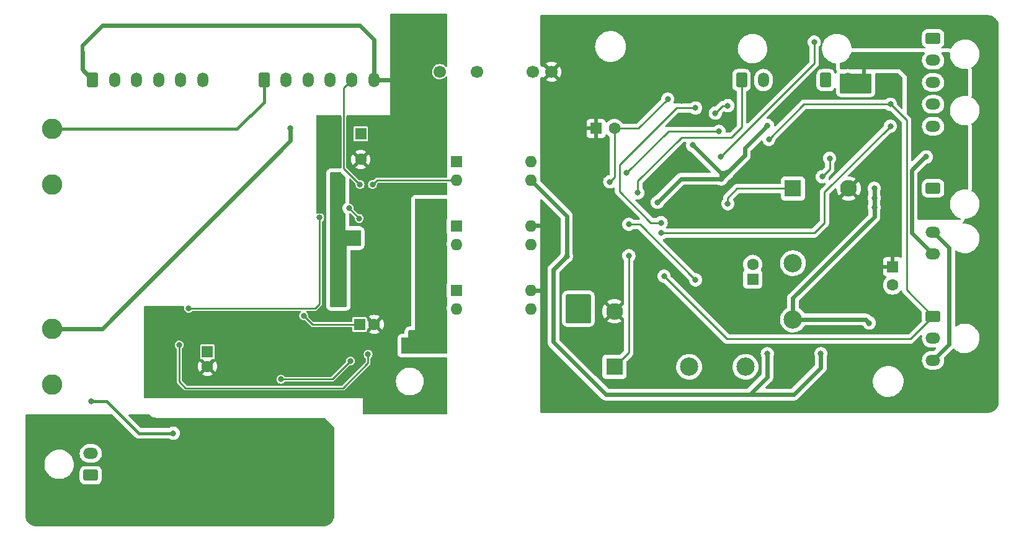
<source format=gbl>
%TF.GenerationSoftware,KiCad,Pcbnew,(6.0.5)*%
%TF.CreationDate,2022-06-14T16:38:24+01:00*%
%TF.ProjectId,precharge,70726563-6861-4726-9765-2e6b69636164,rev?*%
%TF.SameCoordinates,Original*%
%TF.FileFunction,Copper,L2,Bot*%
%TF.FilePolarity,Positive*%
%FSLAX46Y46*%
G04 Gerber Fmt 4.6, Leading zero omitted, Abs format (unit mm)*
G04 Created by KiCad (PCBNEW (6.0.5)) date 2022-06-14 16:38:24*
%MOMM*%
%LPD*%
G01*
G04 APERTURE LIST*
G04 Aperture macros list*
%AMRoundRect*
0 Rectangle with rounded corners*
0 $1 Rounding radius*
0 $2 $3 $4 $5 $6 $7 $8 $9 X,Y pos of 4 corners*
0 Add a 4 corners polygon primitive as box body*
4,1,4,$2,$3,$4,$5,$6,$7,$8,$9,$2,$3,0*
0 Add four circle primitives for the rounded corners*
1,1,$1+$1,$2,$3*
1,1,$1+$1,$4,$5*
1,1,$1+$1,$6,$7*
1,1,$1+$1,$8,$9*
0 Add four rect primitives between the rounded corners*
20,1,$1+$1,$2,$3,$4,$5,0*
20,1,$1+$1,$4,$5,$6,$7,0*
20,1,$1+$1,$6,$7,$8,$9,0*
20,1,$1+$1,$8,$9,$2,$3,0*%
G04 Aperture macros list end*
%TA.AperFunction,ComponentPad*%
%ADD10C,1.700000*%
%TD*%
%TA.AperFunction,ComponentPad*%
%ADD11O,1.500000X2.020000*%
%TD*%
%TA.AperFunction,ComponentPad*%
%ADD12RoundRect,0.250001X-0.499999X-0.759999X0.499999X-0.759999X0.499999X0.759999X-0.499999X0.759999X0*%
%TD*%
%TA.AperFunction,ComponentPad*%
%ADD13O,2.020000X1.500000*%
%TD*%
%TA.AperFunction,ComponentPad*%
%ADD14RoundRect,0.250001X-0.759999X0.499999X-0.759999X-0.499999X0.759999X-0.499999X0.759999X0.499999X0*%
%TD*%
%TA.AperFunction,ComponentPad*%
%ADD15R,1.600000X1.600000*%
%TD*%
%TA.AperFunction,ComponentPad*%
%ADD16C,1.600000*%
%TD*%
%TA.AperFunction,ComponentPad*%
%ADD17R,2.300000X2.300000*%
%TD*%
%TA.AperFunction,ComponentPad*%
%ADD18C,2.500000*%
%TD*%
%TA.AperFunction,ComponentPad*%
%ADD19C,2.300000*%
%TD*%
%TA.AperFunction,ComponentPad*%
%ADD20C,2.800000*%
%TD*%
%TA.AperFunction,ComponentPad*%
%ADD21RoundRect,0.250001X0.759999X-0.499999X0.759999X0.499999X-0.759999X0.499999X-0.759999X-0.499999X0*%
%TD*%
%TA.AperFunction,ComponentPad*%
%ADD22O,1.600000X1.600000*%
%TD*%
%TA.AperFunction,SMDPad,CuDef*%
%ADD23C,0.500000*%
%TD*%
%TA.AperFunction,ViaPad*%
%ADD24C,0.800000*%
%TD*%
%TA.AperFunction,Conductor*%
%ADD25C,0.600000*%
%TD*%
%TA.AperFunction,Conductor*%
%ADD26C,0.250000*%
%TD*%
%TA.AperFunction,Conductor*%
%ADD27C,0.400000*%
%TD*%
G04 APERTURE END LIST*
G36*
X235350000Y-85000000D02*
G01*
X234850000Y-85000000D01*
X234850000Y-84000000D01*
X235350000Y-84000000D01*
X235350000Y-85000000D01*
G37*
G36*
X128650000Y-82000000D02*
G01*
X128150000Y-82000000D01*
X128150000Y-81000000D01*
X128650000Y-81000000D01*
X128650000Y-82000000D01*
G37*
D10*
X192420000Y-84650000D03*
X189880000Y-84650000D03*
X182260000Y-84650000D03*
X177180000Y-84650000D03*
D11*
X232875000Y-85800000D03*
D12*
X229875000Y-85800000D03*
D13*
X244530000Y-92100000D03*
X244530000Y-89100000D03*
X244530000Y-86100000D03*
X244530000Y-83100000D03*
D14*
X244530000Y-80100000D03*
D15*
X166400000Y-93147349D03*
D16*
X166400000Y-96647349D03*
D15*
X219900000Y-113000000D03*
D16*
X219900000Y-111000000D03*
D15*
X239000000Y-111300000D03*
D16*
X239000000Y-113800000D03*
D17*
X225400000Y-100625000D03*
D18*
X225400000Y-110825000D03*
X225400000Y-118525000D03*
D19*
X233000000Y-100625000D03*
D20*
X124300000Y-127385000D03*
X124300000Y-119785000D03*
X124300000Y-100085000D03*
X124300000Y-92485000D03*
D13*
X244530000Y-109600000D03*
X244530000Y-106600000D03*
X244530000Y-103600000D03*
D14*
X244530000Y-100600000D03*
D17*
X201025000Y-125000000D03*
D18*
X211225000Y-125000000D03*
X218925000Y-125000000D03*
D19*
X201025000Y-117400000D03*
D15*
X198517621Y-92400000D03*
D16*
X201017621Y-92400000D03*
D15*
X145462500Y-122944888D03*
D16*
X145462500Y-124944888D03*
D15*
X166244888Y-119200000D03*
D16*
X168244888Y-119200000D03*
D11*
X221375000Y-85800000D03*
D12*
X218375000Y-85800000D03*
D13*
X129545000Y-136825000D03*
D21*
X129545000Y-139825000D03*
D15*
X179450000Y-105725000D03*
D22*
X179450000Y-108265000D03*
X189610000Y-108265000D03*
X189610000Y-105725000D03*
D11*
X168200000Y-85770000D03*
X165200000Y-85770000D03*
X162200000Y-85770000D03*
X159200000Y-85770000D03*
X156200000Y-85770000D03*
D12*
X153200000Y-85770000D03*
D13*
X244530000Y-124100000D03*
X244530000Y-121100000D03*
D14*
X244530000Y-118100000D03*
D15*
X179450000Y-96925000D03*
D22*
X179450000Y-99465000D03*
X189610000Y-99465000D03*
X189610000Y-96925000D03*
D15*
X179450000Y-114525000D03*
D22*
X179450000Y-117065000D03*
X189610000Y-117065000D03*
X189610000Y-114525000D03*
D11*
X144800000Y-85770000D03*
X141800000Y-85770000D03*
X138800000Y-85770000D03*
X135800000Y-85770000D03*
X132800000Y-85770000D03*
D12*
X129800000Y-85770000D03*
D23*
X235100000Y-85000000D03*
X235100000Y-84000000D03*
X128400000Y-81000000D03*
X128400000Y-82000000D03*
D24*
X176400000Y-90000000D03*
X158600000Y-118000000D03*
X243600000Y-96300000D03*
X221900000Y-123200000D03*
X194500000Y-109900000D03*
X229200000Y-123200000D03*
X221800000Y-103000000D03*
X226000000Y-108100000D03*
X219700000Y-90400000D03*
X235700000Y-108400000D03*
X211700000Y-104500000D03*
X227200000Y-105200000D03*
X236300000Y-107100000D03*
X224800000Y-108100000D03*
X239000000Y-109100000D03*
X224800000Y-105200000D03*
X201700000Y-111800000D03*
X235700000Y-111300000D03*
X237100000Y-108400000D03*
X222500000Y-97700000D03*
X237100000Y-111300000D03*
X227200000Y-108100000D03*
X226000000Y-105200000D03*
X235700000Y-109900000D03*
X237100000Y-109900000D03*
X210197515Y-88624500D03*
X156800000Y-92400000D03*
X235800000Y-119000000D03*
X236500000Y-101900000D03*
X236500000Y-100600000D03*
X236500000Y-103200000D03*
X216500000Y-102700000D03*
X203000000Y-109800000D03*
X168300000Y-114200000D03*
X137900000Y-120200000D03*
X166700000Y-116000000D03*
X156400000Y-124200000D03*
X172200000Y-110400000D03*
X216500000Y-89300000D03*
X214800000Y-90300000D03*
X129600000Y-129700000D03*
X140800000Y-134080000D03*
X131100000Y-132100000D03*
X137200000Y-145380000D03*
X159500000Y-136380000D03*
X177600000Y-104200000D03*
X163200000Y-98900000D03*
X177600000Y-110100000D03*
X176000000Y-110100000D03*
X174400000Y-110100000D03*
X174400000Y-104200000D03*
X174400000Y-102700000D03*
X165400000Y-107400000D03*
X173500000Y-121600000D03*
X173500000Y-120600000D03*
X172500000Y-121600000D03*
X177600000Y-102700000D03*
X172500000Y-122600000D03*
X162700000Y-116100000D03*
X173500000Y-122600000D03*
X176000000Y-102700000D03*
X164000000Y-116100000D03*
X228300000Y-80600000D03*
X215500000Y-96300000D03*
X222100000Y-93900000D03*
X207800000Y-112600000D03*
X238700000Y-89100000D03*
X207400000Y-106700000D03*
X238700000Y-92100000D03*
X194900000Y-115600000D03*
X221900000Y-92000000D03*
X230400000Y-96500000D03*
X197300000Y-118500000D03*
X215600000Y-99300000D03*
X229400000Y-99000000D03*
X200400000Y-99700000D03*
X197300000Y-115600000D03*
X216400000Y-98500000D03*
X194900000Y-118500000D03*
X206900000Y-102500000D03*
X196100000Y-118500000D03*
X208300000Y-88400000D03*
X196100000Y-115600000D03*
X211700000Y-94700000D03*
X155500000Y-126700000D03*
X165000000Y-124200000D03*
X142900000Y-117000000D03*
X160800000Y-104600000D03*
X141600000Y-122000000D03*
X167400000Y-123300000D03*
X166200000Y-104700000D03*
X164800000Y-103300000D03*
X212100000Y-113100000D03*
X203000000Y-105500000D03*
X207400000Y-105300000D03*
X212099020Y-89599032D03*
X202700000Y-98500000D03*
X215300000Y-92800000D03*
X204200000Y-101200000D03*
X168000000Y-100100000D03*
X166300000Y-100100000D03*
D25*
X176400000Y-90000000D02*
X172170000Y-85770000D01*
X172170000Y-85770000D02*
X168200000Y-85770000D01*
D26*
X159800000Y-119200000D02*
X166244888Y-119200000D01*
X158600000Y-118000000D02*
X159800000Y-119200000D01*
D25*
X221900000Y-126400000D02*
X219500000Y-128800000D01*
X229200000Y-123200000D02*
X229200000Y-125100000D01*
X192700000Y-111700000D02*
X194500000Y-109900000D01*
X241600000Y-98100000D02*
X243400000Y-96300000D01*
X219500000Y-128800000D02*
X199900000Y-128800000D01*
X194500000Y-109900000D02*
X194500000Y-104355000D01*
X243400000Y-96300000D02*
X243600000Y-96300000D01*
X225500000Y-128800000D02*
X219500000Y-128800000D01*
X229200000Y-125100000D02*
X225500000Y-128800000D01*
X199900000Y-128800000D02*
X192700000Y-121600000D01*
X221900000Y-123200000D02*
X221900000Y-126400000D01*
X241600000Y-106670000D02*
X241600000Y-98100000D01*
X194500000Y-104355000D02*
X189610000Y-99465000D01*
X244530000Y-109600000D02*
X241600000Y-106670000D01*
X192700000Y-121600000D02*
X192700000Y-111700000D01*
X189700000Y-105700000D02*
X191500000Y-105700000D01*
X189600000Y-114525000D02*
X191400000Y-114525000D01*
X156800000Y-92400000D02*
X156800000Y-94085000D01*
X156800000Y-94085000D02*
X131100000Y-119785000D01*
X131100000Y-119785000D02*
X124300000Y-119785000D01*
X235325000Y-118525000D02*
X225400000Y-118525000D01*
X236500000Y-104500000D02*
X236500000Y-100600000D01*
X225400000Y-115600000D02*
X236500000Y-104500000D01*
X225400000Y-118525000D02*
X225400000Y-115600000D01*
X235800000Y-119000000D02*
X235325000Y-118525000D01*
D26*
X225400000Y-100625000D02*
X217775000Y-100625000D01*
X216500000Y-101900000D02*
X216500000Y-102700000D01*
X217775000Y-100625000D02*
X216500000Y-101900000D01*
X203000000Y-123025000D02*
X201025000Y-125000000D01*
X203000000Y-109800000D02*
X203000000Y-123025000D01*
D25*
X168200000Y-80240414D02*
X166259586Y-78300000D01*
X168200000Y-85820000D02*
X168200000Y-80240414D01*
X166259586Y-78300000D02*
X131100000Y-78300000D01*
X131100000Y-78300000D02*
X128400000Y-81000000D01*
X244530000Y-106600000D02*
X244600000Y-106600000D01*
X246700000Y-121930000D02*
X244530000Y-124100000D01*
X244600000Y-106600000D02*
X246700000Y-108700000D01*
X246700000Y-108700000D02*
X246700000Y-121930000D01*
D26*
X216500000Y-89300000D02*
X215800000Y-89300000D01*
X215800000Y-89300000D02*
X214800000Y-90300000D01*
D25*
X128400000Y-82000000D02*
X128400000Y-84370000D01*
D27*
X140800000Y-134080000D02*
X136080000Y-134080000D01*
X131700000Y-129700000D02*
X129600000Y-129700000D01*
D25*
X128400000Y-84370000D02*
X129800000Y-85770000D01*
D27*
X136080000Y-134080000D02*
X131700000Y-129700000D01*
D26*
X228300000Y-83500000D02*
X215500000Y-96300000D01*
X228300000Y-80600000D02*
X228300000Y-83500000D01*
X241430000Y-121200000D02*
X244530000Y-118100000D01*
X238700000Y-89100000D02*
X226900000Y-89100000D01*
X240900000Y-91300000D02*
X238700000Y-89100000D01*
X222100000Y-93900000D02*
X226900000Y-89100000D01*
X216400000Y-121200000D02*
X241430000Y-121200000D01*
X240900000Y-114470000D02*
X240900000Y-91300000D01*
X207800000Y-112600000D02*
X216400000Y-121200000D01*
X244530000Y-118100000D02*
X240900000Y-114470000D01*
X207400000Y-106700000D02*
X228300000Y-106700000D01*
X229700000Y-101100000D02*
X238700000Y-92100000D01*
X229700000Y-105300000D02*
X229700000Y-101100000D01*
X228300000Y-106700000D02*
X229700000Y-105300000D01*
X230400000Y-98000000D02*
X229400000Y-99000000D01*
D25*
X210100000Y-99300000D02*
X206900000Y-102500000D01*
D26*
X208300000Y-88400000D02*
X204300000Y-92400000D01*
D25*
X215600000Y-98600000D02*
X215500000Y-98500000D01*
X215600000Y-99300000D02*
X215600000Y-98600000D01*
X216400000Y-98500000D02*
X218800000Y-96100000D01*
D26*
X201017621Y-99082379D02*
X201017621Y-92400000D01*
D25*
X215600000Y-99300000D02*
X210100000Y-99300000D01*
X218800000Y-96100000D02*
X218800000Y-95100000D01*
X216400000Y-98500000D02*
X215500000Y-98500000D01*
D26*
X204300000Y-92400000D02*
X201017621Y-92400000D01*
D25*
X215500000Y-98500000D02*
X211700000Y-94700000D01*
D26*
X230400000Y-96500000D02*
X230400000Y-98000000D01*
D25*
X218800000Y-95100000D02*
X221900000Y-92000000D01*
X216400000Y-98500000D02*
X215600000Y-99300000D01*
D26*
X200400000Y-99700000D02*
X201017621Y-99082379D01*
X155500000Y-126700000D02*
X162500000Y-126700000D01*
X162500000Y-126700000D02*
X165000000Y-124200000D01*
X160200000Y-117000000D02*
X160800000Y-116400000D01*
X142900000Y-117000000D02*
X160200000Y-117000000D01*
X160800000Y-116400000D02*
X160800000Y-104600000D01*
X141600000Y-122000000D02*
X141600000Y-127000000D01*
X167400000Y-123300000D02*
X167400000Y-124500000D01*
X141600000Y-127000000D02*
X142500000Y-127900000D01*
X164000000Y-127900000D02*
X142500000Y-127900000D01*
X167400000Y-124500000D02*
X164000000Y-127900000D01*
X164800000Y-103300000D02*
X166200000Y-104700000D01*
X212100000Y-113100000D02*
X204500000Y-105500000D01*
X204500000Y-105500000D02*
X203000000Y-105500000D01*
X201700000Y-101000000D02*
X201700000Y-97400000D01*
X201700000Y-97400000D02*
X209500968Y-89599032D01*
X209500968Y-89599032D02*
X212099020Y-89599032D01*
X207400000Y-105300000D02*
X206000000Y-105300000D01*
X206000000Y-105300000D02*
X201700000Y-101000000D01*
X208400000Y-92800000D02*
X202700000Y-98500000D01*
X215300000Y-92800000D02*
X208400000Y-92800000D01*
X210200000Y-93600000D02*
X217000000Y-93600000D01*
X204200000Y-101200000D02*
X204200000Y-99600000D01*
X217000000Y-93600000D02*
X218375000Y-92225000D01*
X204200000Y-99600000D02*
X210200000Y-93600000D01*
X218375000Y-92225000D02*
X218375000Y-85800000D01*
X168635000Y-99465000D02*
X168000000Y-100100000D01*
X179450000Y-99465000D02*
X168635000Y-99465000D01*
D27*
X149535000Y-92485000D02*
X124300000Y-92485000D01*
X153200000Y-88820000D02*
X149535000Y-92485000D01*
X153200000Y-85770000D02*
X153200000Y-88820000D01*
D26*
X164100000Y-97900000D02*
X164100000Y-86870000D01*
X166300000Y-100100000D02*
X164100000Y-97900000D01*
X164100000Y-86870000D02*
X165200000Y-85770000D01*
%TA.AperFunction,Conductor*%
G36*
X178142121Y-102020002D02*
G01*
X178188614Y-102073658D01*
X178200000Y-102126000D01*
X178200000Y-104653812D01*
X178191982Y-104698041D01*
X178151029Y-104807282D01*
X178151027Y-104807288D01*
X178148255Y-104814684D01*
X178141500Y-104876866D01*
X178141500Y-106573134D01*
X178148255Y-106635316D01*
X178151027Y-106642712D01*
X178151029Y-106642718D01*
X178191982Y-106751959D01*
X178200000Y-106796188D01*
X178200000Y-107857820D01*
X178195707Y-107890431D01*
X178156457Y-108036913D01*
X178136502Y-108265000D01*
X178156457Y-108493087D01*
X178157881Y-108498400D01*
X178157881Y-108498402D01*
X178195707Y-108639569D01*
X178200000Y-108672180D01*
X178200000Y-113453812D01*
X178191982Y-113498041D01*
X178151029Y-113607282D01*
X178151027Y-113607288D01*
X178148255Y-113614684D01*
X178141500Y-113676866D01*
X178141500Y-115373134D01*
X178148255Y-115435316D01*
X178151027Y-115442712D01*
X178151029Y-115442718D01*
X178191982Y-115551959D01*
X178200000Y-115596188D01*
X178200000Y-116657820D01*
X178195707Y-116690431D01*
X178156457Y-116836913D01*
X178136502Y-117065000D01*
X178156457Y-117293087D01*
X178157881Y-117298400D01*
X178157881Y-117298402D01*
X178195707Y-117439569D01*
X178200000Y-117472180D01*
X178200000Y-123074000D01*
X178179998Y-123142121D01*
X178126342Y-123188614D01*
X178074000Y-123200000D01*
X172026000Y-123200000D01*
X171957879Y-123179998D01*
X171911386Y-123126342D01*
X171900000Y-123074000D01*
X171900000Y-121126000D01*
X171920002Y-121057879D01*
X171973658Y-121011386D01*
X172026000Y-121000000D01*
X172900000Y-121000000D01*
X172900000Y-120126000D01*
X172920002Y-120057879D01*
X172973658Y-120011386D01*
X173026000Y-120000000D01*
X173800000Y-120000000D01*
X173800000Y-102126000D01*
X173820002Y-102057879D01*
X173873658Y-102011386D01*
X173926000Y-102000000D01*
X178074000Y-102000000D01*
X178142121Y-102020002D01*
G37*
%TD.AperFunction*%
%TA.AperFunction,Conductor*%
G36*
X251970018Y-76910000D02*
G01*
X251984851Y-76912310D01*
X251984855Y-76912310D01*
X251993724Y-76913691D01*
X252008981Y-76911696D01*
X252034302Y-76910953D01*
X252203285Y-76923039D01*
X252221064Y-76925596D01*
X252408542Y-76966379D01*
X252411392Y-76966999D01*
X252428641Y-76972063D01*
X252611150Y-77040136D01*
X252627502Y-77047604D01*
X252798458Y-77140952D01*
X252813582Y-77150672D01*
X252969514Y-77267402D01*
X252983100Y-77279175D01*
X253120825Y-77416900D01*
X253132598Y-77430486D01*
X253249328Y-77586418D01*
X253259048Y-77601542D01*
X253352396Y-77772498D01*
X253359864Y-77788850D01*
X253427937Y-77971359D01*
X253433001Y-77988607D01*
X253474404Y-78178936D01*
X253476962Y-78196721D01*
X253488540Y-78358601D01*
X253487793Y-78376565D01*
X253487692Y-78384845D01*
X253486309Y-78393724D01*
X253487474Y-78402630D01*
X253490436Y-78425283D01*
X253491500Y-78441621D01*
X253491500Y-129750633D01*
X253490000Y-129770018D01*
X253487690Y-129784851D01*
X253487690Y-129784855D01*
X253486309Y-129793724D01*
X253488304Y-129808976D01*
X253489047Y-129834305D01*
X253476962Y-130003279D01*
X253474404Y-130021064D01*
X253456598Y-130102919D01*
X253433001Y-130211392D01*
X253427937Y-130228641D01*
X253359864Y-130411150D01*
X253352396Y-130427502D01*
X253259048Y-130598458D01*
X253249328Y-130613582D01*
X253132598Y-130769514D01*
X253120825Y-130783100D01*
X252983100Y-130920825D01*
X252969514Y-130932598D01*
X252813582Y-131049328D01*
X252798458Y-131059048D01*
X252627502Y-131152396D01*
X252611150Y-131159864D01*
X252428641Y-131227937D01*
X252411393Y-131233001D01*
X252221064Y-131274404D01*
X252203285Y-131276961D01*
X252041395Y-131288540D01*
X252023435Y-131287793D01*
X252015155Y-131287692D01*
X252006276Y-131286309D01*
X251974714Y-131290436D01*
X251958379Y-131291500D01*
X191026000Y-131291500D01*
X190957879Y-131271498D01*
X190911386Y-131217842D01*
X190900000Y-131165500D01*
X190900000Y-117321444D01*
X190901915Y-117299562D01*
X190902121Y-117298394D01*
X190903543Y-117293087D01*
X190923498Y-117065000D01*
X190918299Y-117005576D01*
X190904022Y-116842384D01*
X190904021Y-116842380D01*
X190903543Y-116836913D01*
X190902121Y-116831606D01*
X190901915Y-116830438D01*
X190900000Y-116808556D01*
X190900000Y-108521444D01*
X190901915Y-108499562D01*
X190902121Y-108498394D01*
X190903543Y-108493087D01*
X190923498Y-108265000D01*
X190911437Y-108127143D01*
X190904022Y-108042384D01*
X190904021Y-108042380D01*
X190903543Y-108036913D01*
X190902121Y-108031606D01*
X190901915Y-108030438D01*
X190900000Y-108008556D01*
X190900000Y-102202582D01*
X190920002Y-102134461D01*
X190973658Y-102087968D01*
X191043932Y-102077864D01*
X191108512Y-102107358D01*
X191115095Y-102113487D01*
X193654595Y-104652987D01*
X193688621Y-104715299D01*
X193691500Y-104742082D01*
X193691500Y-109449603D01*
X193674620Y-109512602D01*
X193665473Y-109528444D01*
X193644646Y-109592543D01*
X193613908Y-109642701D01*
X192134843Y-111121765D01*
X192133906Y-111122693D01*
X192078887Y-111176572D01*
X192069493Y-111185771D01*
X192046002Y-111222221D01*
X192038583Y-111232546D01*
X192011524Y-111266443D01*
X192008459Y-111272784D01*
X192008458Y-111272785D01*
X191996928Y-111296637D01*
X191989399Y-111310054D01*
X191971235Y-111338238D01*
X191968827Y-111344855D01*
X191968824Y-111344860D01*
X191956408Y-111378973D01*
X191951447Y-111390716D01*
X191935646Y-111423403D01*
X191935644Y-111423408D01*
X191932579Y-111429749D01*
X191930996Y-111436607D01*
X191930995Y-111436609D01*
X191925035Y-111462426D01*
X191920668Y-111477169D01*
X191909197Y-111508685D01*
X191908314Y-111515675D01*
X191908312Y-111515683D01*
X191903762Y-111551701D01*
X191901526Y-111564253D01*
X191900766Y-111567548D01*
X191891776Y-111606485D01*
X191891751Y-111613531D01*
X191891751Y-111613534D01*
X191891634Y-111647056D01*
X191891605Y-111647938D01*
X191891500Y-111648769D01*
X191891500Y-111685419D01*
X191891499Y-111685859D01*
X191891184Y-111776237D01*
X191891143Y-111787870D01*
X191891411Y-111789070D01*
X191891500Y-111790707D01*
X191891500Y-121590786D01*
X191891493Y-121592106D01*
X191890549Y-121682221D01*
X191899711Y-121724597D01*
X191901769Y-121737163D01*
X191906603Y-121780255D01*
X191908919Y-121786906D01*
X191908920Y-121786910D01*
X191917633Y-121811930D01*
X191921796Y-121826742D01*
X191923680Y-121835453D01*
X191928881Y-121859510D01*
X191947208Y-121898813D01*
X191951990Y-121910589D01*
X191966255Y-121951552D01*
X191969989Y-121957527D01*
X191969990Y-121957530D01*
X191984027Y-121979995D01*
X191991366Y-121993512D01*
X192002559Y-122017514D01*
X192005538Y-122023902D01*
X192009855Y-122029467D01*
X192009856Y-122029469D01*
X192032106Y-122058153D01*
X192039402Y-122068612D01*
X192062374Y-122105376D01*
X192067334Y-122110371D01*
X192067335Y-122110372D01*
X192090976Y-122134179D01*
X192091561Y-122134804D01*
X192092078Y-122135470D01*
X192118068Y-122161460D01*
X192190185Y-122234082D01*
X192191222Y-122234740D01*
X192192451Y-122235843D01*
X199321719Y-129365110D01*
X199322647Y-129366047D01*
X199362021Y-129406254D01*
X199385771Y-129430507D01*
X199391691Y-129434322D01*
X199391697Y-129434327D01*
X199422214Y-129453994D01*
X199432559Y-129461427D01*
X199466443Y-129488476D01*
X199472782Y-129491540D01*
X199472783Y-129491541D01*
X199496637Y-129503072D01*
X199510054Y-129510601D01*
X199538238Y-129528765D01*
X199544855Y-129531173D01*
X199544860Y-129531176D01*
X199578973Y-129543592D01*
X199590716Y-129548553D01*
X199623400Y-129564353D01*
X199623409Y-129564356D01*
X199629749Y-129567421D01*
X199636614Y-129569006D01*
X199662428Y-129574966D01*
X199677168Y-129579332D01*
X199708685Y-129590803D01*
X199715670Y-129591685D01*
X199715677Y-129591687D01*
X199751692Y-129596237D01*
X199764243Y-129598472D01*
X199806485Y-129608225D01*
X199813529Y-129608250D01*
X199813533Y-129608250D01*
X199847074Y-129608367D01*
X199847943Y-129608396D01*
X199848769Y-129608500D01*
X199885133Y-129608500D01*
X199885573Y-129608501D01*
X199984336Y-129608846D01*
X199984342Y-129608846D01*
X199987870Y-129608858D01*
X199989073Y-129608589D01*
X199990717Y-129608500D01*
X219490786Y-129608500D01*
X219492106Y-129608507D01*
X219582221Y-129609451D01*
X219585525Y-129608737D01*
X219590195Y-129608500D01*
X225490786Y-129608500D01*
X225492106Y-129608507D01*
X225582221Y-129609451D01*
X225624597Y-129600289D01*
X225637163Y-129598231D01*
X225680255Y-129593397D01*
X225686906Y-129591081D01*
X225686910Y-129591080D01*
X225711930Y-129582367D01*
X225726742Y-129578204D01*
X225752619Y-129572609D01*
X225759510Y-129571119D01*
X225798813Y-129552792D01*
X225810589Y-129548010D01*
X225851552Y-129533745D01*
X225857527Y-129530011D01*
X225857530Y-129530010D01*
X225879995Y-129515973D01*
X225893512Y-129508634D01*
X225917514Y-129497441D01*
X225917515Y-129497440D01*
X225923902Y-129494462D01*
X225958153Y-129467894D01*
X225968612Y-129460598D01*
X225999404Y-129441358D01*
X225999407Y-129441356D01*
X226005376Y-129437626D01*
X226034179Y-129409024D01*
X226034804Y-129408439D01*
X226035470Y-129407922D01*
X226061460Y-129381932D01*
X226134082Y-129309815D01*
X226134740Y-129308778D01*
X226135843Y-129307549D01*
X228310689Y-127132703D01*
X236290743Y-127132703D01*
X236328268Y-127417734D01*
X236404129Y-127695036D01*
X236516923Y-127959476D01*
X236664561Y-128206161D01*
X236844313Y-128430528D01*
X237052851Y-128628423D01*
X237286317Y-128796186D01*
X237290112Y-128798195D01*
X237290113Y-128798196D01*
X237311869Y-128809715D01*
X237540392Y-128930712D01*
X237810373Y-129029511D01*
X238091264Y-129090755D01*
X238119841Y-129093004D01*
X238314282Y-129108307D01*
X238314291Y-129108307D01*
X238316739Y-129108500D01*
X238472271Y-129108500D01*
X238474407Y-129108354D01*
X238474418Y-129108354D01*
X238682548Y-129094165D01*
X238682554Y-129094164D01*
X238686825Y-129093873D01*
X238691020Y-129093004D01*
X238691022Y-129093004D01*
X238827584Y-129064723D01*
X238968342Y-129035574D01*
X239239343Y-128939607D01*
X239494812Y-128807750D01*
X239498313Y-128805289D01*
X239498317Y-128805287D01*
X239612418Y-128725095D01*
X239730023Y-128642441D01*
X239940622Y-128446740D01*
X240122713Y-128224268D01*
X240272927Y-127979142D01*
X240276283Y-127971498D01*
X240386757Y-127719830D01*
X240388483Y-127715898D01*
X240467244Y-127439406D01*
X240507751Y-127154784D01*
X240507845Y-127136951D01*
X240509235Y-126871583D01*
X240509235Y-126871576D01*
X240509257Y-126867297D01*
X240503981Y-126827217D01*
X240482691Y-126665511D01*
X240471732Y-126582266D01*
X240454327Y-126518642D01*
X240447453Y-126493515D01*
X240395871Y-126304964D01*
X240375740Y-126257768D01*
X240284763Y-126044476D01*
X240284761Y-126044472D01*
X240283077Y-126040524D01*
X240135439Y-125793839D01*
X239955687Y-125569472D01*
X239832289Y-125452372D01*
X239750258Y-125374527D01*
X239750255Y-125374525D01*
X239747149Y-125371577D01*
X239513683Y-125203814D01*
X239491843Y-125192250D01*
X239417606Y-125152944D01*
X239259608Y-125069288D01*
X238989627Y-124970489D01*
X238708736Y-124909245D01*
X238677685Y-124906801D01*
X238485718Y-124891693D01*
X238485709Y-124891693D01*
X238483261Y-124891500D01*
X238327729Y-124891500D01*
X238325593Y-124891646D01*
X238325582Y-124891646D01*
X238117452Y-124905835D01*
X238117446Y-124905836D01*
X238113175Y-124906127D01*
X238108980Y-124906996D01*
X238108978Y-124906996D01*
X237972417Y-124935276D01*
X237831658Y-124964426D01*
X237560657Y-125060393D01*
X237556848Y-125062359D01*
X237309478Y-125190036D01*
X237305188Y-125192250D01*
X237301687Y-125194711D01*
X237301683Y-125194713D01*
X237257360Y-125225864D01*
X237069977Y-125357559D01*
X237056319Y-125370251D01*
X236887406Y-125527215D01*
X236859378Y-125553260D01*
X236677287Y-125775732D01*
X236527073Y-126020858D01*
X236411517Y-126284102D01*
X236332756Y-126560594D01*
X236304126Y-126761762D01*
X236294811Y-126827217D01*
X236292249Y-126845216D01*
X236292227Y-126849505D01*
X236292226Y-126849512D01*
X236290765Y-127128417D01*
X236290743Y-127132703D01*
X228310689Y-127132703D01*
X229765158Y-125678234D01*
X229766095Y-125677306D01*
X229825475Y-125619157D01*
X229825476Y-125619156D01*
X229830507Y-125614229D01*
X229853998Y-125577779D01*
X229861417Y-125567454D01*
X229888476Y-125533557D01*
X229903073Y-125503362D01*
X229910602Y-125489945D01*
X229924948Y-125467684D01*
X229928765Y-125461762D01*
X229931173Y-125455145D01*
X229931176Y-125455140D01*
X229943592Y-125421027D01*
X229948553Y-125409284D01*
X229964354Y-125376597D01*
X229964356Y-125376592D01*
X229967421Y-125370251D01*
X229970192Y-125358251D01*
X229974965Y-125337574D01*
X229979332Y-125322831D01*
X229990803Y-125291315D01*
X229991686Y-125284325D01*
X229991688Y-125284317D01*
X229996238Y-125248299D01*
X229998474Y-125235747D01*
X230006638Y-125200386D01*
X230006638Y-125200383D01*
X230008224Y-125193515D01*
X230008366Y-125152944D01*
X230008395Y-125152062D01*
X230008500Y-125151231D01*
X230008500Y-125114375D01*
X230008588Y-125089135D01*
X230008845Y-125015657D01*
X230008845Y-125015652D01*
X230008857Y-125012130D01*
X230008589Y-125010930D01*
X230008500Y-125009293D01*
X230008500Y-123650397D01*
X230025380Y-123587398D01*
X230034527Y-123571556D01*
X230093542Y-123389928D01*
X230095229Y-123373883D01*
X230112814Y-123206565D01*
X230113504Y-123200000D01*
X230102689Y-123097101D01*
X230094232Y-123016635D01*
X230094232Y-123016633D01*
X230093542Y-123010072D01*
X230034527Y-122828444D01*
X229939040Y-122663056D01*
X229920404Y-122642358D01*
X229815675Y-122526045D01*
X229815674Y-122526044D01*
X229811253Y-122521134D01*
X229656752Y-122408882D01*
X229650724Y-122406198D01*
X229650722Y-122406197D01*
X229488319Y-122333891D01*
X229488318Y-122333891D01*
X229482288Y-122331206D01*
X229371043Y-122307560D01*
X229301944Y-122292872D01*
X229301939Y-122292872D01*
X229295487Y-122291500D01*
X229104513Y-122291500D01*
X229098061Y-122292872D01*
X229098056Y-122292872D01*
X229028957Y-122307560D01*
X228917712Y-122331206D01*
X228911682Y-122333891D01*
X228911681Y-122333891D01*
X228749278Y-122406197D01*
X228749276Y-122406198D01*
X228743248Y-122408882D01*
X228588747Y-122521134D01*
X228584326Y-122526044D01*
X228584325Y-122526045D01*
X228479597Y-122642358D01*
X228460960Y-122663056D01*
X228365473Y-122828444D01*
X228306458Y-123010072D01*
X228305768Y-123016633D01*
X228305768Y-123016635D01*
X228297311Y-123097101D01*
X228286496Y-123200000D01*
X228287186Y-123206565D01*
X228304772Y-123373883D01*
X228306458Y-123389928D01*
X228365473Y-123571556D01*
X228374620Y-123587398D01*
X228391500Y-123650397D01*
X228391500Y-124712919D01*
X228371498Y-124781040D01*
X228354595Y-124802014D01*
X225202013Y-127954595D01*
X225139701Y-127988621D01*
X225112918Y-127991500D01*
X221756081Y-127991500D01*
X221687960Y-127971498D01*
X221641467Y-127917842D01*
X221631363Y-127847568D01*
X221660857Y-127782988D01*
X221666986Y-127776405D01*
X222465063Y-126978328D01*
X222466000Y-126977399D01*
X222525475Y-126919157D01*
X222525476Y-126919156D01*
X222530507Y-126914229D01*
X222534322Y-126908310D01*
X222534328Y-126908302D01*
X222553994Y-126877786D01*
X222561427Y-126867441D01*
X222588476Y-126833557D01*
X222603073Y-126803362D01*
X222610602Y-126789945D01*
X222624948Y-126767684D01*
X222628765Y-126761762D01*
X222631173Y-126755145D01*
X222631176Y-126755140D01*
X222643592Y-126721027D01*
X222648553Y-126709284D01*
X222664353Y-126676600D01*
X222664356Y-126676591D01*
X222667421Y-126670251D01*
X222674966Y-126637572D01*
X222679334Y-126622825D01*
X222690803Y-126591315D01*
X222691685Y-126584330D01*
X222691687Y-126584323D01*
X222696237Y-126548308D01*
X222698472Y-126535757D01*
X222708225Y-126493515D01*
X222708367Y-126452926D01*
X222708396Y-126452057D01*
X222708500Y-126451231D01*
X222708500Y-126414714D01*
X222708858Y-126312130D01*
X222708589Y-126310927D01*
X222708500Y-126309283D01*
X222708500Y-123650397D01*
X222725380Y-123587398D01*
X222734527Y-123571556D01*
X222793542Y-123389928D01*
X222795229Y-123373883D01*
X222812814Y-123206565D01*
X222813504Y-123200000D01*
X222802689Y-123097101D01*
X222794232Y-123016635D01*
X222794232Y-123016633D01*
X222793542Y-123010072D01*
X222734527Y-122828444D01*
X222639040Y-122663056D01*
X222620404Y-122642358D01*
X222515675Y-122526045D01*
X222515674Y-122526044D01*
X222511253Y-122521134D01*
X222356752Y-122408882D01*
X222350724Y-122406198D01*
X222350722Y-122406197D01*
X222188319Y-122333891D01*
X222188318Y-122333891D01*
X222182288Y-122331206D01*
X222071043Y-122307560D01*
X222001944Y-122292872D01*
X222001939Y-122292872D01*
X221995487Y-122291500D01*
X221804513Y-122291500D01*
X221798061Y-122292872D01*
X221798056Y-122292872D01*
X221728957Y-122307560D01*
X221617712Y-122331206D01*
X221611682Y-122333891D01*
X221611681Y-122333891D01*
X221449278Y-122406197D01*
X221449276Y-122406198D01*
X221443248Y-122408882D01*
X221288747Y-122521134D01*
X221284326Y-122526044D01*
X221284325Y-122526045D01*
X221179597Y-122642358D01*
X221160960Y-122663056D01*
X221065473Y-122828444D01*
X221006458Y-123010072D01*
X221005768Y-123016633D01*
X221005768Y-123016635D01*
X220997311Y-123097101D01*
X220986496Y-123200000D01*
X220987186Y-123206565D01*
X221004772Y-123373883D01*
X221006458Y-123389928D01*
X221065473Y-123571556D01*
X221074620Y-123587398D01*
X221091500Y-123650397D01*
X221091500Y-126012918D01*
X221071498Y-126081039D01*
X221054595Y-126102013D01*
X219202013Y-127954595D01*
X219139701Y-127988621D01*
X219112918Y-127991500D01*
X200287082Y-127991500D01*
X200218961Y-127971498D01*
X200197987Y-127954595D01*
X198441526Y-126198134D01*
X199366500Y-126198134D01*
X199373255Y-126260316D01*
X199424385Y-126396705D01*
X199511739Y-126513261D01*
X199628295Y-126600615D01*
X199764684Y-126651745D01*
X199826866Y-126658500D01*
X202223134Y-126658500D01*
X202285316Y-126651745D01*
X202421705Y-126600615D01*
X202538261Y-126513261D01*
X202625615Y-126396705D01*
X202676745Y-126260316D01*
X202683500Y-126198134D01*
X202683500Y-124953839D01*
X209462173Y-124953839D01*
X209462397Y-124958505D01*
X209462397Y-124958511D01*
X209467718Y-125069288D01*
X209474713Y-125214908D01*
X209525704Y-125471256D01*
X209614026Y-125717252D01*
X209616242Y-125721376D01*
X209680753Y-125841437D01*
X209737737Y-125947491D01*
X209740532Y-125951234D01*
X209740534Y-125951237D01*
X209891330Y-126153177D01*
X209891335Y-126153183D01*
X209894122Y-126156915D01*
X209897431Y-126160195D01*
X209897436Y-126160201D01*
X210076426Y-126337635D01*
X210079743Y-126340923D01*
X210083505Y-126343681D01*
X210083508Y-126343684D01*
X210278240Y-126486467D01*
X210290524Y-126495474D01*
X210294667Y-126497654D01*
X210294669Y-126497655D01*
X210517684Y-126614989D01*
X210517689Y-126614991D01*
X210521834Y-126617172D01*
X210768590Y-126703344D01*
X210773183Y-126704216D01*
X211020785Y-126751224D01*
X211020788Y-126751224D01*
X211025374Y-126752095D01*
X211155958Y-126757226D01*
X211281875Y-126762174D01*
X211281881Y-126762174D01*
X211286543Y-126762357D01*
X211365977Y-126753657D01*
X211541707Y-126734412D01*
X211541712Y-126734411D01*
X211546360Y-126733902D01*
X211618045Y-126715029D01*
X211794594Y-126668548D01*
X211794596Y-126668547D01*
X211799117Y-126667357D01*
X211833470Y-126652598D01*
X211960714Y-126597929D01*
X212039262Y-126564182D01*
X212261519Y-126426646D01*
X212265082Y-126423629D01*
X212265087Y-126423626D01*
X212457439Y-126260787D01*
X212457440Y-126260786D01*
X212461005Y-126257768D01*
X212597599Y-126102013D01*
X212630257Y-126064774D01*
X212630261Y-126064769D01*
X212633339Y-126061259D01*
X212774733Y-125841437D01*
X212882083Y-125603129D01*
X212892148Y-125567441D01*
X212951760Y-125356076D01*
X212951761Y-125356073D01*
X212953030Y-125351572D01*
X212959853Y-125297935D01*
X212985616Y-125095421D01*
X212985616Y-125095417D01*
X212986014Y-125092291D01*
X212986617Y-125069288D01*
X212988155Y-125010533D01*
X212988431Y-125000000D01*
X212985001Y-124953839D01*
X217162173Y-124953839D01*
X217162397Y-124958505D01*
X217162397Y-124958511D01*
X217167718Y-125069288D01*
X217174713Y-125214908D01*
X217225704Y-125471256D01*
X217314026Y-125717252D01*
X217316242Y-125721376D01*
X217380753Y-125841437D01*
X217437737Y-125947491D01*
X217440532Y-125951234D01*
X217440534Y-125951237D01*
X217591330Y-126153177D01*
X217591335Y-126153183D01*
X217594122Y-126156915D01*
X217597431Y-126160195D01*
X217597436Y-126160201D01*
X217776426Y-126337635D01*
X217779743Y-126340923D01*
X217783505Y-126343681D01*
X217783508Y-126343684D01*
X217978240Y-126486467D01*
X217990524Y-126495474D01*
X217994667Y-126497654D01*
X217994669Y-126497655D01*
X218217684Y-126614989D01*
X218217689Y-126614991D01*
X218221834Y-126617172D01*
X218468590Y-126703344D01*
X218473183Y-126704216D01*
X218720785Y-126751224D01*
X218720788Y-126751224D01*
X218725374Y-126752095D01*
X218855958Y-126757226D01*
X218981875Y-126762174D01*
X218981881Y-126762174D01*
X218986543Y-126762357D01*
X219065977Y-126753657D01*
X219241707Y-126734412D01*
X219241712Y-126734411D01*
X219246360Y-126733902D01*
X219318045Y-126715029D01*
X219494594Y-126668548D01*
X219494596Y-126668547D01*
X219499117Y-126667357D01*
X219533470Y-126652598D01*
X219660714Y-126597929D01*
X219739262Y-126564182D01*
X219961519Y-126426646D01*
X219965082Y-126423629D01*
X219965087Y-126423626D01*
X220157439Y-126260787D01*
X220157440Y-126260786D01*
X220161005Y-126257768D01*
X220297599Y-126102013D01*
X220330257Y-126064774D01*
X220330261Y-126064769D01*
X220333339Y-126061259D01*
X220474733Y-125841437D01*
X220582083Y-125603129D01*
X220592148Y-125567441D01*
X220651760Y-125356076D01*
X220651761Y-125356073D01*
X220653030Y-125351572D01*
X220659853Y-125297935D01*
X220685616Y-125095421D01*
X220685616Y-125095417D01*
X220686014Y-125092291D01*
X220686617Y-125069288D01*
X220688155Y-125010533D01*
X220688431Y-125000000D01*
X220673718Y-124802014D01*
X220669407Y-124744000D01*
X220669406Y-124743996D01*
X220669061Y-124739348D01*
X220663188Y-124713390D01*
X220612408Y-124488980D01*
X220611377Y-124484423D01*
X220516647Y-124240823D01*
X220386951Y-124013902D01*
X220225138Y-123808643D01*
X220034763Y-123629557D01*
X219864186Y-123511223D01*
X219823851Y-123483241D01*
X219823848Y-123483239D01*
X219820009Y-123480576D01*
X219815816Y-123478508D01*
X219589781Y-123367040D01*
X219589778Y-123367039D01*
X219585593Y-123364975D01*
X219558496Y-123356301D01*
X219341123Y-123286720D01*
X219336665Y-123285293D01*
X219078693Y-123243279D01*
X218964942Y-123241790D01*
X218822022Y-123239919D01*
X218822019Y-123239919D01*
X218817345Y-123239858D01*
X218558362Y-123275104D01*
X218307433Y-123348243D01*
X218303180Y-123350203D01*
X218303179Y-123350204D01*
X218268813Y-123366047D01*
X218070072Y-123457668D01*
X218033939Y-123481358D01*
X217855404Y-123598410D01*
X217855399Y-123598414D01*
X217851491Y-123600976D01*
X217737831Y-123702422D01*
X217673640Y-123759715D01*
X217656494Y-123775018D01*
X217489363Y-123975970D01*
X217486934Y-123979973D01*
X217386631Y-124145268D01*
X217353771Y-124199419D01*
X217252697Y-124440455D01*
X217188359Y-124693783D01*
X217187891Y-124698434D01*
X217187890Y-124698438D01*
X217184229Y-124734794D01*
X217162173Y-124953839D01*
X212985001Y-124953839D01*
X212973718Y-124802014D01*
X212969407Y-124744000D01*
X212969406Y-124743996D01*
X212969061Y-124739348D01*
X212963188Y-124713390D01*
X212912408Y-124488980D01*
X212911377Y-124484423D01*
X212816647Y-124240823D01*
X212686951Y-124013902D01*
X212525138Y-123808643D01*
X212334763Y-123629557D01*
X212164186Y-123511223D01*
X212123851Y-123483241D01*
X212123848Y-123483239D01*
X212120009Y-123480576D01*
X212115816Y-123478508D01*
X211889781Y-123367040D01*
X211889778Y-123367039D01*
X211885593Y-123364975D01*
X211858496Y-123356301D01*
X211641123Y-123286720D01*
X211636665Y-123285293D01*
X211378693Y-123243279D01*
X211264942Y-123241790D01*
X211122022Y-123239919D01*
X211122019Y-123239919D01*
X211117345Y-123239858D01*
X210858362Y-123275104D01*
X210607433Y-123348243D01*
X210603180Y-123350203D01*
X210603179Y-123350204D01*
X210568813Y-123366047D01*
X210370072Y-123457668D01*
X210333939Y-123481358D01*
X210155404Y-123598410D01*
X210155399Y-123598414D01*
X210151491Y-123600976D01*
X210037831Y-123702422D01*
X209973640Y-123759715D01*
X209956494Y-123775018D01*
X209789363Y-123975970D01*
X209786934Y-123979973D01*
X209686631Y-124145268D01*
X209653771Y-124199419D01*
X209552697Y-124440455D01*
X209488359Y-124693783D01*
X209487891Y-124698434D01*
X209487890Y-124698438D01*
X209484229Y-124734794D01*
X209462173Y-124953839D01*
X202683500Y-124953839D01*
X202683500Y-124289595D01*
X202703502Y-124221474D01*
X202720405Y-124200500D01*
X203392253Y-123528652D01*
X203400539Y-123521112D01*
X203407018Y-123517000D01*
X203453644Y-123467348D01*
X203456398Y-123464507D01*
X203476135Y-123444770D01*
X203478615Y-123441573D01*
X203486320Y-123432551D01*
X203511159Y-123406100D01*
X203516586Y-123400321D01*
X203520405Y-123393375D01*
X203520407Y-123393372D01*
X203526348Y-123382566D01*
X203537199Y-123366047D01*
X203544758Y-123356301D01*
X203549614Y-123350041D01*
X203552759Y-123342772D01*
X203552762Y-123342768D01*
X203567174Y-123309463D01*
X203572391Y-123298813D01*
X203593695Y-123260060D01*
X203598733Y-123240437D01*
X203605137Y-123221734D01*
X203610033Y-123210420D01*
X203610033Y-123210419D01*
X203613181Y-123203145D01*
X203614420Y-123195322D01*
X203614423Y-123195312D01*
X203620099Y-123159476D01*
X203622505Y-123147856D01*
X203631528Y-123112711D01*
X203631528Y-123112710D01*
X203633500Y-123105030D01*
X203633500Y-123084776D01*
X203635051Y-123065065D01*
X203636980Y-123052886D01*
X203638220Y-123045057D01*
X203634059Y-123001038D01*
X203633500Y-122989181D01*
X203633500Y-110502524D01*
X203653502Y-110434403D01*
X203665858Y-110418221D01*
X203739040Y-110336944D01*
X203797314Y-110236010D01*
X203831223Y-110177279D01*
X203831224Y-110177278D01*
X203834527Y-110171556D01*
X203893542Y-109989928D01*
X203906913Y-109862715D01*
X203912814Y-109806565D01*
X203913504Y-109800000D01*
X203903622Y-109705978D01*
X203894232Y-109616635D01*
X203894232Y-109616633D01*
X203893542Y-109610072D01*
X203834527Y-109428444D01*
X203830239Y-109421016D01*
X203781858Y-109337219D01*
X203739040Y-109263056D01*
X203708841Y-109229516D01*
X203615675Y-109126045D01*
X203615674Y-109126044D01*
X203611253Y-109121134D01*
X203456752Y-109008882D01*
X203450724Y-109006198D01*
X203450722Y-109006197D01*
X203288319Y-108933891D01*
X203288318Y-108933891D01*
X203282288Y-108931206D01*
X203188887Y-108911353D01*
X203101944Y-108892872D01*
X203101939Y-108892872D01*
X203095487Y-108891500D01*
X202904513Y-108891500D01*
X202898061Y-108892872D01*
X202898056Y-108892872D01*
X202811113Y-108911353D01*
X202717712Y-108931206D01*
X202711682Y-108933891D01*
X202711681Y-108933891D01*
X202549278Y-109006197D01*
X202549276Y-109006198D01*
X202543248Y-109008882D01*
X202388747Y-109121134D01*
X202384326Y-109126044D01*
X202384325Y-109126045D01*
X202291160Y-109229516D01*
X202260960Y-109263056D01*
X202218142Y-109337219D01*
X202169762Y-109421016D01*
X202165473Y-109428444D01*
X202106458Y-109610072D01*
X202105768Y-109616633D01*
X202105768Y-109616635D01*
X202096378Y-109705978D01*
X202086496Y-109800000D01*
X202087186Y-109806565D01*
X202093088Y-109862715D01*
X202106458Y-109989928D01*
X202165473Y-110171556D01*
X202168776Y-110177278D01*
X202168777Y-110177279D01*
X202202686Y-110236010D01*
X202260960Y-110336944D01*
X202334137Y-110418215D01*
X202364853Y-110482221D01*
X202366500Y-110502524D01*
X202366500Y-116365520D01*
X202346498Y-116433641D01*
X202329595Y-116454615D01*
X201397022Y-117387188D01*
X201389408Y-117401132D01*
X201389539Y-117402965D01*
X201393790Y-117409580D01*
X202329595Y-118345385D01*
X202363621Y-118407697D01*
X202366500Y-118434480D01*
X202366500Y-122710406D01*
X202346498Y-122778527D01*
X202329595Y-122799501D01*
X201824501Y-123304595D01*
X201762189Y-123338621D01*
X201735406Y-123341500D01*
X199826866Y-123341500D01*
X199764684Y-123348255D01*
X199628295Y-123399385D01*
X199511739Y-123486739D01*
X199424385Y-123603295D01*
X199373255Y-123739684D01*
X199366500Y-123801866D01*
X199366500Y-126198134D01*
X198441526Y-126198134D01*
X193545405Y-121302013D01*
X193511379Y-121239701D01*
X193508500Y-121212918D01*
X193508500Y-118874000D01*
X193886500Y-118874000D01*
X193886860Y-118877346D01*
X193886860Y-118877351D01*
X193887067Y-118879271D01*
X193898234Y-118983149D01*
X193898952Y-118986449D01*
X193898952Y-118986450D01*
X193905961Y-119018669D01*
X193909620Y-119035491D01*
X193944290Y-119139657D01*
X194023308Y-119262612D01*
X194069801Y-119316268D01*
X194073194Y-119319208D01*
X194173450Y-119406081D01*
X194173453Y-119406083D01*
X194180261Y-119411982D01*
X194313210Y-119472698D01*
X194325263Y-119476237D01*
X194377008Y-119491431D01*
X194377012Y-119491432D01*
X194381331Y-119492700D01*
X194385780Y-119493340D01*
X194385786Y-119493341D01*
X194521553Y-119512861D01*
X194521558Y-119512861D01*
X194526000Y-119513500D01*
X197674000Y-119513500D01*
X197677346Y-119513140D01*
X197677351Y-119513140D01*
X197779785Y-119502128D01*
X197779792Y-119502127D01*
X197783149Y-119501766D01*
X197786450Y-119501048D01*
X197832210Y-119491094D01*
X197832215Y-119491093D01*
X197835491Y-119490380D01*
X197939657Y-119455710D01*
X198062612Y-119376692D01*
X198068540Y-119371556D01*
X198112875Y-119333139D01*
X198116268Y-119330199D01*
X198174728Y-119262733D01*
X198206081Y-119226550D01*
X198206083Y-119226547D01*
X198211982Y-119219739D01*
X198272698Y-119086790D01*
X198279760Y-119062739D01*
X198291431Y-119022992D01*
X198291432Y-119022988D01*
X198292700Y-119018669D01*
X198294441Y-119006565D01*
X198312861Y-118878447D01*
X198312861Y-118878442D01*
X198313500Y-118874000D01*
X198313500Y-118742204D01*
X200048151Y-118742204D01*
X200052720Y-118748735D01*
X200265736Y-118879271D01*
X200274530Y-118883752D01*
X200506492Y-118979834D01*
X200515877Y-118982883D01*
X200760017Y-119041496D01*
X200769764Y-119043039D01*
X201020070Y-119062739D01*
X201029930Y-119062739D01*
X201280236Y-119043039D01*
X201289983Y-119041496D01*
X201534123Y-118982883D01*
X201543508Y-118979834D01*
X201775470Y-118883752D01*
X201784264Y-118879271D01*
X201995875Y-118749596D01*
X202001922Y-118740330D01*
X201995915Y-118730125D01*
X201037812Y-117772022D01*
X201023868Y-117764408D01*
X201022035Y-117764539D01*
X201015420Y-117768790D01*
X200055544Y-118728666D01*
X200048151Y-118742204D01*
X198313500Y-118742204D01*
X198313500Y-117404930D01*
X199362261Y-117404930D01*
X199381961Y-117655236D01*
X199383504Y-117664983D01*
X199442117Y-117909123D01*
X199445166Y-117918508D01*
X199541248Y-118150470D01*
X199545729Y-118159264D01*
X199675404Y-118370875D01*
X199684670Y-118376922D01*
X199694875Y-118370915D01*
X200652978Y-117412812D01*
X200660592Y-117398868D01*
X200660461Y-117397035D01*
X200656210Y-117390420D01*
X199696334Y-116430544D01*
X199682796Y-116423151D01*
X199676265Y-116427720D01*
X199545729Y-116640736D01*
X199541248Y-116649530D01*
X199445166Y-116881492D01*
X199442117Y-116890877D01*
X199383504Y-117135017D01*
X199381961Y-117144764D01*
X199362261Y-117395070D01*
X199362261Y-117404930D01*
X198313500Y-117404930D01*
X198313500Y-116059670D01*
X200048078Y-116059670D01*
X200054085Y-116069875D01*
X201012188Y-117027978D01*
X201026132Y-117035592D01*
X201027965Y-117035461D01*
X201034580Y-117031210D01*
X201994456Y-116071334D01*
X202001849Y-116057796D01*
X201997280Y-116051265D01*
X201784264Y-115920729D01*
X201775470Y-115916248D01*
X201543508Y-115820166D01*
X201534123Y-115817117D01*
X201289983Y-115758504D01*
X201280236Y-115756961D01*
X201029930Y-115737261D01*
X201020070Y-115737261D01*
X200769764Y-115756961D01*
X200760017Y-115758504D01*
X200515877Y-115817117D01*
X200506492Y-115820166D01*
X200274530Y-115916248D01*
X200265736Y-115920729D01*
X200054125Y-116050404D01*
X200048078Y-116059670D01*
X198313500Y-116059670D01*
X198313500Y-115226000D01*
X198311089Y-115203575D01*
X198302128Y-115120215D01*
X198302127Y-115120208D01*
X198301766Y-115116851D01*
X198296292Y-115091687D01*
X198291094Y-115067790D01*
X198291093Y-115067785D01*
X198290380Y-115064509D01*
X198255710Y-114960343D01*
X198176692Y-114837388D01*
X198130199Y-114783732D01*
X198120933Y-114775703D01*
X198026550Y-114693919D01*
X198026547Y-114693917D01*
X198019739Y-114688018D01*
X197886790Y-114627302D01*
X197850669Y-114616696D01*
X197822992Y-114608569D01*
X197822988Y-114608568D01*
X197818669Y-114607300D01*
X197814220Y-114606660D01*
X197814214Y-114606659D01*
X197678447Y-114587139D01*
X197678442Y-114587139D01*
X197674000Y-114586500D01*
X194526000Y-114586500D01*
X194522654Y-114586860D01*
X194522649Y-114586860D01*
X194420215Y-114597872D01*
X194420208Y-114597873D01*
X194416851Y-114598234D01*
X194413551Y-114598952D01*
X194413550Y-114598952D01*
X194367790Y-114608906D01*
X194367785Y-114608907D01*
X194364509Y-114609620D01*
X194260343Y-114644290D01*
X194137388Y-114723308D01*
X194133993Y-114726250D01*
X194133990Y-114726252D01*
X194116938Y-114741028D01*
X194083732Y-114769801D01*
X194080792Y-114773194D01*
X193993919Y-114873450D01*
X193993917Y-114873453D01*
X193988018Y-114880261D01*
X193984274Y-114888459D01*
X193975758Y-114907107D01*
X193927302Y-115013210D01*
X193907300Y-115081331D01*
X193906662Y-115085771D01*
X193906659Y-115085786D01*
X193887139Y-115221553D01*
X193886500Y-115226000D01*
X193886500Y-118874000D01*
X193508500Y-118874000D01*
X193508500Y-112087082D01*
X193528502Y-112018961D01*
X193545405Y-111997987D01*
X194751912Y-110791480D01*
X194789758Y-110765468D01*
X194950722Y-110693803D01*
X194950724Y-110693802D01*
X194956752Y-110691118D01*
X194966068Y-110684350D01*
X195105622Y-110582957D01*
X195111253Y-110578866D01*
X195128416Y-110559805D01*
X195234621Y-110441852D01*
X195234622Y-110441851D01*
X195239040Y-110436944D01*
X195300076Y-110331226D01*
X195331223Y-110277279D01*
X195331224Y-110277278D01*
X195334527Y-110271556D01*
X195393542Y-110089928D01*
X195394853Y-110077461D01*
X195412814Y-109906565D01*
X195413504Y-109900000D01*
X195399635Y-109768039D01*
X195394232Y-109716635D01*
X195394232Y-109716633D01*
X195393542Y-109710072D01*
X195334527Y-109528444D01*
X195325380Y-109512602D01*
X195308500Y-109449603D01*
X195308500Y-104364165D01*
X195308507Y-104362846D01*
X195309376Y-104279826D01*
X195309450Y-104272779D01*
X195300290Y-104230414D01*
X195298230Y-104217835D01*
X195294182Y-104181741D01*
X195294181Y-104181738D01*
X195293397Y-104174745D01*
X195282366Y-104143068D01*
X195278204Y-104128258D01*
X195272609Y-104102378D01*
X195272608Y-104102374D01*
X195271119Y-104095489D01*
X195268142Y-104089105D01*
X195268140Y-104089099D01*
X195252796Y-104056193D01*
X195248000Y-104044383D01*
X195236061Y-104010100D01*
X195233745Y-104003448D01*
X195230013Y-103997476D01*
X195230010Y-103997469D01*
X195215973Y-103975005D01*
X195208634Y-103961488D01*
X195197439Y-103937481D01*
X195197437Y-103937477D01*
X195194462Y-103931098D01*
X195167892Y-103896844D01*
X195160598Y-103886388D01*
X195137626Y-103849624D01*
X195109017Y-103820815D01*
X195108434Y-103820192D01*
X195107921Y-103819530D01*
X195082074Y-103793683D01*
X195009815Y-103720918D01*
X195008777Y-103720259D01*
X195007544Y-103719153D01*
X190951360Y-99662968D01*
X190917334Y-99600656D01*
X190914934Y-99562892D01*
X190923019Y-99470476D01*
X190923019Y-99470475D01*
X190923498Y-99465000D01*
X190916217Y-99381774D01*
X190904022Y-99242384D01*
X190904021Y-99242380D01*
X190903543Y-99236913D01*
X190902121Y-99231606D01*
X190901915Y-99230438D01*
X190900000Y-99208556D01*
X190900000Y-97181444D01*
X190901915Y-97159562D01*
X190902121Y-97158394D01*
X190903543Y-97153087D01*
X190914205Y-97031226D01*
X190923019Y-96930475D01*
X190923498Y-96925000D01*
X190903543Y-96696913D01*
X190902121Y-96691606D01*
X190901915Y-96690438D01*
X190900000Y-96668556D01*
X190900000Y-93244669D01*
X197209622Y-93244669D01*
X197209992Y-93251490D01*
X197215516Y-93302352D01*
X197219142Y-93317604D01*
X197264297Y-93438054D01*
X197272835Y-93453649D01*
X197349336Y-93555724D01*
X197361897Y-93568285D01*
X197463972Y-93644786D01*
X197479567Y-93653324D01*
X197600015Y-93698478D01*
X197615270Y-93702105D01*
X197666135Y-93707631D01*
X197672949Y-93708000D01*
X198245506Y-93708000D01*
X198260745Y-93703525D01*
X198261950Y-93702135D01*
X198263621Y-93694452D01*
X198263621Y-93689884D01*
X198771621Y-93689884D01*
X198776096Y-93705123D01*
X198777486Y-93706328D01*
X198785169Y-93707999D01*
X199362290Y-93707999D01*
X199369111Y-93707629D01*
X199419973Y-93702105D01*
X199435225Y-93698479D01*
X199555675Y-93653324D01*
X199571270Y-93644786D01*
X199673345Y-93568285D01*
X199685906Y-93555724D01*
X199762407Y-93453649D01*
X199770945Y-93438054D01*
X199818873Y-93310207D01*
X199820733Y-93310904D01*
X199850752Y-93258372D01*
X199913711Y-93225558D01*
X199984415Y-93231992D01*
X200027202Y-93260079D01*
X200173321Y-93406198D01*
X200177829Y-93409355D01*
X200177832Y-93409357D01*
X200330392Y-93516181D01*
X200374720Y-93571638D01*
X200384121Y-93619394D01*
X200384121Y-98672546D01*
X200364119Y-98740667D01*
X200310463Y-98787160D01*
X200284321Y-98795792D01*
X200117712Y-98831206D01*
X200111682Y-98833891D01*
X200111681Y-98833891D01*
X199949278Y-98906197D01*
X199949276Y-98906198D01*
X199943248Y-98908882D01*
X199788747Y-99021134D01*
X199784326Y-99026044D01*
X199784325Y-99026045D01*
X199710533Y-99108000D01*
X199660960Y-99163056D01*
X199565473Y-99328444D01*
X199506458Y-99510072D01*
X199505768Y-99516633D01*
X199505768Y-99516635D01*
X199501494Y-99557300D01*
X199486496Y-99700000D01*
X199487186Y-99706565D01*
X199504840Y-99874530D01*
X199506458Y-99889928D01*
X199565473Y-100071556D01*
X199568776Y-100077278D01*
X199568777Y-100077279D01*
X199585643Y-100106492D01*
X199660960Y-100236944D01*
X199665378Y-100241851D01*
X199665379Y-100241852D01*
X199784325Y-100373955D01*
X199788747Y-100378866D01*
X199887843Y-100450864D01*
X199922856Y-100476302D01*
X199943248Y-100491118D01*
X199949276Y-100493802D01*
X199949278Y-100493803D01*
X200110531Y-100565597D01*
X200117712Y-100568794D01*
X200195296Y-100585285D01*
X200298056Y-100607128D01*
X200298061Y-100607128D01*
X200304513Y-100608500D01*
X200495487Y-100608500D01*
X200501939Y-100607128D01*
X200501944Y-100607128D01*
X200604704Y-100585285D01*
X200682288Y-100568794D01*
X200689469Y-100565597D01*
X200850722Y-100493803D01*
X200850724Y-100493802D01*
X200856752Y-100491118D01*
X200866439Y-100484080D01*
X200933307Y-100460221D01*
X201002458Y-100476302D01*
X201051939Y-100527216D01*
X201066500Y-100586016D01*
X201066500Y-100921233D01*
X201065973Y-100932416D01*
X201064298Y-100939909D01*
X201064547Y-100947835D01*
X201064547Y-100947836D01*
X201066438Y-101007986D01*
X201066500Y-101011945D01*
X201066500Y-101039856D01*
X201066997Y-101043790D01*
X201066997Y-101043791D01*
X201067005Y-101043856D01*
X201067938Y-101055693D01*
X201069327Y-101099889D01*
X201074818Y-101118789D01*
X201074978Y-101119339D01*
X201078987Y-101138700D01*
X201081526Y-101158797D01*
X201084445Y-101166168D01*
X201084445Y-101166170D01*
X201097804Y-101199912D01*
X201101649Y-101211142D01*
X201113982Y-101253593D01*
X201118015Y-101260412D01*
X201118017Y-101260417D01*
X201124293Y-101271028D01*
X201132988Y-101288776D01*
X201140448Y-101307617D01*
X201145110Y-101314033D01*
X201145110Y-101314034D01*
X201166436Y-101343387D01*
X201172952Y-101353307D01*
X201191400Y-101384500D01*
X201195458Y-101391362D01*
X201209779Y-101405683D01*
X201222619Y-101420716D01*
X201234528Y-101437107D01*
X201261088Y-101459079D01*
X201268605Y-101465298D01*
X201277384Y-101473288D01*
X204455501Y-104651405D01*
X204489527Y-104713717D01*
X204484462Y-104784532D01*
X204441915Y-104841368D01*
X204375395Y-104866179D01*
X204366406Y-104866500D01*
X203708200Y-104866500D01*
X203640079Y-104846498D01*
X203620853Y-104830157D01*
X203620580Y-104830460D01*
X203615668Y-104826037D01*
X203611253Y-104821134D01*
X203560875Y-104784532D01*
X203462094Y-104712763D01*
X203462093Y-104712762D01*
X203456752Y-104708882D01*
X203450724Y-104706198D01*
X203450722Y-104706197D01*
X203288319Y-104633891D01*
X203288318Y-104633891D01*
X203282288Y-104631206D01*
X203188888Y-104611353D01*
X203101944Y-104592872D01*
X203101939Y-104592872D01*
X203095487Y-104591500D01*
X202904513Y-104591500D01*
X202898061Y-104592872D01*
X202898056Y-104592872D01*
X202811112Y-104611353D01*
X202717712Y-104631206D01*
X202711682Y-104633891D01*
X202711681Y-104633891D01*
X202549278Y-104706197D01*
X202549276Y-104706198D01*
X202543248Y-104708882D01*
X202388747Y-104821134D01*
X202384326Y-104826044D01*
X202384325Y-104826045D01*
X202293230Y-104927217D01*
X202260960Y-104963056D01*
X202165473Y-105128444D01*
X202106458Y-105310072D01*
X202105768Y-105316633D01*
X202105768Y-105316635D01*
X202092628Y-105441653D01*
X202086496Y-105500000D01*
X202087186Y-105506565D01*
X202105129Y-105677279D01*
X202106458Y-105689928D01*
X202165473Y-105871556D01*
X202168776Y-105877278D01*
X202168777Y-105877279D01*
X202186307Y-105907642D01*
X202260960Y-106036944D01*
X202265378Y-106041851D01*
X202265379Y-106041852D01*
X202305385Y-106086283D01*
X202388747Y-106178866D01*
X202432183Y-106210424D01*
X202531962Y-106282918D01*
X202543248Y-106291118D01*
X202549276Y-106293802D01*
X202549278Y-106293803D01*
X202646941Y-106337285D01*
X202717712Y-106368794D01*
X202811113Y-106388647D01*
X202898056Y-106407128D01*
X202898061Y-106407128D01*
X202904513Y-106408500D01*
X203095487Y-106408500D01*
X203101939Y-106407128D01*
X203101944Y-106407128D01*
X203188887Y-106388647D01*
X203282288Y-106368794D01*
X203353059Y-106337285D01*
X203450722Y-106293803D01*
X203450724Y-106293802D01*
X203456752Y-106291118D01*
X203468039Y-106282918D01*
X203593410Y-106191830D01*
X203611253Y-106178866D01*
X203615668Y-106173963D01*
X203620580Y-106169540D01*
X203621705Y-106170789D01*
X203675014Y-106137949D01*
X203708200Y-106133500D01*
X204185406Y-106133500D01*
X204253527Y-106153502D01*
X204274501Y-106170405D01*
X211152878Y-113048783D01*
X211186904Y-113111095D01*
X211189093Y-113124706D01*
X211206458Y-113289928D01*
X211265473Y-113471556D01*
X211268776Y-113477278D01*
X211268777Y-113477279D01*
X211286803Y-113508500D01*
X211360960Y-113636944D01*
X211488747Y-113778866D01*
X211643248Y-113891118D01*
X211649276Y-113893802D01*
X211649278Y-113893803D01*
X211702986Y-113917715D01*
X211817712Y-113968794D01*
X211911112Y-113988647D01*
X211998056Y-114007128D01*
X211998061Y-114007128D01*
X212004513Y-114008500D01*
X212195487Y-114008500D01*
X212201939Y-114007128D01*
X212201944Y-114007128D01*
X212288888Y-113988647D01*
X212382288Y-113968794D01*
X212497014Y-113917715D01*
X212550722Y-113893803D01*
X212550724Y-113893802D01*
X212556752Y-113891118D01*
X212711253Y-113778866D01*
X212839040Y-113636944D01*
X212913197Y-113508500D01*
X212931223Y-113477279D01*
X212931224Y-113477278D01*
X212934527Y-113471556D01*
X212993542Y-113289928D01*
X213013504Y-113100000D01*
X212997928Y-112951803D01*
X212994232Y-112916635D01*
X212994232Y-112916633D01*
X212993542Y-112910072D01*
X212934527Y-112728444D01*
X212839040Y-112563056D01*
X212834228Y-112557711D01*
X212715675Y-112426045D01*
X212715674Y-112426044D01*
X212711253Y-112421134D01*
X212556752Y-112308882D01*
X212550724Y-112306198D01*
X212550722Y-112306197D01*
X212388319Y-112233891D01*
X212388318Y-112233891D01*
X212382288Y-112231206D01*
X212288887Y-112211353D01*
X212201944Y-112192872D01*
X212201939Y-112192872D01*
X212195487Y-112191500D01*
X212139594Y-112191500D01*
X212071473Y-112171498D01*
X212050499Y-112154595D01*
X210895904Y-111000000D01*
X218586502Y-111000000D01*
X218606457Y-111228087D01*
X218607881Y-111233400D01*
X218607881Y-111233402D01*
X218660493Y-111429749D01*
X218665716Y-111449243D01*
X218668039Y-111454224D01*
X218668039Y-111454225D01*
X218760151Y-111651762D01*
X218760154Y-111651767D01*
X218762477Y-111656749D01*
X218765631Y-111661254D01*
X218765632Y-111661255D01*
X218766295Y-111662201D01*
X218766459Y-111662686D01*
X218768383Y-111666019D01*
X218767713Y-111666406D01*
X218788988Y-111729474D01*
X218771707Y-111798335D01*
X218748998Y-111823737D01*
X218750269Y-111825008D01*
X218743919Y-111831358D01*
X218736739Y-111836739D01*
X218649385Y-111953295D01*
X218598255Y-112089684D01*
X218591500Y-112151866D01*
X218591500Y-113848134D01*
X218598255Y-113910316D01*
X218649385Y-114046705D01*
X218736739Y-114163261D01*
X218853295Y-114250615D01*
X218989684Y-114301745D01*
X219051866Y-114308500D01*
X220748134Y-114308500D01*
X220810316Y-114301745D01*
X220946705Y-114250615D01*
X221063261Y-114163261D01*
X221150615Y-114046705D01*
X221201745Y-113910316D01*
X221208500Y-113848134D01*
X221208500Y-112151866D01*
X221201745Y-112089684D01*
X221150615Y-111953295D01*
X221063261Y-111836739D01*
X221056081Y-111831358D01*
X221049731Y-111825008D01*
X221051971Y-111822768D01*
X221018829Y-111778435D01*
X221013810Y-111707616D01*
X221031949Y-111666210D01*
X221031617Y-111666019D01*
X221033339Y-111663036D01*
X221033705Y-111662201D01*
X221034368Y-111661255D01*
X221034369Y-111661254D01*
X221037523Y-111656749D01*
X221039846Y-111651767D01*
X221039849Y-111651762D01*
X221131961Y-111454225D01*
X221131961Y-111454224D01*
X221134284Y-111449243D01*
X221139508Y-111429749D01*
X221192119Y-111233402D01*
X221192119Y-111233400D01*
X221193543Y-111228087D01*
X221213498Y-111000000D01*
X221194149Y-110778839D01*
X223637173Y-110778839D01*
X223637397Y-110783505D01*
X223637397Y-110783511D01*
X223638653Y-110809656D01*
X223649713Y-111039908D01*
X223700704Y-111296256D01*
X223789026Y-111542252D01*
X223823539Y-111606485D01*
X223891997Y-111733891D01*
X223912737Y-111772491D01*
X223915532Y-111776234D01*
X223915534Y-111776237D01*
X224066330Y-111978177D01*
X224066335Y-111978183D01*
X224069122Y-111981915D01*
X224072431Y-111985195D01*
X224072436Y-111985201D01*
X224244010Y-112155283D01*
X224254743Y-112165923D01*
X224258505Y-112168681D01*
X224258508Y-112168684D01*
X224461750Y-112317707D01*
X224465524Y-112320474D01*
X224469667Y-112322654D01*
X224469669Y-112322655D01*
X224692684Y-112439989D01*
X224692689Y-112439991D01*
X224696834Y-112442172D01*
X224823774Y-112486502D01*
X224895297Y-112511479D01*
X224943590Y-112528344D01*
X224948183Y-112529216D01*
X225195785Y-112576224D01*
X225195788Y-112576224D01*
X225200374Y-112577095D01*
X225330958Y-112582226D01*
X225456875Y-112587174D01*
X225456881Y-112587174D01*
X225461543Y-112587357D01*
X225540977Y-112578657D01*
X225716707Y-112559412D01*
X225716712Y-112559411D01*
X225721360Y-112558902D01*
X225774977Y-112544786D01*
X225969594Y-112493548D01*
X225969596Y-112493547D01*
X225974117Y-112492357D01*
X226214262Y-112389182D01*
X226296885Y-112338054D01*
X226432547Y-112254104D01*
X226432548Y-112254104D01*
X226436519Y-112251646D01*
X226440082Y-112248629D01*
X226440087Y-112248626D01*
X226632439Y-112085787D01*
X226632440Y-112085786D01*
X226636005Y-112082768D01*
X226727729Y-111978177D01*
X226805257Y-111889774D01*
X226805261Y-111889769D01*
X226808339Y-111886259D01*
X226848555Y-111823737D01*
X226947205Y-111670367D01*
X226949733Y-111666437D01*
X227057083Y-111428129D01*
X227070947Y-111378973D01*
X227126760Y-111181076D01*
X227126761Y-111181073D01*
X227128030Y-111176572D01*
X227135002Y-111121765D01*
X227160616Y-110920421D01*
X227160616Y-110920417D01*
X227161014Y-110917291D01*
X227163431Y-110825000D01*
X227156064Y-110725864D01*
X227144407Y-110569000D01*
X227144406Y-110568996D01*
X227144061Y-110564348D01*
X227142188Y-110556067D01*
X227095160Y-110348238D01*
X227086377Y-110309423D01*
X227073877Y-110277279D01*
X226993340Y-110070176D01*
X226993339Y-110070173D01*
X226991647Y-110065823D01*
X226985584Y-110055214D01*
X226932791Y-109962847D01*
X226861951Y-109838902D01*
X226700138Y-109633643D01*
X226509763Y-109454557D01*
X226295009Y-109305576D01*
X226290816Y-109303508D01*
X226064781Y-109192040D01*
X226064778Y-109192039D01*
X226060593Y-109189975D01*
X226014449Y-109175204D01*
X225816123Y-109111720D01*
X225811665Y-109110293D01*
X225553693Y-109068279D01*
X225439942Y-109066790D01*
X225297022Y-109064919D01*
X225297019Y-109064919D01*
X225292345Y-109064858D01*
X225033362Y-109100104D01*
X224782433Y-109173243D01*
X224778180Y-109175203D01*
X224778179Y-109175204D01*
X224741659Y-109192040D01*
X224545072Y-109282668D01*
X224506067Y-109308241D01*
X224330404Y-109423410D01*
X224330399Y-109423414D01*
X224326491Y-109425976D01*
X224131494Y-109600018D01*
X223964363Y-109800970D01*
X223961934Y-109804973D01*
X223842666Y-110001521D01*
X223828771Y-110024419D01*
X223727697Y-110265455D01*
X223663359Y-110518783D01*
X223662891Y-110523434D01*
X223662890Y-110523438D01*
X223657309Y-110578866D01*
X223637173Y-110778839D01*
X221194149Y-110778839D01*
X221193543Y-110771913D01*
X221180406Y-110722885D01*
X221135707Y-110556067D01*
X221135706Y-110556065D01*
X221134284Y-110550757D01*
X221121545Y-110523438D01*
X221039849Y-110348238D01*
X221039846Y-110348233D01*
X221037523Y-110343251D01*
X220906198Y-110155700D01*
X220744300Y-109993802D01*
X220739792Y-109990645D01*
X220739789Y-109990643D01*
X220600961Y-109893435D01*
X220556749Y-109862477D01*
X220551767Y-109860154D01*
X220551762Y-109860151D01*
X220354225Y-109768039D01*
X220354224Y-109768039D01*
X220349243Y-109765716D01*
X220343935Y-109764294D01*
X220343933Y-109764293D01*
X220133402Y-109707881D01*
X220133400Y-109707881D01*
X220128087Y-109706457D01*
X219900000Y-109686502D01*
X219671913Y-109706457D01*
X219666600Y-109707881D01*
X219666598Y-109707881D01*
X219456067Y-109764293D01*
X219456065Y-109764294D01*
X219450757Y-109765716D01*
X219445776Y-109768039D01*
X219445775Y-109768039D01*
X219248238Y-109860151D01*
X219248233Y-109860154D01*
X219243251Y-109862477D01*
X219199039Y-109893435D01*
X219060211Y-109990643D01*
X219060208Y-109990645D01*
X219055700Y-109993802D01*
X218893802Y-110155700D01*
X218762477Y-110343251D01*
X218760154Y-110348233D01*
X218760151Y-110348238D01*
X218678455Y-110523438D01*
X218665716Y-110550757D01*
X218664294Y-110556065D01*
X218664293Y-110556067D01*
X218619594Y-110722885D01*
X218606457Y-110771913D01*
X218586502Y-111000000D01*
X210895904Y-111000000D01*
X207661365Y-107765461D01*
X207627339Y-107703149D01*
X207632404Y-107632334D01*
X207674951Y-107575498D01*
X207699212Y-107561259D01*
X207850719Y-107493805D01*
X207850726Y-107493801D01*
X207856752Y-107491118D01*
X207906576Y-107454919D01*
X208005914Y-107382745D01*
X208011253Y-107378866D01*
X208015668Y-107373963D01*
X208020580Y-107369540D01*
X208021705Y-107370789D01*
X208075014Y-107337949D01*
X208108200Y-107333500D01*
X228221233Y-107333500D01*
X228232416Y-107334027D01*
X228239909Y-107335702D01*
X228247835Y-107335453D01*
X228247836Y-107335453D01*
X228307986Y-107333562D01*
X228311945Y-107333500D01*
X228339856Y-107333500D01*
X228343791Y-107333003D01*
X228343856Y-107332995D01*
X228355693Y-107332062D01*
X228387951Y-107331048D01*
X228391970Y-107330922D01*
X228399889Y-107330673D01*
X228419343Y-107325021D01*
X228438700Y-107321013D01*
X228450930Y-107319468D01*
X228450931Y-107319468D01*
X228458797Y-107318474D01*
X228466168Y-107315555D01*
X228466170Y-107315555D01*
X228499912Y-107302196D01*
X228511142Y-107298351D01*
X228545983Y-107288229D01*
X228545984Y-107288229D01*
X228553593Y-107286018D01*
X228560412Y-107281985D01*
X228560417Y-107281983D01*
X228571028Y-107275707D01*
X228588776Y-107267012D01*
X228607617Y-107259552D01*
X228643387Y-107233564D01*
X228653307Y-107227048D01*
X228684535Y-107208580D01*
X228684538Y-107208578D01*
X228691362Y-107204542D01*
X228705683Y-107190221D01*
X228720717Y-107177380D01*
X228730694Y-107170131D01*
X228737107Y-107165472D01*
X228765298Y-107131395D01*
X228773288Y-107122616D01*
X230092253Y-105803652D01*
X230100539Y-105796112D01*
X230107018Y-105792000D01*
X230153644Y-105742348D01*
X230156398Y-105739507D01*
X230176135Y-105719770D01*
X230178615Y-105716573D01*
X230186320Y-105707551D01*
X230211159Y-105681100D01*
X230216586Y-105675321D01*
X230220405Y-105668375D01*
X230220407Y-105668372D01*
X230226348Y-105657566D01*
X230237199Y-105641047D01*
X230240703Y-105636529D01*
X230249614Y-105625041D01*
X230252759Y-105617772D01*
X230252762Y-105617768D01*
X230267174Y-105584463D01*
X230272391Y-105573813D01*
X230293695Y-105535060D01*
X230298733Y-105515437D01*
X230305137Y-105496734D01*
X230310033Y-105485420D01*
X230310033Y-105485419D01*
X230313181Y-105478145D01*
X230314420Y-105470322D01*
X230314423Y-105470312D01*
X230320099Y-105434476D01*
X230322505Y-105422856D01*
X230331528Y-105387711D01*
X230331528Y-105387710D01*
X230333500Y-105380030D01*
X230333500Y-105359776D01*
X230335051Y-105340065D01*
X230336980Y-105327886D01*
X230338220Y-105320057D01*
X230334059Y-105276038D01*
X230333500Y-105264181D01*
X230333500Y-101967204D01*
X232023151Y-101967204D01*
X232027720Y-101973735D01*
X232240736Y-102104271D01*
X232249530Y-102108752D01*
X232481492Y-102204834D01*
X232490877Y-102207883D01*
X232735017Y-102266496D01*
X232744764Y-102268039D01*
X232995070Y-102287739D01*
X233004930Y-102287739D01*
X233255236Y-102268039D01*
X233264983Y-102266496D01*
X233509123Y-102207883D01*
X233518508Y-102204834D01*
X233750470Y-102108752D01*
X233759264Y-102104271D01*
X233970875Y-101974596D01*
X233976922Y-101965330D01*
X233970915Y-101955125D01*
X233012812Y-100997022D01*
X232998868Y-100989408D01*
X232997035Y-100989539D01*
X232990420Y-100993790D01*
X232030544Y-101953666D01*
X232023151Y-101967204D01*
X230333500Y-101967204D01*
X230333500Y-101414594D01*
X230353502Y-101346473D01*
X230370405Y-101325499D01*
X231124205Y-100571699D01*
X231186517Y-100537673D01*
X231257332Y-100542738D01*
X231314168Y-100585285D01*
X231338912Y-100650908D01*
X231356961Y-100880236D01*
X231358504Y-100889983D01*
X231417117Y-101134123D01*
X231420166Y-101143508D01*
X231516248Y-101375470D01*
X231520729Y-101384264D01*
X231650404Y-101595875D01*
X231659670Y-101601922D01*
X231669875Y-101595915D01*
X232639658Y-100626132D01*
X233364408Y-100626132D01*
X233364539Y-100627965D01*
X233368790Y-100634580D01*
X234328666Y-101594456D01*
X234342204Y-101601849D01*
X234348735Y-101597280D01*
X234479271Y-101384264D01*
X234483752Y-101375470D01*
X234579834Y-101143508D01*
X234582883Y-101134123D01*
X234641496Y-100889983D01*
X234643039Y-100880236D01*
X234662739Y-100629930D01*
X234662739Y-100620070D01*
X234643039Y-100369764D01*
X234641496Y-100360017D01*
X234582883Y-100115877D01*
X234579834Y-100106492D01*
X234483752Y-99874530D01*
X234479271Y-99865736D01*
X234349596Y-99654125D01*
X234340330Y-99648078D01*
X234330125Y-99654085D01*
X233372022Y-100612188D01*
X233364408Y-100626132D01*
X232639658Y-100626132D01*
X233969456Y-99296334D01*
X233976849Y-99282796D01*
X233972280Y-99276265D01*
X233759264Y-99145729D01*
X233750470Y-99141248D01*
X233518508Y-99045166D01*
X233509123Y-99042117D01*
X233264983Y-98983504D01*
X233255236Y-98981961D01*
X233025909Y-98963912D01*
X232959568Y-98938626D01*
X232917428Y-98881488D01*
X232912869Y-98810638D01*
X232946700Y-98749205D01*
X238650500Y-93045405D01*
X238712812Y-93011379D01*
X238739595Y-93008500D01*
X238795487Y-93008500D01*
X238801939Y-93007128D01*
X238801944Y-93007128D01*
X238901256Y-92986018D01*
X238982288Y-92968794D01*
X238993907Y-92963621D01*
X239150722Y-92893803D01*
X239150724Y-92893802D01*
X239156752Y-92891118D01*
X239311253Y-92778866D01*
X239418402Y-92659865D01*
X239434621Y-92641852D01*
X239434622Y-92641851D01*
X239439040Y-92636944D01*
X239534527Y-92471556D01*
X239593542Y-92289928D01*
X239595645Y-92269925D01*
X239612814Y-92106565D01*
X239613504Y-92100000D01*
X239606967Y-92037801D01*
X239594232Y-91916635D01*
X239594232Y-91916633D01*
X239593542Y-91910072D01*
X239534527Y-91728444D01*
X239526492Y-91714526D01*
X239492053Y-91654877D01*
X239439040Y-91563056D01*
X239425947Y-91548514D01*
X239315675Y-91426045D01*
X239315674Y-91426044D01*
X239311253Y-91421134D01*
X239180375Y-91326045D01*
X239162094Y-91312763D01*
X239162093Y-91312762D01*
X239156752Y-91308882D01*
X239150724Y-91306198D01*
X239150722Y-91306197D01*
X238988319Y-91233891D01*
X238988318Y-91233891D01*
X238982288Y-91231206D01*
X238888888Y-91211353D01*
X238801944Y-91192872D01*
X238801939Y-91192872D01*
X238795487Y-91191500D01*
X238604513Y-91191500D01*
X238598061Y-91192872D01*
X238598056Y-91192872D01*
X238511112Y-91211353D01*
X238417712Y-91231206D01*
X238411682Y-91233891D01*
X238411681Y-91233891D01*
X238249278Y-91306197D01*
X238249276Y-91306198D01*
X238243248Y-91308882D01*
X238237907Y-91312762D01*
X238237906Y-91312763D01*
X238219625Y-91326045D01*
X238088747Y-91421134D01*
X238084326Y-91426044D01*
X238084325Y-91426045D01*
X237974054Y-91548514D01*
X237960960Y-91563056D01*
X237907947Y-91654877D01*
X237873509Y-91714526D01*
X237865473Y-91728444D01*
X237806458Y-91910072D01*
X237805768Y-91916633D01*
X237805768Y-91916635D01*
X237799263Y-91978527D01*
X237790300Y-92063813D01*
X237789093Y-92075293D01*
X237762080Y-92140950D01*
X237752878Y-92151218D01*
X230462199Y-99441896D01*
X230399889Y-99475921D01*
X230329074Y-99470856D01*
X230272238Y-99428309D01*
X230247427Y-99361789D01*
X230253273Y-99313864D01*
X230291502Y-99196206D01*
X230293542Y-99189928D01*
X230295766Y-99168774D01*
X230310375Y-99029771D01*
X230310907Y-99024706D01*
X230337920Y-98959050D01*
X230347122Y-98948782D01*
X230792247Y-98503657D01*
X230800537Y-98496113D01*
X230807018Y-98492000D01*
X230828829Y-98468774D01*
X230853658Y-98442333D01*
X230856413Y-98439491D01*
X230876135Y-98419769D01*
X230878612Y-98416576D01*
X230886317Y-98407555D01*
X230911159Y-98381100D01*
X230916586Y-98375321D01*
X230920407Y-98368371D01*
X230926346Y-98357568D01*
X230937202Y-98341041D01*
X230944757Y-98331302D01*
X230944758Y-98331300D01*
X230949614Y-98325040D01*
X230967174Y-98284460D01*
X230972391Y-98273812D01*
X230989875Y-98242009D01*
X230989876Y-98242007D01*
X230993695Y-98235060D01*
X230998733Y-98215437D01*
X231005137Y-98196734D01*
X231010033Y-98185420D01*
X231010033Y-98185419D01*
X231013181Y-98178145D01*
X231014420Y-98170322D01*
X231014423Y-98170312D01*
X231020099Y-98134476D01*
X231022505Y-98122856D01*
X231031528Y-98087711D01*
X231031528Y-98087710D01*
X231033500Y-98080030D01*
X231033500Y-98059776D01*
X231035051Y-98040065D01*
X231036980Y-98027886D01*
X231038220Y-98020057D01*
X231034059Y-97976038D01*
X231033500Y-97964181D01*
X231033500Y-97202524D01*
X231053502Y-97134403D01*
X231065858Y-97118221D01*
X231139040Y-97036944D01*
X231234527Y-96871556D01*
X231293542Y-96689928D01*
X231294872Y-96677279D01*
X231312814Y-96506565D01*
X231313504Y-96500000D01*
X231310956Y-96475757D01*
X231294232Y-96316635D01*
X231294232Y-96316633D01*
X231293542Y-96310072D01*
X231234527Y-96128444D01*
X231139040Y-95963056D01*
X231011253Y-95821134D01*
X230856752Y-95708882D01*
X230850724Y-95706198D01*
X230850722Y-95706197D01*
X230688319Y-95633891D01*
X230688318Y-95633891D01*
X230682288Y-95631206D01*
X230588887Y-95611353D01*
X230501944Y-95592872D01*
X230501939Y-95592872D01*
X230495487Y-95591500D01*
X230304513Y-95591500D01*
X230298061Y-95592872D01*
X230298056Y-95592872D01*
X230211112Y-95611353D01*
X230117712Y-95631206D01*
X230111682Y-95633891D01*
X230111681Y-95633891D01*
X229949278Y-95706197D01*
X229949276Y-95706198D01*
X229943248Y-95708882D01*
X229788747Y-95821134D01*
X229660960Y-95963056D01*
X229565473Y-96128444D01*
X229506458Y-96310072D01*
X229505768Y-96316633D01*
X229505768Y-96316635D01*
X229489044Y-96475757D01*
X229486496Y-96500000D01*
X229487186Y-96506565D01*
X229505129Y-96677279D01*
X229506458Y-96689928D01*
X229565473Y-96871556D01*
X229660960Y-97036944D01*
X229734137Y-97118215D01*
X229764853Y-97182221D01*
X229766500Y-97202524D01*
X229766500Y-97685405D01*
X229746498Y-97753526D01*
X229729595Y-97774501D01*
X229449499Y-98054596D01*
X229387187Y-98088621D01*
X229360404Y-98091500D01*
X229304513Y-98091500D01*
X229298061Y-98092872D01*
X229298056Y-98092872D01*
X229211113Y-98111353D01*
X229117712Y-98131206D01*
X229111682Y-98133891D01*
X229111681Y-98133891D01*
X228949278Y-98206197D01*
X228949276Y-98206198D01*
X228943248Y-98208882D01*
X228788747Y-98321134D01*
X228784326Y-98326044D01*
X228784325Y-98326045D01*
X228707035Y-98411885D01*
X228660960Y-98463056D01*
X228625366Y-98524707D01*
X228580417Y-98602561D01*
X228565473Y-98628444D01*
X228506458Y-98810072D01*
X228505768Y-98816633D01*
X228505768Y-98816635D01*
X228499394Y-98877279D01*
X228486496Y-99000000D01*
X228487186Y-99006565D01*
X228504235Y-99168774D01*
X228506458Y-99189928D01*
X228565473Y-99371556D01*
X228568776Y-99377278D01*
X228568777Y-99377279D01*
X228586803Y-99408500D01*
X228660960Y-99536944D01*
X228665378Y-99541851D01*
X228665379Y-99541852D01*
X228782165Y-99671556D01*
X228788747Y-99678866D01*
X228943248Y-99791118D01*
X228949276Y-99793802D01*
X228949278Y-99793803D01*
X229111679Y-99866108D01*
X229117712Y-99868794D01*
X229186263Y-99883365D01*
X229298056Y-99907128D01*
X229298061Y-99907128D01*
X229304513Y-99908500D01*
X229495487Y-99908500D01*
X229501939Y-99907128D01*
X229501944Y-99907128D01*
X229613737Y-99883365D01*
X229682288Y-99868794D01*
X229688315Y-99866111D01*
X229688323Y-99866108D01*
X229697551Y-99861999D01*
X229767918Y-99852565D01*
X229832215Y-99882672D01*
X229870028Y-99942761D01*
X229869352Y-100013754D01*
X229837894Y-100066201D01*
X229307747Y-100596348D01*
X229299461Y-100603888D01*
X229292982Y-100608000D01*
X229287557Y-100613777D01*
X229246357Y-100657651D01*
X229243602Y-100660493D01*
X229223865Y-100680230D01*
X229221385Y-100683427D01*
X229213682Y-100692447D01*
X229183414Y-100724679D01*
X229179595Y-100731625D01*
X229179593Y-100731628D01*
X229173652Y-100742434D01*
X229162801Y-100758953D01*
X229150386Y-100774959D01*
X229147241Y-100782228D01*
X229147238Y-100782232D01*
X229132826Y-100815537D01*
X229127609Y-100826187D01*
X229106305Y-100864940D01*
X229104334Y-100872615D01*
X229104334Y-100872616D01*
X229101267Y-100884562D01*
X229094863Y-100903266D01*
X229086819Y-100921855D01*
X229085580Y-100929678D01*
X229085577Y-100929688D01*
X229079901Y-100965524D01*
X229077495Y-100977144D01*
X229069041Y-101010072D01*
X229066500Y-101019970D01*
X229066500Y-101040224D01*
X229064949Y-101059934D01*
X229061780Y-101079943D01*
X229065673Y-101121121D01*
X229065941Y-101123961D01*
X229066500Y-101135819D01*
X229066500Y-104985406D01*
X229046498Y-105053527D01*
X229029599Y-105074497D01*
X228074498Y-106029597D01*
X228012188Y-106063621D01*
X227985405Y-106066500D01*
X208215347Y-106066500D01*
X208147226Y-106046498D01*
X208100733Y-105992842D01*
X208090629Y-105922568D01*
X208121709Y-105856192D01*
X208139040Y-105836944D01*
X208234527Y-105671556D01*
X208293542Y-105489928D01*
X208294588Y-105479981D01*
X208312814Y-105306565D01*
X208313504Y-105300000D01*
X208295473Y-105128444D01*
X208294232Y-105116635D01*
X208294232Y-105116633D01*
X208293542Y-105110072D01*
X208234527Y-104928444D01*
X208220047Y-104903363D01*
X208187215Y-104846498D01*
X208139040Y-104763056D01*
X208096040Y-104715299D01*
X208015675Y-104626045D01*
X208015674Y-104626044D01*
X208011253Y-104621134D01*
X207856752Y-104508882D01*
X207850724Y-104506198D01*
X207850722Y-104506197D01*
X207688319Y-104433891D01*
X207688318Y-104433891D01*
X207682288Y-104431206D01*
X207579149Y-104409283D01*
X207501944Y-104392872D01*
X207501939Y-104392872D01*
X207495487Y-104391500D01*
X207304513Y-104391500D01*
X207298061Y-104392872D01*
X207298056Y-104392872D01*
X207220851Y-104409283D01*
X207117712Y-104431206D01*
X207111682Y-104433891D01*
X207111681Y-104433891D01*
X206949278Y-104506197D01*
X206949276Y-104506198D01*
X206943248Y-104508882D01*
X206937907Y-104512762D01*
X206937906Y-104512763D01*
X206827646Y-104592872D01*
X206788747Y-104621134D01*
X206784332Y-104626037D01*
X206779420Y-104630460D01*
X206778295Y-104629211D01*
X206724986Y-104662051D01*
X206691800Y-104666500D01*
X206314595Y-104666500D01*
X206246474Y-104646498D01*
X206225500Y-104629595D01*
X203897184Y-102301279D01*
X203863158Y-102238967D01*
X203868223Y-102168152D01*
X203910770Y-102111316D01*
X203977290Y-102086505D01*
X204012476Y-102088937D01*
X204098056Y-102107128D01*
X204098061Y-102107128D01*
X204104513Y-102108500D01*
X204295487Y-102108500D01*
X204301939Y-102107128D01*
X204301944Y-102107128D01*
X204392082Y-102087968D01*
X204482288Y-102068794D01*
X204489469Y-102065597D01*
X204650722Y-101993803D01*
X204650724Y-101993802D01*
X204656752Y-101991118D01*
X204679493Y-101974596D01*
X204749185Y-101923961D01*
X204811253Y-101878866D01*
X204837116Y-101850142D01*
X204934621Y-101741852D01*
X204934622Y-101741851D01*
X204939040Y-101736944D01*
X205020463Y-101595915D01*
X205031223Y-101577279D01*
X205031224Y-101577278D01*
X205034527Y-101571556D01*
X205093542Y-101389928D01*
X205102475Y-101304940D01*
X205112814Y-101206565D01*
X205113504Y-101200000D01*
X205105026Y-101119339D01*
X205094232Y-101016635D01*
X205094232Y-101016633D01*
X205093542Y-101010072D01*
X205034527Y-100828444D01*
X204939040Y-100663056D01*
X204865863Y-100581785D01*
X204835147Y-100517779D01*
X204833500Y-100497476D01*
X204833500Y-99914594D01*
X204853502Y-99846473D01*
X204870405Y-99825499D01*
X210425499Y-94270405D01*
X210487811Y-94236379D01*
X210514594Y-94233500D01*
X210722898Y-94233500D01*
X210791019Y-94253502D01*
X210837512Y-94307158D01*
X210847616Y-94377432D01*
X210842731Y-94398436D01*
X210806458Y-94510072D01*
X210805768Y-94516633D01*
X210805768Y-94516635D01*
X210798819Y-94582749D01*
X210786496Y-94700000D01*
X210806458Y-94889928D01*
X210865473Y-95071556D01*
X210960960Y-95236944D01*
X211088747Y-95378866D01*
X211243248Y-95491118D01*
X211249276Y-95493802D01*
X211249278Y-95493803D01*
X211410242Y-95565468D01*
X211448088Y-95591480D01*
X212839358Y-96982749D01*
X214133014Y-98276405D01*
X214167040Y-98338717D01*
X214161975Y-98409532D01*
X214119428Y-98466368D01*
X214052908Y-98491179D01*
X214043919Y-98491500D01*
X210109164Y-98491500D01*
X210107845Y-98491493D01*
X210017779Y-98490550D01*
X210010893Y-98492039D01*
X210010891Y-98492039D01*
X209994108Y-98495668D01*
X209975414Y-98499710D01*
X209962835Y-98501770D01*
X209926741Y-98505818D01*
X209926738Y-98505819D01*
X209919745Y-98506603D01*
X209888068Y-98517634D01*
X209873258Y-98521796D01*
X209847378Y-98527391D01*
X209847374Y-98527392D01*
X209840489Y-98528881D01*
X209834105Y-98531858D01*
X209834099Y-98531860D01*
X209801193Y-98547204D01*
X209789384Y-98551999D01*
X209748448Y-98566255D01*
X209742476Y-98569987D01*
X209742469Y-98569990D01*
X209720005Y-98584027D01*
X209706488Y-98591366D01*
X209682481Y-98602561D01*
X209682477Y-98602563D01*
X209676098Y-98605538D01*
X209656551Y-98620700D01*
X209641844Y-98632108D01*
X209631395Y-98639397D01*
X209594624Y-98662374D01*
X209589625Y-98667339D01*
X209589623Y-98667340D01*
X209565815Y-98690983D01*
X209565192Y-98691566D01*
X209564530Y-98692079D01*
X209538682Y-98717927D01*
X209465918Y-98790185D01*
X209465259Y-98791223D01*
X209464153Y-98792456D01*
X206648088Y-101608520D01*
X206610242Y-101634532D01*
X206449278Y-101706197D01*
X206449276Y-101706198D01*
X206443248Y-101708882D01*
X206437907Y-101712762D01*
X206437906Y-101712763D01*
X206397869Y-101741852D01*
X206288747Y-101821134D01*
X206284326Y-101826044D01*
X206284325Y-101826045D01*
X206283888Y-101826531D01*
X206160960Y-101963056D01*
X206141088Y-101997476D01*
X206077752Y-102107177D01*
X206065473Y-102128444D01*
X206006458Y-102310072D01*
X206005768Y-102316633D01*
X206005768Y-102316635D01*
X206004527Y-102328444D01*
X205986496Y-102500000D01*
X206006458Y-102689928D01*
X206065473Y-102871556D01*
X206160960Y-103036944D01*
X206288747Y-103178866D01*
X206443248Y-103291118D01*
X206449276Y-103293802D01*
X206449278Y-103293803D01*
X206611681Y-103366109D01*
X206617712Y-103368794D01*
X206683365Y-103382749D01*
X206798056Y-103407128D01*
X206798061Y-103407128D01*
X206804513Y-103408500D01*
X206995487Y-103408500D01*
X207001939Y-103407128D01*
X207001944Y-103407128D01*
X207116635Y-103382749D01*
X207182288Y-103368794D01*
X207188319Y-103366109D01*
X207350722Y-103293803D01*
X207350724Y-103293802D01*
X207356752Y-103291118D01*
X207511253Y-103178866D01*
X207639040Y-103036944D01*
X207734527Y-102871556D01*
X207755354Y-102807458D01*
X207786092Y-102757300D01*
X207843392Y-102700000D01*
X215586496Y-102700000D01*
X215587186Y-102706565D01*
X215605129Y-102877279D01*
X215606458Y-102889928D01*
X215665473Y-103071556D01*
X215760960Y-103236944D01*
X215765378Y-103241851D01*
X215765379Y-103241852D01*
X215878874Y-103367901D01*
X215888747Y-103378866D01*
X216043248Y-103491118D01*
X216049276Y-103493802D01*
X216049278Y-103493803D01*
X216209799Y-103565271D01*
X216217712Y-103568794D01*
X216305227Y-103587396D01*
X216398056Y-103607128D01*
X216398061Y-103607128D01*
X216404513Y-103608500D01*
X216595487Y-103608500D01*
X216601939Y-103607128D01*
X216601944Y-103607128D01*
X216694773Y-103587396D01*
X216782288Y-103568794D01*
X216790201Y-103565271D01*
X216950722Y-103493803D01*
X216950724Y-103493802D01*
X216956752Y-103491118D01*
X217111253Y-103378866D01*
X217121126Y-103367901D01*
X217234621Y-103241852D01*
X217234622Y-103241851D01*
X217239040Y-103236944D01*
X217334527Y-103071556D01*
X217393542Y-102889928D01*
X217394872Y-102877279D01*
X217412814Y-102706565D01*
X217413504Y-102700000D01*
X217397102Y-102543939D01*
X217394232Y-102516635D01*
X217394232Y-102516633D01*
X217393542Y-102510072D01*
X217334527Y-102328444D01*
X217248512Y-102179461D01*
X217231774Y-102110468D01*
X217254994Y-102043376D01*
X217268536Y-102027368D01*
X218000499Y-101295405D01*
X218062811Y-101261379D01*
X218089594Y-101258500D01*
X223615500Y-101258500D01*
X223683621Y-101278502D01*
X223730114Y-101332158D01*
X223741500Y-101384500D01*
X223741500Y-101823134D01*
X223748255Y-101885316D01*
X223799385Y-102021705D01*
X223886739Y-102138261D01*
X224003295Y-102225615D01*
X224139684Y-102276745D01*
X224201866Y-102283500D01*
X226598134Y-102283500D01*
X226660316Y-102276745D01*
X226796705Y-102225615D01*
X226913261Y-102138261D01*
X227000615Y-102021705D01*
X227051745Y-101885316D01*
X227058500Y-101823134D01*
X227058500Y-99426866D01*
X227051745Y-99364684D01*
X227000615Y-99228295D01*
X226913261Y-99111739D01*
X226796705Y-99024385D01*
X226660316Y-98973255D01*
X226598134Y-98966500D01*
X224201866Y-98966500D01*
X224139684Y-98973255D01*
X224003295Y-99024385D01*
X223886739Y-99111739D01*
X223799385Y-99228295D01*
X223748255Y-99364684D01*
X223741500Y-99426866D01*
X223741500Y-99865500D01*
X223721498Y-99933621D01*
X223667842Y-99980114D01*
X223615500Y-99991500D01*
X217853767Y-99991500D01*
X217842584Y-99990973D01*
X217835091Y-99989298D01*
X217827165Y-99989547D01*
X217827164Y-99989547D01*
X217767014Y-99991438D01*
X217763055Y-99991500D01*
X217735144Y-99991500D01*
X217731210Y-99991997D01*
X217731209Y-99991997D01*
X217731144Y-99992005D01*
X217719307Y-99992938D01*
X217687490Y-99993938D01*
X217683029Y-99994078D01*
X217675110Y-99994327D01*
X217657454Y-99999456D01*
X217655658Y-99999978D01*
X217636306Y-100003986D01*
X217629235Y-100004880D01*
X217616203Y-100006526D01*
X217608834Y-100009443D01*
X217608832Y-100009444D01*
X217575097Y-100022800D01*
X217563869Y-100026645D01*
X217521407Y-100038982D01*
X217514585Y-100043016D01*
X217514579Y-100043019D01*
X217503968Y-100049294D01*
X217486218Y-100057990D01*
X217474756Y-100062528D01*
X217474751Y-100062531D01*
X217467383Y-100065448D01*
X217460968Y-100070109D01*
X217431625Y-100091427D01*
X217421707Y-100097943D01*
X217407252Y-100106492D01*
X217383637Y-100120458D01*
X217369313Y-100134782D01*
X217354281Y-100147621D01*
X217337893Y-100159528D01*
X217309712Y-100193593D01*
X217301722Y-100202373D01*
X216107747Y-101396348D01*
X216099461Y-101403888D01*
X216092982Y-101408000D01*
X216087557Y-101413777D01*
X216046357Y-101457651D01*
X216043602Y-101460493D01*
X216023865Y-101480230D01*
X216021385Y-101483427D01*
X216013682Y-101492447D01*
X215983414Y-101524679D01*
X215979595Y-101531625D01*
X215979593Y-101531628D01*
X215973652Y-101542434D01*
X215962801Y-101558953D01*
X215950386Y-101574959D01*
X215947241Y-101582228D01*
X215947238Y-101582232D01*
X215932826Y-101615537D01*
X215927609Y-101626187D01*
X215906305Y-101664940D01*
X215904334Y-101672615D01*
X215904334Y-101672616D01*
X215901267Y-101684562D01*
X215894863Y-101703266D01*
X215886819Y-101721855D01*
X215885580Y-101729678D01*
X215885577Y-101729688D01*
X215879901Y-101765524D01*
X215877495Y-101777144D01*
X215866500Y-101819970D01*
X215866500Y-101840224D01*
X215864949Y-101859934D01*
X215861780Y-101879943D01*
X215862526Y-101887835D01*
X215865941Y-101923961D01*
X215866500Y-101935819D01*
X215866500Y-101997476D01*
X215846498Y-102065597D01*
X215834142Y-102081779D01*
X215760960Y-102163056D01*
X215723022Y-102228767D01*
X215691635Y-102283131D01*
X215665473Y-102328444D01*
X215606458Y-102510072D01*
X215605768Y-102516633D01*
X215605768Y-102516635D01*
X215602898Y-102543939D01*
X215586496Y-102700000D01*
X207843392Y-102700000D01*
X210397987Y-100145405D01*
X210460299Y-100111379D01*
X210487082Y-100108500D01*
X215155506Y-100108500D01*
X215206755Y-100119393D01*
X215241320Y-100134782D01*
X215317712Y-100168794D01*
X215411112Y-100188647D01*
X215498056Y-100207128D01*
X215498061Y-100207128D01*
X215504513Y-100208500D01*
X215695487Y-100208500D01*
X215701939Y-100207128D01*
X215701944Y-100207128D01*
X215788888Y-100188647D01*
X215882288Y-100168794D01*
X215978262Y-100126064D01*
X216050722Y-100093803D01*
X216050724Y-100093802D01*
X216056752Y-100091118D01*
X216211253Y-99978866D01*
X216291333Y-99889928D01*
X216334621Y-99841852D01*
X216334622Y-99841851D01*
X216339040Y-99836944D01*
X216434527Y-99671556D01*
X216437318Y-99662968D01*
X216455354Y-99607458D01*
X216486092Y-99557300D01*
X216651912Y-99391480D01*
X216689758Y-99365468D01*
X216690201Y-99365271D01*
X216785770Y-99322721D01*
X216850722Y-99293803D01*
X216850724Y-99293802D01*
X216856752Y-99291118D01*
X216868983Y-99282232D01*
X216912157Y-99250864D01*
X217011253Y-99178866D01*
X217045124Y-99141248D01*
X217134621Y-99041852D01*
X217134622Y-99041851D01*
X217139040Y-99036944D01*
X217234527Y-98871556D01*
X217248084Y-98829834D01*
X217255354Y-98807458D01*
X217286092Y-98757300D01*
X219365063Y-96678328D01*
X219366000Y-96677399D01*
X219425475Y-96619157D01*
X219425476Y-96619156D01*
X219430507Y-96614229D01*
X219434322Y-96608310D01*
X219434328Y-96608302D01*
X219453994Y-96577786D01*
X219461427Y-96567441D01*
X219488476Y-96533557D01*
X219503073Y-96503362D01*
X219510602Y-96489945D01*
X219510613Y-96489928D01*
X219528765Y-96461762D01*
X219531173Y-96455145D01*
X219531176Y-96455140D01*
X219543592Y-96421027D01*
X219548553Y-96409284D01*
X219564353Y-96376600D01*
X219564356Y-96376591D01*
X219567421Y-96370251D01*
X219574966Y-96337572D01*
X219579334Y-96322825D01*
X219583976Y-96310072D01*
X219590803Y-96291315D01*
X219591685Y-96284330D01*
X219591687Y-96284323D01*
X219596237Y-96248308D01*
X219598472Y-96235757D01*
X219606640Y-96200378D01*
X219608225Y-96193515D01*
X219608319Y-96166777D01*
X219608367Y-96152926D01*
X219608396Y-96152057D01*
X219608500Y-96151231D01*
X219608500Y-96114714D01*
X219608858Y-96012130D01*
X219608589Y-96010927D01*
X219608500Y-96009283D01*
X219608500Y-95487082D01*
X219628502Y-95418961D01*
X219645405Y-95397987D01*
X220999024Y-94044368D01*
X221061336Y-94010342D01*
X221132151Y-94015407D01*
X221188987Y-94057954D01*
X221207952Y-94094526D01*
X221265473Y-94271556D01*
X221360960Y-94436944D01*
X221365378Y-94441851D01*
X221365379Y-94441852D01*
X221421152Y-94503794D01*
X221488747Y-94578866D01*
X221643248Y-94691118D01*
X221649276Y-94693802D01*
X221649278Y-94693803D01*
X221811681Y-94766109D01*
X221817712Y-94768794D01*
X221911112Y-94788647D01*
X221998056Y-94807128D01*
X221998061Y-94807128D01*
X222004513Y-94808500D01*
X222195487Y-94808500D01*
X222201939Y-94807128D01*
X222201944Y-94807128D01*
X222288888Y-94788647D01*
X222382288Y-94768794D01*
X222388319Y-94766109D01*
X222550722Y-94693803D01*
X222550724Y-94693802D01*
X222556752Y-94691118D01*
X222711253Y-94578866D01*
X222778848Y-94503794D01*
X222834621Y-94441852D01*
X222834622Y-94441851D01*
X222839040Y-94436944D01*
X222934527Y-94271556D01*
X222993542Y-94089928D01*
X222998331Y-94044368D01*
X223010907Y-93924707D01*
X223037920Y-93859050D01*
X223047122Y-93848782D01*
X227125500Y-89770405D01*
X227187812Y-89736379D01*
X227214595Y-89733500D01*
X237991800Y-89733500D01*
X238059921Y-89753502D01*
X238079147Y-89769843D01*
X238079420Y-89769540D01*
X238084332Y-89773963D01*
X238088747Y-89778866D01*
X238243248Y-89891118D01*
X238249276Y-89893802D01*
X238249278Y-89893803D01*
X238341200Y-89934729D01*
X238417712Y-89968794D01*
X238483365Y-89982749D01*
X238598056Y-90007128D01*
X238598061Y-90007128D01*
X238604513Y-90008500D01*
X238660406Y-90008500D01*
X238728527Y-90028502D01*
X238749501Y-90045405D01*
X240229595Y-91525500D01*
X240263621Y-91587812D01*
X240266500Y-91614595D01*
X240266500Y-109962847D01*
X240246498Y-110030968D01*
X240192842Y-110077461D01*
X240122568Y-110087565D01*
X240064934Y-110063673D01*
X240053644Y-110055212D01*
X240038054Y-110046676D01*
X239917606Y-110001522D01*
X239902351Y-109997895D01*
X239851486Y-109992369D01*
X239844672Y-109992000D01*
X239272115Y-109992000D01*
X239256876Y-109996475D01*
X239255671Y-109997865D01*
X239254000Y-110005548D01*
X239254000Y-111428000D01*
X239233998Y-111496121D01*
X239180342Y-111542614D01*
X239128000Y-111554000D01*
X237710116Y-111554000D01*
X237694877Y-111558475D01*
X237693672Y-111559865D01*
X237692001Y-111567548D01*
X237692001Y-112144669D01*
X237692371Y-112151490D01*
X237697895Y-112202352D01*
X237701521Y-112217604D01*
X237746676Y-112338054D01*
X237755214Y-112353649D01*
X237831715Y-112455724D01*
X237844276Y-112468285D01*
X237946351Y-112544786D01*
X237961946Y-112553324D01*
X238089793Y-112601252D01*
X238089096Y-112603112D01*
X238141628Y-112633131D01*
X238174442Y-112696090D01*
X238168008Y-112766794D01*
X238139922Y-112809580D01*
X237993802Y-112955700D01*
X237990645Y-112960208D01*
X237990643Y-112960211D01*
X237962713Y-113000099D01*
X237862477Y-113143251D01*
X237860154Y-113148233D01*
X237860151Y-113148238D01*
X237801529Y-113273955D01*
X237765716Y-113350757D01*
X237764294Y-113356065D01*
X237764293Y-113356067D01*
X237718089Y-113528502D01*
X237706457Y-113571913D01*
X237686502Y-113800000D01*
X237706457Y-114028087D01*
X237707881Y-114033400D01*
X237707881Y-114033402D01*
X237747749Y-114182188D01*
X237765716Y-114249243D01*
X237768039Y-114254224D01*
X237768039Y-114254225D01*
X237860151Y-114451762D01*
X237860154Y-114451767D01*
X237862477Y-114456749D01*
X237899663Y-114509856D01*
X237990640Y-114639784D01*
X237993802Y-114644300D01*
X238155700Y-114806198D01*
X238160208Y-114809355D01*
X238160211Y-114809357D01*
X238172829Y-114818192D01*
X238343251Y-114937523D01*
X238348233Y-114939846D01*
X238348238Y-114939849D01*
X238525902Y-115022694D01*
X238550757Y-115034284D01*
X238556065Y-115035706D01*
X238556067Y-115035707D01*
X238766598Y-115092119D01*
X238766600Y-115092119D01*
X238771913Y-115093543D01*
X239000000Y-115113498D01*
X239228087Y-115093543D01*
X239233400Y-115092119D01*
X239233402Y-115092119D01*
X239443933Y-115035707D01*
X239443935Y-115035706D01*
X239449243Y-115034284D01*
X239474098Y-115022694D01*
X239651762Y-114939849D01*
X239651767Y-114939846D01*
X239656749Y-114937523D01*
X239827171Y-114818192D01*
X239839789Y-114809357D01*
X239839792Y-114809355D01*
X239844300Y-114806198D01*
X240006198Y-114644300D01*
X240009357Y-114639789D01*
X240009361Y-114639784D01*
X240054190Y-114575761D01*
X240109647Y-114531432D01*
X240180266Y-114524123D01*
X240243627Y-114556153D01*
X240279444Y-114616696D01*
X240280533Y-114620937D01*
X240281526Y-114628797D01*
X240284443Y-114636163D01*
X240284443Y-114636165D01*
X240297804Y-114669912D01*
X240301649Y-114681142D01*
X240313982Y-114723593D01*
X240318015Y-114730412D01*
X240318017Y-114730417D01*
X240324293Y-114741028D01*
X240332988Y-114758776D01*
X240340448Y-114777617D01*
X240345110Y-114784033D01*
X240345110Y-114784034D01*
X240366436Y-114813387D01*
X240372952Y-114823307D01*
X240381280Y-114837388D01*
X240395458Y-114861362D01*
X240409779Y-114875683D01*
X240422619Y-114890716D01*
X240434528Y-114907107D01*
X240440634Y-114912158D01*
X240468605Y-114935298D01*
X240477384Y-114943288D01*
X242975856Y-117441760D01*
X243009882Y-117504072D01*
X243012104Y-117543704D01*
X243011500Y-117549600D01*
X243011500Y-118650400D01*
X243011837Y-118653647D01*
X243012095Y-118656133D01*
X243011994Y-118656681D01*
X243012005Y-118656892D01*
X243011955Y-118656895D01*
X242999231Y-118725955D01*
X242975863Y-118758233D01*
X241204500Y-120529595D01*
X241142188Y-120563621D01*
X241115405Y-120566500D01*
X216714594Y-120566500D01*
X216646473Y-120546498D01*
X216625499Y-120529595D01*
X214574743Y-118478839D01*
X223637173Y-118478839D01*
X223649713Y-118739908D01*
X223700704Y-118996256D01*
X223789026Y-119242252D01*
X223791242Y-119246376D01*
X223880225Y-119411982D01*
X223912737Y-119472491D01*
X223915532Y-119476234D01*
X223915534Y-119476237D01*
X224066330Y-119678177D01*
X224066335Y-119678183D01*
X224069122Y-119681915D01*
X224072431Y-119685195D01*
X224072436Y-119685201D01*
X224234367Y-119845724D01*
X224254743Y-119865923D01*
X224258505Y-119868681D01*
X224258508Y-119868684D01*
X224454482Y-120012378D01*
X224465524Y-120020474D01*
X224469667Y-120022654D01*
X224469669Y-120022655D01*
X224692684Y-120139989D01*
X224692689Y-120139991D01*
X224696834Y-120142172D01*
X224943590Y-120228344D01*
X224948183Y-120229216D01*
X225195785Y-120276224D01*
X225195788Y-120276224D01*
X225200374Y-120277095D01*
X225330958Y-120282226D01*
X225456875Y-120287174D01*
X225456881Y-120287174D01*
X225461543Y-120287357D01*
X225540977Y-120278657D01*
X225716707Y-120259412D01*
X225716712Y-120259411D01*
X225721360Y-120258902D01*
X225834116Y-120229216D01*
X225969594Y-120193548D01*
X225969596Y-120193547D01*
X225974117Y-120192357D01*
X226214262Y-120089182D01*
X226436519Y-119951646D01*
X226440082Y-119948629D01*
X226440087Y-119948626D01*
X226632439Y-119785787D01*
X226632440Y-119785786D01*
X226636005Y-119782768D01*
X226721569Y-119685201D01*
X226805257Y-119589774D01*
X226805261Y-119589769D01*
X226808339Y-119586259D01*
X226836903Y-119541852D01*
X226933717Y-119391337D01*
X226987391Y-119344866D01*
X227039688Y-119333500D01*
X234870755Y-119333500D01*
X234938876Y-119353502D01*
X234979874Y-119396500D01*
X235057658Y-119531226D01*
X235057661Y-119531231D01*
X235060960Y-119536944D01*
X235065378Y-119541851D01*
X235065379Y-119541852D01*
X235101822Y-119582326D01*
X235188747Y-119678866D01*
X235213518Y-119696863D01*
X235335911Y-119785787D01*
X235343248Y-119791118D01*
X235349276Y-119793802D01*
X235349278Y-119793803D01*
X235511681Y-119866109D01*
X235517712Y-119868794D01*
X235611113Y-119888647D01*
X235698056Y-119907128D01*
X235698061Y-119907128D01*
X235704513Y-119908500D01*
X235895487Y-119908500D01*
X235901939Y-119907128D01*
X235901944Y-119907128D01*
X235988887Y-119888647D01*
X236082288Y-119868794D01*
X236088319Y-119866109D01*
X236250722Y-119793803D01*
X236250724Y-119793802D01*
X236256752Y-119791118D01*
X236264090Y-119785787D01*
X236386482Y-119696863D01*
X236411253Y-119678866D01*
X236498178Y-119582326D01*
X236534621Y-119541852D01*
X236534622Y-119541851D01*
X236539040Y-119536944D01*
X236622414Y-119392536D01*
X236631223Y-119377279D01*
X236631224Y-119377278D01*
X236634527Y-119371556D01*
X236693542Y-119189928D01*
X236702376Y-119105882D01*
X236712814Y-119006565D01*
X236713504Y-119000000D01*
X236711705Y-118982883D01*
X236694232Y-118816635D01*
X236694232Y-118816633D01*
X236693542Y-118810072D01*
X236634527Y-118628444D01*
X236539040Y-118463056D01*
X236411253Y-118321134D01*
X236256752Y-118208882D01*
X236250724Y-118206198D01*
X236250722Y-118206197D01*
X236089758Y-118134532D01*
X236051912Y-118108520D01*
X235903237Y-117959845D01*
X235902309Y-117958908D01*
X235844157Y-117899525D01*
X235844156Y-117899524D01*
X235839229Y-117894493D01*
X235802779Y-117871002D01*
X235792454Y-117863583D01*
X235758557Y-117836524D01*
X235728362Y-117821927D01*
X235714945Y-117814398D01*
X235686762Y-117796235D01*
X235680145Y-117793827D01*
X235680140Y-117793824D01*
X235646027Y-117781408D01*
X235634284Y-117776447D01*
X235601597Y-117760646D01*
X235601592Y-117760644D01*
X235595251Y-117757579D01*
X235588393Y-117755996D01*
X235588391Y-117755995D01*
X235562574Y-117750035D01*
X235547831Y-117745668D01*
X235516315Y-117734197D01*
X235509325Y-117733314D01*
X235509317Y-117733312D01*
X235473299Y-117728762D01*
X235460747Y-117726526D01*
X235425386Y-117718362D01*
X235425383Y-117718362D01*
X235418515Y-117716776D01*
X235411469Y-117716751D01*
X235411466Y-117716751D01*
X235377944Y-117716634D01*
X235377062Y-117716605D01*
X235376231Y-117716500D01*
X235339581Y-117716500D01*
X235339141Y-117716499D01*
X235240657Y-117716155D01*
X235240652Y-117716155D01*
X235237130Y-117716143D01*
X235235930Y-117716411D01*
X235234293Y-117716500D01*
X227036570Y-117716500D01*
X226968449Y-117696498D01*
X226927177Y-117653024D01*
X226861951Y-117538902D01*
X226700138Y-117333643D01*
X226509763Y-117154557D01*
X226295009Y-117005576D01*
X226278772Y-116997569D01*
X226226523Y-116949502D01*
X226208500Y-116884563D01*
X226208500Y-115987082D01*
X226228502Y-115918961D01*
X226245405Y-115897987D01*
X231115507Y-111027885D01*
X237692000Y-111027885D01*
X237696475Y-111043124D01*
X237697865Y-111044329D01*
X237705548Y-111046000D01*
X238727885Y-111046000D01*
X238743124Y-111041525D01*
X238744329Y-111040135D01*
X238746000Y-111032452D01*
X238746000Y-110010116D01*
X238741525Y-109994877D01*
X238740135Y-109993672D01*
X238732452Y-109992001D01*
X238155331Y-109992001D01*
X238148510Y-109992371D01*
X238097648Y-109997895D01*
X238082396Y-110001521D01*
X237961946Y-110046676D01*
X237946351Y-110055214D01*
X237844276Y-110131715D01*
X237831715Y-110144276D01*
X237755214Y-110246351D01*
X237746676Y-110261946D01*
X237701522Y-110382394D01*
X237697895Y-110397649D01*
X237692369Y-110448514D01*
X237692000Y-110455328D01*
X237692000Y-111027885D01*
X231115507Y-111027885D01*
X237065110Y-105078281D01*
X237066047Y-105077353D01*
X237125474Y-105019158D01*
X237125475Y-105019156D01*
X237130507Y-105014229D01*
X237134322Y-105008309D01*
X237134327Y-105008303D01*
X237153994Y-104977786D01*
X237161427Y-104967441D01*
X237188476Y-104933557D01*
X237203073Y-104903362D01*
X237210602Y-104889945D01*
X237224948Y-104867684D01*
X237228765Y-104861762D01*
X237231173Y-104855145D01*
X237231176Y-104855140D01*
X237243592Y-104821027D01*
X237248553Y-104809284D01*
X237264353Y-104776600D01*
X237264356Y-104776591D01*
X237267421Y-104770251D01*
X237274966Y-104737572D01*
X237279334Y-104722825D01*
X237290803Y-104691315D01*
X237291685Y-104684330D01*
X237291687Y-104684323D01*
X237296237Y-104648308D01*
X237298472Y-104635757D01*
X237299695Y-104630460D01*
X237308225Y-104593515D01*
X237308367Y-104552926D01*
X237308396Y-104552057D01*
X237308500Y-104551231D01*
X237308500Y-104514714D01*
X237308782Y-104433891D01*
X237308846Y-104415664D01*
X237308846Y-104415658D01*
X237308858Y-104412130D01*
X237308589Y-104410927D01*
X237308500Y-104409283D01*
X237308500Y-103650397D01*
X237325380Y-103587398D01*
X237334527Y-103571556D01*
X237393542Y-103389928D01*
X237396046Y-103366109D01*
X237412814Y-103206565D01*
X237413504Y-103200000D01*
X237396882Y-103041852D01*
X237394232Y-103016635D01*
X237394232Y-103016633D01*
X237393542Y-103010072D01*
X237334527Y-102828444D01*
X237325380Y-102812602D01*
X237308500Y-102749603D01*
X237308500Y-102350397D01*
X237325380Y-102287398D01*
X237334527Y-102271556D01*
X237393542Y-102089928D01*
X237396046Y-102066109D01*
X237412814Y-101906565D01*
X237413504Y-101900000D01*
X237404285Y-101812289D01*
X237394232Y-101716635D01*
X237394232Y-101716633D01*
X237393542Y-101710072D01*
X237334527Y-101528444D01*
X237325380Y-101512602D01*
X237308500Y-101449603D01*
X237308500Y-101050397D01*
X237325380Y-100987398D01*
X237334527Y-100971556D01*
X237393542Y-100789928D01*
X237394744Y-100778498D01*
X237412814Y-100606565D01*
X237413504Y-100600000D01*
X237411590Y-100581787D01*
X237394232Y-100416635D01*
X237394232Y-100416633D01*
X237393542Y-100410072D01*
X237334527Y-100228444D01*
X237239040Y-100063056D01*
X237206256Y-100026645D01*
X237115675Y-99926045D01*
X237115674Y-99926044D01*
X237111253Y-99921134D01*
X236956752Y-99808882D01*
X236950724Y-99806198D01*
X236950722Y-99806197D01*
X236788319Y-99733891D01*
X236788318Y-99733891D01*
X236782288Y-99731206D01*
X236666362Y-99706565D01*
X236601944Y-99692872D01*
X236601939Y-99692872D01*
X236595487Y-99691500D01*
X236404513Y-99691500D01*
X236398061Y-99692872D01*
X236398056Y-99692872D01*
X236333638Y-99706565D01*
X236217712Y-99731206D01*
X236211682Y-99733891D01*
X236211681Y-99733891D01*
X236049278Y-99806197D01*
X236049276Y-99806198D01*
X236043248Y-99808882D01*
X235888747Y-99921134D01*
X235884326Y-99926044D01*
X235884325Y-99926045D01*
X235793745Y-100026645D01*
X235760960Y-100063056D01*
X235665473Y-100228444D01*
X235606458Y-100410072D01*
X235605768Y-100416633D01*
X235605768Y-100416635D01*
X235588410Y-100581787D01*
X235586496Y-100600000D01*
X235587186Y-100606565D01*
X235605257Y-100778498D01*
X235606458Y-100789928D01*
X235665473Y-100971556D01*
X235674620Y-100987398D01*
X235691500Y-101050397D01*
X235691500Y-101449603D01*
X235674620Y-101512602D01*
X235665473Y-101528444D01*
X235606458Y-101710072D01*
X235605768Y-101716633D01*
X235605768Y-101716635D01*
X235595715Y-101812289D01*
X235586496Y-101900000D01*
X235587186Y-101906565D01*
X235603955Y-102066109D01*
X235606458Y-102089928D01*
X235665473Y-102271556D01*
X235674620Y-102287398D01*
X235691500Y-102350397D01*
X235691500Y-102749603D01*
X235674620Y-102812602D01*
X235665473Y-102828444D01*
X235606458Y-103010072D01*
X235605768Y-103016633D01*
X235605768Y-103016635D01*
X235603118Y-103041852D01*
X235586496Y-103200000D01*
X235587186Y-103206565D01*
X235603955Y-103366109D01*
X235606458Y-103389928D01*
X235665473Y-103571556D01*
X235674620Y-103587398D01*
X235691500Y-103650397D01*
X235691500Y-104112918D01*
X235671498Y-104181039D01*
X235654595Y-104202013D01*
X224834842Y-115021766D01*
X224833905Y-115022694D01*
X224787855Y-115067790D01*
X224769493Y-115085771D01*
X224746002Y-115122221D01*
X224738583Y-115132546D01*
X224711524Y-115166443D01*
X224708459Y-115172784D01*
X224708458Y-115172785D01*
X224696928Y-115196637D01*
X224689399Y-115210054D01*
X224671235Y-115238238D01*
X224668827Y-115244855D01*
X224668824Y-115244860D01*
X224656408Y-115278973D01*
X224651447Y-115290716D01*
X224635646Y-115323403D01*
X224635644Y-115323408D01*
X224632579Y-115329749D01*
X224630996Y-115336607D01*
X224630995Y-115336609D01*
X224625035Y-115362426D01*
X224620668Y-115377169D01*
X224609197Y-115408685D01*
X224608314Y-115415675D01*
X224608312Y-115415683D01*
X224603762Y-115451701D01*
X224601526Y-115464253D01*
X224591776Y-115506485D01*
X224591751Y-115513531D01*
X224591751Y-115513534D01*
X224591634Y-115547056D01*
X224591605Y-115547938D01*
X224591500Y-115548769D01*
X224591500Y-115585572D01*
X224591143Y-115687870D01*
X224591411Y-115689070D01*
X224591500Y-115690707D01*
X224591500Y-116884172D01*
X224571498Y-116952293D01*
X224534586Y-116989543D01*
X224443703Y-117049129D01*
X224330404Y-117123410D01*
X224330399Y-117123414D01*
X224326491Y-117125976D01*
X224305441Y-117144764D01*
X224139260Y-117293087D01*
X224131494Y-117300018D01*
X223964363Y-117500970D01*
X223961934Y-117504973D01*
X223833409Y-117716776D01*
X223828771Y-117724419D01*
X223727697Y-117965455D01*
X223663359Y-118218783D01*
X223637173Y-118478839D01*
X214574743Y-118478839D01*
X208747122Y-112651217D01*
X208713096Y-112588905D01*
X208710907Y-112575292D01*
X208694232Y-112416635D01*
X208694232Y-112416633D01*
X208693542Y-112410072D01*
X208634527Y-112228444D01*
X208613990Y-112192872D01*
X208558949Y-112097540D01*
X208539040Y-112063056D01*
X208465981Y-111981915D01*
X208415675Y-111926045D01*
X208415674Y-111926044D01*
X208411253Y-111921134D01*
X208295094Y-111836739D01*
X208262094Y-111812763D01*
X208262093Y-111812762D01*
X208256752Y-111808882D01*
X208250724Y-111806198D01*
X208250722Y-111806197D01*
X208088319Y-111733891D01*
X208088318Y-111733891D01*
X208082288Y-111731206D01*
X207988887Y-111711353D01*
X207901944Y-111692872D01*
X207901939Y-111692872D01*
X207895487Y-111691500D01*
X207704513Y-111691500D01*
X207698061Y-111692872D01*
X207698056Y-111692872D01*
X207611113Y-111711353D01*
X207517712Y-111731206D01*
X207511682Y-111733891D01*
X207511681Y-111733891D01*
X207349278Y-111806197D01*
X207349276Y-111806198D01*
X207343248Y-111808882D01*
X207337907Y-111812762D01*
X207337906Y-111812763D01*
X207304906Y-111836739D01*
X207188747Y-111921134D01*
X207184326Y-111926044D01*
X207184325Y-111926045D01*
X207134020Y-111981915D01*
X207060960Y-112063056D01*
X207041051Y-112097540D01*
X206986011Y-112192872D01*
X206965473Y-112228444D01*
X206906458Y-112410072D01*
X206905768Y-112416633D01*
X206905768Y-112416635D01*
X206890762Y-112559412D01*
X206886496Y-112600000D01*
X206887186Y-112606565D01*
X206904027Y-112766794D01*
X206906458Y-112789928D01*
X206965473Y-112971556D01*
X207060960Y-113136944D01*
X207188747Y-113278866D01*
X207343248Y-113391118D01*
X207349276Y-113393802D01*
X207349278Y-113393803D01*
X207509799Y-113465271D01*
X207517712Y-113468794D01*
X207611113Y-113488647D01*
X207698056Y-113507128D01*
X207698061Y-113507128D01*
X207704513Y-113508500D01*
X207760406Y-113508500D01*
X207828527Y-113528502D01*
X207849501Y-113545405D01*
X215896343Y-121592247D01*
X215903887Y-121600537D01*
X215908000Y-121607018D01*
X215913777Y-121612443D01*
X215957667Y-121653658D01*
X215960509Y-121656413D01*
X215980231Y-121676135D01*
X215983355Y-121678558D01*
X215983359Y-121678562D01*
X215983424Y-121678612D01*
X215992445Y-121686317D01*
X216024679Y-121716586D01*
X216031627Y-121720405D01*
X216031629Y-121720407D01*
X216042432Y-121726346D01*
X216058959Y-121737202D01*
X216068698Y-121744757D01*
X216068700Y-121744758D01*
X216074960Y-121749614D01*
X216115540Y-121767174D01*
X216126188Y-121772391D01*
X216150976Y-121786018D01*
X216164940Y-121793695D01*
X216172616Y-121795666D01*
X216172619Y-121795667D01*
X216184562Y-121798733D01*
X216203267Y-121805137D01*
X216221855Y-121813181D01*
X216229678Y-121814420D01*
X216229688Y-121814423D01*
X216265524Y-121820099D01*
X216277144Y-121822505D01*
X216308959Y-121830673D01*
X216319970Y-121833500D01*
X216340224Y-121833500D01*
X216359934Y-121835051D01*
X216379943Y-121838220D01*
X216387835Y-121837474D01*
X216406580Y-121835702D01*
X216423962Y-121834059D01*
X216435819Y-121833500D01*
X241351233Y-121833500D01*
X241362416Y-121834027D01*
X241369909Y-121835702D01*
X241377835Y-121835453D01*
X241377836Y-121835453D01*
X241437986Y-121833562D01*
X241441945Y-121833500D01*
X241469856Y-121833500D01*
X241473791Y-121833003D01*
X241473856Y-121832995D01*
X241485693Y-121832062D01*
X241517951Y-121831048D01*
X241521970Y-121830922D01*
X241529889Y-121830673D01*
X241549343Y-121825021D01*
X241568700Y-121821013D01*
X241580930Y-121819468D01*
X241580931Y-121819468D01*
X241588797Y-121818474D01*
X241596168Y-121815555D01*
X241596170Y-121815555D01*
X241629912Y-121802196D01*
X241641142Y-121798351D01*
X241675983Y-121788229D01*
X241675984Y-121788229D01*
X241683593Y-121786018D01*
X241690412Y-121781985D01*
X241690417Y-121781983D01*
X241701028Y-121775707D01*
X241718776Y-121767012D01*
X241737617Y-121759552D01*
X241773387Y-121733564D01*
X241783307Y-121727048D01*
X241814535Y-121708580D01*
X241814538Y-121708578D01*
X241821362Y-121704542D01*
X241835683Y-121690221D01*
X241850717Y-121677380D01*
X241853753Y-121675174D01*
X241867107Y-121665472D01*
X241895298Y-121631395D01*
X241903288Y-121622616D01*
X242833423Y-120692481D01*
X242895735Y-120658455D01*
X242966550Y-120663520D01*
X243023386Y-120706067D01*
X243048197Y-120772587D01*
X243045037Y-120810990D01*
X243025123Y-120893939D01*
X243019968Y-120915411D01*
X243007037Y-121139690D01*
X243034025Y-121362715D01*
X243100082Y-121577435D01*
X243102652Y-121582415D01*
X243102654Y-121582419D01*
X243180666Y-121733564D01*
X243203118Y-121777064D01*
X243339877Y-121955292D01*
X243506036Y-122106485D01*
X243510783Y-122109463D01*
X243510786Y-122109465D01*
X243552242Y-122135470D01*
X243696344Y-122225864D01*
X243904783Y-122309656D01*
X244124767Y-122355213D01*
X244129378Y-122355479D01*
X244129379Y-122355479D01*
X244179952Y-122358395D01*
X244179956Y-122358395D01*
X244181775Y-122358500D01*
X244823918Y-122358500D01*
X244892039Y-122378502D01*
X244938532Y-122432158D01*
X244948636Y-122502432D01*
X244919142Y-122567012D01*
X244913013Y-122573595D01*
X244682013Y-122804595D01*
X244619701Y-122838621D01*
X244592918Y-122841500D01*
X244213001Y-122841500D01*
X244210214Y-122841749D01*
X244210208Y-122841749D01*
X244140071Y-122848009D01*
X244046238Y-122856383D01*
X244040824Y-122857864D01*
X244040819Y-122857865D01*
X243913088Y-122892809D01*
X243829549Y-122915663D01*
X243824491Y-122918075D01*
X243824487Y-122918077D01*
X243728165Y-122964021D01*
X243626782Y-123012378D01*
X243444346Y-123143471D01*
X243386518Y-123203145D01*
X243293820Y-123298802D01*
X243288008Y-123304799D01*
X243162710Y-123491262D01*
X243072412Y-123696967D01*
X243071103Y-123702418D01*
X243071102Y-123702422D01*
X243046369Y-123805443D01*
X243019968Y-123915411D01*
X243007037Y-124139690D01*
X243034025Y-124362715D01*
X243100082Y-124577435D01*
X243102652Y-124582415D01*
X243102654Y-124582419D01*
X243200546Y-124772081D01*
X243203118Y-124777064D01*
X243339877Y-124955292D01*
X243506036Y-125106485D01*
X243510783Y-125109463D01*
X243510786Y-125109465D01*
X243671431Y-125210236D01*
X243696344Y-125225864D01*
X243904783Y-125309656D01*
X244124767Y-125355213D01*
X244129378Y-125355479D01*
X244129379Y-125355479D01*
X244179952Y-125358395D01*
X244179956Y-125358395D01*
X244181775Y-125358500D01*
X244846999Y-125358500D01*
X244849786Y-125358251D01*
X244849792Y-125358251D01*
X244924627Y-125351572D01*
X245013762Y-125343617D01*
X245019176Y-125342136D01*
X245019181Y-125342135D01*
X245146912Y-125307191D01*
X245230451Y-125284337D01*
X245235509Y-125281925D01*
X245235513Y-125281923D01*
X245353042Y-125225864D01*
X245433218Y-125187622D01*
X245615654Y-125056529D01*
X245699033Y-124970489D01*
X245768089Y-124899229D01*
X245768091Y-124899226D01*
X245771992Y-124895201D01*
X245897290Y-124708738D01*
X245987588Y-124503033D01*
X245993102Y-124480069D01*
X246038722Y-124290046D01*
X246038722Y-124290045D01*
X246040032Y-124284589D01*
X246052963Y-124060310D01*
X246025975Y-123837285D01*
X246024325Y-123831922D01*
X246024024Y-123830505D01*
X246029427Y-123759715D01*
X246058176Y-123715216D01*
X247250264Y-122523128D01*
X247312576Y-122489102D01*
X247383391Y-122494167D01*
X247432993Y-122527911D01*
X247451371Y-122548322D01*
X247666550Y-122728879D01*
X247904764Y-122877731D01*
X248161375Y-122991982D01*
X248165603Y-122993194D01*
X248165602Y-122993194D01*
X248416248Y-123065065D01*
X248431390Y-123069407D01*
X248435740Y-123070018D01*
X248435743Y-123070019D01*
X248538690Y-123084487D01*
X248709552Y-123108500D01*
X248920146Y-123108500D01*
X248922332Y-123108347D01*
X248922336Y-123108347D01*
X249125827Y-123094118D01*
X249125832Y-123094117D01*
X249130212Y-123093811D01*
X249404970Y-123035409D01*
X249409099Y-123033906D01*
X249409103Y-123033905D01*
X249664781Y-122940846D01*
X249664785Y-122940844D01*
X249668926Y-122939337D01*
X249916942Y-122807464D01*
X250021896Y-122731211D01*
X250140629Y-122644947D01*
X250140632Y-122644944D01*
X250144192Y-122642358D01*
X250346252Y-122447231D01*
X250512096Y-122234959D01*
X250516481Y-122229347D01*
X250516482Y-122229346D01*
X250519188Y-122225882D01*
X250521384Y-122222078D01*
X250521389Y-122222071D01*
X250657435Y-121986431D01*
X250659636Y-121982619D01*
X250764862Y-121722176D01*
X250774578Y-121683207D01*
X250831753Y-121453893D01*
X250831754Y-121453888D01*
X250832817Y-121449624D01*
X250841952Y-121362715D01*
X250861719Y-121174636D01*
X250861719Y-121174633D01*
X250862178Y-121170267D01*
X250861305Y-121145268D01*
X250852529Y-120893939D01*
X250852528Y-120893933D01*
X250852375Y-120889542D01*
X250803598Y-120612913D01*
X250716797Y-120345765D01*
X250696817Y-120304799D01*
X250642555Y-120193548D01*
X250593660Y-120093298D01*
X250591205Y-120089659D01*
X250591202Y-120089653D01*
X250473844Y-119915663D01*
X250436585Y-119860424D01*
X250432947Y-119856383D01*
X250276605Y-119682749D01*
X250248629Y-119651678D01*
X250033450Y-119471121D01*
X249795236Y-119322269D01*
X249605624Y-119237848D01*
X249542639Y-119209805D01*
X249542637Y-119209804D01*
X249538625Y-119208018D01*
X249383992Y-119163678D01*
X249272837Y-119131805D01*
X249272836Y-119131805D01*
X249268610Y-119130593D01*
X249264260Y-119129982D01*
X249264257Y-119129981D01*
X249161310Y-119115513D01*
X248990448Y-119091500D01*
X248779854Y-119091500D01*
X248777668Y-119091653D01*
X248777664Y-119091653D01*
X248574173Y-119105882D01*
X248574168Y-119105883D01*
X248569788Y-119106189D01*
X248295030Y-119164591D01*
X248290901Y-119166094D01*
X248290897Y-119166095D01*
X248035219Y-119259154D01*
X248035215Y-119259156D01*
X248031074Y-119260663D01*
X247783058Y-119392536D01*
X247779499Y-119395122D01*
X247779497Y-119395123D01*
X247708561Y-119446661D01*
X247641693Y-119470520D01*
X247572541Y-119454439D01*
X247523061Y-119403525D01*
X247508500Y-119344725D01*
X247508500Y-109207428D01*
X247528502Y-109139307D01*
X247582158Y-109092814D01*
X247652432Y-109082710D01*
X247701269Y-109100573D01*
X247904764Y-109227731D01*
X248161375Y-109341982D01*
X248431390Y-109419407D01*
X248435740Y-109420018D01*
X248435743Y-109420019D01*
X248538690Y-109434487D01*
X248709552Y-109458500D01*
X248920146Y-109458500D01*
X248922332Y-109458347D01*
X248922336Y-109458347D01*
X249125827Y-109444118D01*
X249125832Y-109444117D01*
X249130212Y-109443811D01*
X249404970Y-109385409D01*
X249409099Y-109383906D01*
X249409103Y-109383905D01*
X249664781Y-109290846D01*
X249664785Y-109290844D01*
X249668926Y-109289337D01*
X249916942Y-109157464D01*
X249960187Y-109126045D01*
X250140629Y-108994947D01*
X250140632Y-108994944D01*
X250144192Y-108992358D01*
X250346252Y-108797231D01*
X250519188Y-108575882D01*
X250521384Y-108572078D01*
X250521389Y-108572071D01*
X250654448Y-108341605D01*
X250659636Y-108332619D01*
X250764862Y-108072176D01*
X250773654Y-108036913D01*
X250831753Y-107803893D01*
X250831754Y-107803888D01*
X250832817Y-107799624D01*
X250833299Y-107795045D01*
X250861719Y-107524636D01*
X250861719Y-107524633D01*
X250862178Y-107520267D01*
X250862025Y-107515873D01*
X250852529Y-107243939D01*
X250852528Y-107243933D01*
X250852375Y-107239542D01*
X250850706Y-107230073D01*
X250810868Y-107004142D01*
X250803598Y-106962913D01*
X250716797Y-106695765D01*
X250689448Y-106639690D01*
X250604000Y-106464498D01*
X250593660Y-106443298D01*
X250591205Y-106439659D01*
X250591202Y-106439653D01*
X250503548Y-106309701D01*
X250436585Y-106210424D01*
X250400898Y-106170789D01*
X250275234Y-106031226D01*
X250248629Y-106001678D01*
X250033450Y-105821121D01*
X249795236Y-105672269D01*
X249585776Y-105579011D01*
X249542639Y-105559805D01*
X249542637Y-105559804D01*
X249538625Y-105558018D01*
X249359186Y-105506565D01*
X249272837Y-105481805D01*
X249272836Y-105481805D01*
X249268610Y-105480593D01*
X249264260Y-105479982D01*
X249264257Y-105479981D01*
X249161310Y-105465513D01*
X248990448Y-105441500D01*
X248779854Y-105441500D01*
X248777668Y-105441653D01*
X248777664Y-105441653D01*
X248746039Y-105443865D01*
X248700400Y-105447056D01*
X248631051Y-105431855D01*
X248580929Y-105381573D01*
X248565947Y-105312175D01*
X248590864Y-105245694D01*
X248608496Y-105226665D01*
X248620275Y-105216327D01*
X248620277Y-105216325D01*
X248623654Y-105213361D01*
X248669805Y-105159411D01*
X248685447Y-105134729D01*
X248743217Y-105043568D01*
X248748041Y-105035956D01*
X248762536Y-104985406D01*
X248770351Y-104958148D01*
X248788326Y-104895460D01*
X248789513Y-104886819D01*
X248792184Y-104867361D01*
X248821266Y-104802594D01*
X248880747Y-104763832D01*
X248915751Y-104758686D01*
X248915747Y-104758577D01*
X248916721Y-104758543D01*
X248917013Y-104758500D01*
X248920146Y-104758500D01*
X248922332Y-104758347D01*
X248922336Y-104758347D01*
X249125827Y-104744118D01*
X249125832Y-104744117D01*
X249130212Y-104743811D01*
X249404970Y-104685409D01*
X249409099Y-104683906D01*
X249409103Y-104683905D01*
X249664781Y-104590846D01*
X249664785Y-104590844D01*
X249668926Y-104589337D01*
X249916942Y-104457464D01*
X249949388Y-104433891D01*
X250140629Y-104294947D01*
X250140632Y-104294944D01*
X250144192Y-104292358D01*
X250157170Y-104279826D01*
X250298786Y-104143068D01*
X250346252Y-104097231D01*
X250519188Y-103875882D01*
X250521384Y-103872078D01*
X250521389Y-103872071D01*
X250657435Y-103636431D01*
X250659636Y-103632619D01*
X250764862Y-103372176D01*
X250786040Y-103287237D01*
X250831753Y-103103893D01*
X250831754Y-103103888D01*
X250832817Y-103099624D01*
X250841540Y-103016635D01*
X250861719Y-102824636D01*
X250861719Y-102824633D01*
X250862178Y-102820267D01*
X250862025Y-102815873D01*
X250852529Y-102543939D01*
X250852528Y-102543933D01*
X250852375Y-102539542D01*
X250846561Y-102506565D01*
X250813071Y-102316636D01*
X250803598Y-102262913D01*
X250716797Y-101995765D01*
X250714531Y-101991118D01*
X250650548Y-101859935D01*
X250593660Y-101743298D01*
X250591205Y-101739659D01*
X250591202Y-101739653D01*
X250475892Y-101568699D01*
X250436585Y-101510424D01*
X250424693Y-101497216D01*
X250333870Y-101396348D01*
X250248629Y-101301678D01*
X250222274Y-101279563D01*
X250135278Y-101206565D01*
X250033450Y-101121121D01*
X249999472Y-101099889D01*
X249827616Y-100992502D01*
X249780446Y-100939441D01*
X249769451Y-100869301D01*
X249773490Y-100850150D01*
X249791431Y-100789050D01*
X249791432Y-100789046D01*
X249792700Y-100784727D01*
X249794105Y-100774959D01*
X249812861Y-100644505D01*
X249812861Y-100644500D01*
X249813500Y-100640058D01*
X249813500Y-92063319D01*
X249813214Y-92046191D01*
X249812934Y-92037801D01*
X249812081Y-92020742D01*
X249781695Y-91877778D01*
X249773973Y-91856768D01*
X249769247Y-91785931D01*
X249803570Y-91723783D01*
X249833085Y-91702052D01*
X249913050Y-91659534D01*
X249913056Y-91659530D01*
X249916942Y-91657464D01*
X249964762Y-91622721D01*
X250140629Y-91494947D01*
X250140632Y-91494944D01*
X250144192Y-91492358D01*
X250346252Y-91297231D01*
X250495675Y-91105978D01*
X250516481Y-91079347D01*
X250516482Y-91079346D01*
X250519188Y-91075882D01*
X250521384Y-91072078D01*
X250521389Y-91072071D01*
X250657435Y-90836431D01*
X250659636Y-90832619D01*
X250764862Y-90572176D01*
X250781322Y-90506160D01*
X250831753Y-90303893D01*
X250831754Y-90303888D01*
X250832817Y-90299624D01*
X250833468Y-90293435D01*
X250861719Y-90024636D01*
X250861719Y-90024633D01*
X250862178Y-90020267D01*
X250862025Y-90015873D01*
X250852529Y-89743939D01*
X250852528Y-89743933D01*
X250852375Y-89739542D01*
X250845583Y-89701019D01*
X250812388Y-89512763D01*
X250803598Y-89462913D01*
X250716797Y-89195765D01*
X250714531Y-89191118D01*
X250627663Y-89013014D01*
X250593660Y-88943298D01*
X250591205Y-88939659D01*
X250591202Y-88939653D01*
X250512262Y-88822620D01*
X250436585Y-88710424D01*
X250419910Y-88691904D01*
X250338121Y-88601069D01*
X250248629Y-88501678D01*
X250244008Y-88497800D01*
X250036820Y-88323949D01*
X250033450Y-88321121D01*
X249893852Y-88233891D01*
X249827616Y-88192502D01*
X249780446Y-88139441D01*
X249769451Y-88069301D01*
X249773490Y-88050150D01*
X249791431Y-87989050D01*
X249791432Y-87989046D01*
X249792700Y-87984727D01*
X249793856Y-87976692D01*
X249812861Y-87844505D01*
X249812861Y-87844500D01*
X249813500Y-87840058D01*
X249813500Y-84363319D01*
X249813316Y-84352306D01*
X249813223Y-84346710D01*
X249813222Y-84346669D01*
X249813214Y-84346191D01*
X249812964Y-84338681D01*
X249812951Y-84338306D01*
X249812950Y-84338289D01*
X249812934Y-84337801D01*
X249812081Y-84320742D01*
X249781695Y-84177778D01*
X249773973Y-84156768D01*
X249769247Y-84085931D01*
X249803570Y-84023783D01*
X249833085Y-84002052D01*
X249913050Y-83959534D01*
X249913056Y-83959530D01*
X249916942Y-83957464D01*
X249920503Y-83954877D01*
X250140629Y-83794947D01*
X250140632Y-83794944D01*
X250144192Y-83792358D01*
X250148315Y-83788377D01*
X250270574Y-83670312D01*
X250346252Y-83597231D01*
X250519188Y-83375882D01*
X250521384Y-83372078D01*
X250521389Y-83372071D01*
X250655601Y-83139607D01*
X250659636Y-83132619D01*
X250764862Y-82872176D01*
X250776068Y-82827231D01*
X250831753Y-82603893D01*
X250831754Y-82603888D01*
X250832817Y-82599624D01*
X250844303Y-82490347D01*
X250861719Y-82324636D01*
X250861719Y-82324633D01*
X250862178Y-82320267D01*
X250859174Y-82234235D01*
X250852529Y-82043939D01*
X250852528Y-82043933D01*
X250852375Y-82039542D01*
X250839600Y-81967087D01*
X250813792Y-81820729D01*
X250803598Y-81762913D01*
X250716797Y-81495765D01*
X250713779Y-81489576D01*
X250649848Y-81358500D01*
X250593660Y-81243298D01*
X250591205Y-81239659D01*
X250591202Y-81239653D01*
X250457184Y-81040964D01*
X250436585Y-81010424D01*
X250424711Y-80997236D01*
X250251566Y-80804940D01*
X250248629Y-80801678D01*
X250226805Y-80783365D01*
X250036820Y-80623949D01*
X250033450Y-80621121D01*
X249795236Y-80472269D01*
X249538625Y-80358018D01*
X249268610Y-80280593D01*
X249264260Y-80279982D01*
X249264257Y-80279981D01*
X249161310Y-80265513D01*
X248990448Y-80241500D01*
X248779854Y-80241500D01*
X248777668Y-80241653D01*
X248777664Y-80241653D01*
X248574173Y-80255882D01*
X248574168Y-80255883D01*
X248569788Y-80256189D01*
X248295030Y-80314591D01*
X248290901Y-80316094D01*
X248290897Y-80316095D01*
X248035219Y-80409154D01*
X248035215Y-80409156D01*
X248031074Y-80410663D01*
X247783058Y-80542536D01*
X247779499Y-80545122D01*
X247779497Y-80545123D01*
X247630194Y-80653598D01*
X247555808Y-80707642D01*
X247552644Y-80710698D01*
X247552641Y-80710700D01*
X247474125Y-80786522D01*
X247353748Y-80902769D01*
X247180812Y-81124118D01*
X247178616Y-81127922D01*
X247178611Y-81127929D01*
X247099352Y-81265211D01*
X247040364Y-81367381D01*
X247038719Y-81371454D01*
X247038713Y-81371465D01*
X247013621Y-81433572D01*
X246969558Y-81489240D01*
X246902392Y-81512248D01*
X246870011Y-81509492D01*
X246865757Y-81508566D01*
X246861444Y-81507300D01*
X246857000Y-81506661D01*
X246856995Y-81506660D01*
X246721222Y-81487139D01*
X246721217Y-81487139D01*
X246716775Y-81486500D01*
X245776883Y-81486500D01*
X245746471Y-81487401D01*
X245745832Y-81487439D01*
X245676903Y-81470488D01*
X245628071Y-81418952D01*
X245614854Y-81349196D01*
X245641447Y-81283368D01*
X245673942Y-81254423D01*
X245758120Y-81202332D01*
X245764348Y-81198478D01*
X245889305Y-81073303D01*
X245925814Y-81014075D01*
X245978275Y-80928968D01*
X245978276Y-80928966D01*
X245982115Y-80922738D01*
X246037797Y-80754861D01*
X246048500Y-80650400D01*
X246048500Y-79549600D01*
X246048163Y-79546350D01*
X246038238Y-79450693D01*
X246038237Y-79450689D01*
X246037526Y-79443835D01*
X245981550Y-79276055D01*
X245888478Y-79125652D01*
X245763303Y-79000695D01*
X245757072Y-78996854D01*
X245618968Y-78911725D01*
X245618966Y-78911724D01*
X245612738Y-78907885D01*
X245452254Y-78854655D01*
X245451389Y-78854368D01*
X245451387Y-78854368D01*
X245444861Y-78852203D01*
X245438025Y-78851503D01*
X245438022Y-78851502D01*
X245394969Y-78847091D01*
X245340400Y-78841500D01*
X243719600Y-78841500D01*
X243716354Y-78841837D01*
X243716350Y-78841837D01*
X243620693Y-78851762D01*
X243620689Y-78851763D01*
X243613835Y-78852474D01*
X243607299Y-78854655D01*
X243607297Y-78854655D01*
X243475195Y-78898728D01*
X243446055Y-78908450D01*
X243295652Y-79001522D01*
X243170695Y-79126697D01*
X243166855Y-79132927D01*
X243166854Y-79132928D01*
X243144265Y-79169575D01*
X243077885Y-79277262D01*
X243022203Y-79445139D01*
X243021503Y-79451975D01*
X243021502Y-79451978D01*
X243017091Y-79495031D01*
X243011500Y-79549600D01*
X243011500Y-80650400D01*
X243011837Y-80653646D01*
X243011837Y-80653650D01*
X243019320Y-80725765D01*
X243022474Y-80756165D01*
X243024655Y-80762701D01*
X243024655Y-80762703D01*
X243032602Y-80786522D01*
X243078450Y-80923945D01*
X243171522Y-81074348D01*
X243296697Y-81199305D01*
X243302927Y-81203145D01*
X243302928Y-81203146D01*
X243391267Y-81257599D01*
X243438760Y-81310371D01*
X243450184Y-81380443D01*
X243421910Y-81445567D01*
X243362916Y-81485066D01*
X243307219Y-81489576D01*
X243290279Y-81487140D01*
X243290264Y-81487139D01*
X243285820Y-81486500D01*
X233506628Y-81486500D01*
X233438507Y-81466498D01*
X233392014Y-81412842D01*
X233380705Y-81364897D01*
X233377529Y-81273940D01*
X233377528Y-81273934D01*
X233377375Y-81269542D01*
X233328598Y-80992913D01*
X233241797Y-80725765D01*
X233234450Y-80710700D01*
X233177255Y-80593435D01*
X233118660Y-80473298D01*
X233116205Y-80469659D01*
X233116202Y-80469653D01*
X233035935Y-80350653D01*
X232961585Y-80240424D01*
X232773629Y-80031678D01*
X232558450Y-79851121D01*
X232320236Y-79702269D01*
X232063625Y-79588018D01*
X231793610Y-79510593D01*
X231789260Y-79509982D01*
X231789257Y-79509981D01*
X231686310Y-79495513D01*
X231515448Y-79471500D01*
X231304854Y-79471500D01*
X231302668Y-79471653D01*
X231302664Y-79471653D01*
X231099173Y-79485882D01*
X231099168Y-79485883D01*
X231094788Y-79486189D01*
X230820030Y-79544591D01*
X230815901Y-79546094D01*
X230815897Y-79546095D01*
X230560219Y-79639154D01*
X230560215Y-79639156D01*
X230556074Y-79640663D01*
X230308058Y-79772536D01*
X230304499Y-79775122D01*
X230304497Y-79775123D01*
X230108874Y-79917251D01*
X230080808Y-79937642D01*
X230077644Y-79940698D01*
X230077641Y-79940700D01*
X230037581Y-79979386D01*
X229878748Y-80132769D01*
X229705812Y-80354118D01*
X229703616Y-80357922D01*
X229703611Y-80357929D01*
X229628382Y-80488230D01*
X229565364Y-80597381D01*
X229460138Y-80857824D01*
X229459073Y-80862097D01*
X229459072Y-80862099D01*
X229404863Y-81079521D01*
X229392183Y-81130376D01*
X229391724Y-81134744D01*
X229391723Y-81134749D01*
X229368150Y-81359036D01*
X229362822Y-81409733D01*
X229362975Y-81414121D01*
X229362975Y-81414127D01*
X229370694Y-81635159D01*
X229372625Y-81690458D01*
X229373387Y-81694781D01*
X229373388Y-81694788D01*
X229397164Y-81829624D01*
X229421402Y-81967087D01*
X229508203Y-82234235D01*
X229631340Y-82486702D01*
X229633795Y-82490341D01*
X229633798Y-82490347D01*
X229704557Y-82595251D01*
X229788415Y-82719576D01*
X229976371Y-82928322D01*
X230191550Y-83108879D01*
X230429764Y-83257731D01*
X230686375Y-83371982D01*
X230956390Y-83449407D01*
X230960737Y-83450018D01*
X230960742Y-83450019D01*
X231097106Y-83469183D01*
X231178037Y-83480557D01*
X231242710Y-83509845D01*
X231281283Y-83569449D01*
X231286500Y-83605331D01*
X231286500Y-84174000D01*
X231286860Y-84177346D01*
X231286860Y-84177351D01*
X231297612Y-84277360D01*
X231298234Y-84283149D01*
X231298952Y-84286449D01*
X231298952Y-84286450D01*
X231306412Y-84320742D01*
X231309620Y-84335491D01*
X231344290Y-84439657D01*
X231367988Y-84476531D01*
X231400697Y-84527428D01*
X231420699Y-84595549D01*
X231400697Y-84663670D01*
X231397220Y-84668315D01*
X231393921Y-84673449D01*
X231388018Y-84680261D01*
X231328250Y-84811134D01*
X231328250Y-84811135D01*
X231281757Y-84864790D01*
X231213636Y-84884792D01*
X231145515Y-84864790D01*
X231099022Y-84811134D01*
X231094112Y-84798668D01*
X231068868Y-84723003D01*
X231066550Y-84716055D01*
X230973478Y-84565652D01*
X230848303Y-84440695D01*
X230842072Y-84436854D01*
X230703968Y-84351725D01*
X230703966Y-84351724D01*
X230697738Y-84347885D01*
X230615904Y-84320742D01*
X230536389Y-84294368D01*
X230536387Y-84294368D01*
X230529861Y-84292203D01*
X230523025Y-84291503D01*
X230523022Y-84291502D01*
X230479969Y-84287091D01*
X230425400Y-84281500D01*
X229324600Y-84281500D01*
X229321354Y-84281837D01*
X229321350Y-84281837D01*
X229225693Y-84291762D01*
X229225689Y-84291763D01*
X229218835Y-84292474D01*
X229212299Y-84294655D01*
X229212297Y-84294655D01*
X229119053Y-84325764D01*
X229051055Y-84348450D01*
X228900652Y-84441522D01*
X228775695Y-84566697D01*
X228771855Y-84572927D01*
X228771854Y-84572928D01*
X228716449Y-84662812D01*
X228682885Y-84717262D01*
X228680581Y-84724209D01*
X228634046Y-84864509D01*
X228627203Y-84885139D01*
X228626503Y-84891975D01*
X228626502Y-84891978D01*
X228626010Y-84896782D01*
X228616500Y-84989600D01*
X228616500Y-86610400D01*
X228616837Y-86613646D01*
X228616837Y-86613650D01*
X228626131Y-86703218D01*
X228627474Y-86716165D01*
X228683450Y-86883945D01*
X228776522Y-87034348D01*
X228901697Y-87159305D01*
X228907927Y-87163145D01*
X228907928Y-87163146D01*
X229045090Y-87247694D01*
X229052262Y-87252115D01*
X229132005Y-87278564D01*
X229213611Y-87305632D01*
X229213613Y-87305632D01*
X229220139Y-87307797D01*
X229226975Y-87308497D01*
X229226978Y-87308498D01*
X229270031Y-87312909D01*
X229324600Y-87318500D01*
X230425400Y-87318500D01*
X230428646Y-87318163D01*
X230428650Y-87318163D01*
X230524307Y-87308238D01*
X230524311Y-87308237D01*
X230531165Y-87307526D01*
X230537701Y-87305345D01*
X230537703Y-87305345D01*
X230687606Y-87255333D01*
X230698945Y-87251550D01*
X230849348Y-87158478D01*
X230974305Y-87033303D01*
X231053240Y-86905247D01*
X231106012Y-86857754D01*
X231176084Y-86846330D01*
X231241208Y-86874604D01*
X231280707Y-86933598D01*
X231286500Y-86971363D01*
X231286500Y-87474000D01*
X231286860Y-87477346D01*
X231286860Y-87477351D01*
X231292939Y-87533891D01*
X231298234Y-87583149D01*
X231298952Y-87586449D01*
X231298952Y-87586450D01*
X231305961Y-87618669D01*
X231309620Y-87635491D01*
X231344290Y-87739657D01*
X231423308Y-87862612D01*
X231469801Y-87916268D01*
X231473194Y-87919208D01*
X231573450Y-88006081D01*
X231573453Y-88006083D01*
X231580261Y-88011982D01*
X231713210Y-88072698D01*
X231736964Y-88079673D01*
X231777008Y-88091431D01*
X231777012Y-88091432D01*
X231781331Y-88092700D01*
X231785780Y-88093340D01*
X231785786Y-88093341D01*
X231921553Y-88112861D01*
X231921558Y-88112861D01*
X231926000Y-88113500D01*
X235974000Y-88113500D01*
X235977346Y-88113140D01*
X235977351Y-88113140D01*
X236079785Y-88102128D01*
X236079792Y-88102127D01*
X236083149Y-88101766D01*
X236086450Y-88101048D01*
X236132210Y-88091094D01*
X236132215Y-88091093D01*
X236135491Y-88090380D01*
X236239657Y-88055710D01*
X236362612Y-87976692D01*
X236416268Y-87930199D01*
X236474448Y-87863056D01*
X236506081Y-87826550D01*
X236506083Y-87826547D01*
X236511982Y-87819739D01*
X236572698Y-87686790D01*
X236592700Y-87618669D01*
X236593550Y-87612763D01*
X236612861Y-87478447D01*
X236612861Y-87478442D01*
X236613500Y-87474000D01*
X236613500Y-85026000D01*
X236613140Y-85022649D01*
X236605649Y-84952968D01*
X236618255Y-84883099D01*
X236666634Y-84831138D01*
X236730927Y-84813500D01*
X239635112Y-84813500D01*
X239703233Y-84833502D01*
X239724207Y-84850405D01*
X240349595Y-85475793D01*
X240383621Y-85538105D01*
X240386500Y-85564888D01*
X240386500Y-89586405D01*
X240366498Y-89654526D01*
X240312842Y-89701019D01*
X240242568Y-89711123D01*
X240177988Y-89681629D01*
X240171404Y-89675500D01*
X239992111Y-89496206D01*
X239647121Y-89151216D01*
X239613096Y-89088904D01*
X239610907Y-89075291D01*
X239594232Y-88916635D01*
X239594232Y-88916633D01*
X239593542Y-88910072D01*
X239534527Y-88728444D01*
X239528507Y-88718016D01*
X239477955Y-88630459D01*
X239439040Y-88563056D01*
X239422882Y-88545110D01*
X239315675Y-88426045D01*
X239315674Y-88426044D01*
X239311253Y-88421134D01*
X239177490Y-88323949D01*
X239162094Y-88312763D01*
X239162093Y-88312762D01*
X239156752Y-88308882D01*
X239150724Y-88306198D01*
X239150722Y-88306197D01*
X238988319Y-88233891D01*
X238988318Y-88233891D01*
X238982288Y-88231206D01*
X238882861Y-88210072D01*
X238801944Y-88192872D01*
X238801939Y-88192872D01*
X238795487Y-88191500D01*
X238604513Y-88191500D01*
X238598061Y-88192872D01*
X238598056Y-88192872D01*
X238517139Y-88210072D01*
X238417712Y-88231206D01*
X238411682Y-88233891D01*
X238411681Y-88233891D01*
X238249278Y-88306197D01*
X238249276Y-88306198D01*
X238243248Y-88308882D01*
X238237907Y-88312762D01*
X238237906Y-88312763D01*
X238127646Y-88392872D01*
X238088747Y-88421134D01*
X238084332Y-88426037D01*
X238079420Y-88430460D01*
X238078295Y-88429211D01*
X238024986Y-88462051D01*
X237991800Y-88466500D01*
X226978767Y-88466500D01*
X226967584Y-88465973D01*
X226960091Y-88464298D01*
X226952165Y-88464547D01*
X226952164Y-88464547D01*
X226892014Y-88466438D01*
X226888055Y-88466500D01*
X226860144Y-88466500D01*
X226856210Y-88466997D01*
X226856209Y-88466997D01*
X226856144Y-88467005D01*
X226844307Y-88467938D01*
X226812490Y-88468938D01*
X226808029Y-88469078D01*
X226800110Y-88469327D01*
X226782454Y-88474456D01*
X226780658Y-88474978D01*
X226761306Y-88478986D01*
X226754235Y-88479880D01*
X226741203Y-88481526D01*
X226733834Y-88484443D01*
X226733832Y-88484444D01*
X226700097Y-88497800D01*
X226688870Y-88501645D01*
X226686687Y-88502279D01*
X226646407Y-88513982D01*
X226639584Y-88518017D01*
X226639582Y-88518018D01*
X226628972Y-88524293D01*
X226611224Y-88532988D01*
X226592383Y-88540448D01*
X226585967Y-88545110D01*
X226585966Y-88545110D01*
X226556613Y-88566436D01*
X226546693Y-88572952D01*
X226515465Y-88591420D01*
X226515462Y-88591422D01*
X226508638Y-88595458D01*
X226494317Y-88609779D01*
X226479284Y-88622619D01*
X226462893Y-88634528D01*
X226457842Y-88640634D01*
X226434702Y-88668605D01*
X226426712Y-88677384D01*
X223027909Y-92076186D01*
X222965597Y-92110212D01*
X222894781Y-92105147D01*
X222837946Y-92062600D01*
X222814556Y-91999889D01*
X222813504Y-92000000D01*
X222794232Y-91816635D01*
X222794232Y-91816633D01*
X222793542Y-91810072D01*
X222734527Y-91628444D01*
X222713143Y-91591405D01*
X222695133Y-91560211D01*
X222639040Y-91463056D01*
X222580193Y-91397699D01*
X222515675Y-91326045D01*
X222515674Y-91326044D01*
X222511253Y-91321134D01*
X222412157Y-91249136D01*
X222362094Y-91212763D01*
X222362093Y-91212762D01*
X222356752Y-91208882D01*
X222350724Y-91206198D01*
X222350722Y-91206197D01*
X222188319Y-91133891D01*
X222188318Y-91133891D01*
X222182288Y-91131206D01*
X222083068Y-91110116D01*
X222001944Y-91092872D01*
X222001939Y-91092872D01*
X221995487Y-91091500D01*
X221908594Y-91091500D01*
X221840473Y-91071498D01*
X221793980Y-91017842D01*
X221783876Y-90947568D01*
X221813370Y-90882988D01*
X221819499Y-90876405D01*
X228692247Y-84003657D01*
X228700537Y-83996113D01*
X228707018Y-83992000D01*
X228753659Y-83942332D01*
X228756413Y-83939491D01*
X228776135Y-83919769D01*
X228778612Y-83916576D01*
X228786317Y-83907555D01*
X228811159Y-83881100D01*
X228816586Y-83875321D01*
X228820407Y-83868371D01*
X228826346Y-83857568D01*
X228837202Y-83841041D01*
X228844757Y-83831302D01*
X228844758Y-83831300D01*
X228849614Y-83825040D01*
X228867174Y-83784460D01*
X228872391Y-83773812D01*
X228889875Y-83742009D01*
X228889876Y-83742007D01*
X228893695Y-83735060D01*
X228896399Y-83724531D01*
X228898733Y-83715438D01*
X228905137Y-83696734D01*
X228910033Y-83685420D01*
X228910033Y-83685419D01*
X228913181Y-83678145D01*
X228914420Y-83670322D01*
X228914423Y-83670312D01*
X228920099Y-83634476D01*
X228922505Y-83622856D01*
X228931528Y-83587711D01*
X228931528Y-83587710D01*
X228933500Y-83580030D01*
X228933500Y-83559776D01*
X228935051Y-83540065D01*
X228936980Y-83527886D01*
X228938220Y-83520057D01*
X228934059Y-83476038D01*
X228933500Y-83464181D01*
X228933500Y-81302524D01*
X228953502Y-81234403D01*
X228965858Y-81218221D01*
X229039040Y-81136944D01*
X229134527Y-80971556D01*
X229193542Y-80789928D01*
X229194348Y-80782266D01*
X229212814Y-80606565D01*
X229213504Y-80600000D01*
X229207247Y-80540470D01*
X229194232Y-80416635D01*
X229194232Y-80416633D01*
X229193542Y-80410072D01*
X229134527Y-80228444D01*
X229039040Y-80063056D01*
X228911253Y-79921134D01*
X228756752Y-79808882D01*
X228750724Y-79806198D01*
X228750722Y-79806197D01*
X228588319Y-79733891D01*
X228588318Y-79733891D01*
X228582288Y-79731206D01*
X228488888Y-79711353D01*
X228401944Y-79692872D01*
X228401939Y-79692872D01*
X228395487Y-79691500D01*
X228204513Y-79691500D01*
X228198061Y-79692872D01*
X228198056Y-79692872D01*
X228111113Y-79711353D01*
X228017712Y-79731206D01*
X228011682Y-79733891D01*
X228011681Y-79733891D01*
X227849278Y-79806197D01*
X227849276Y-79806198D01*
X227843248Y-79808882D01*
X227688747Y-79921134D01*
X227560960Y-80063056D01*
X227465473Y-80228444D01*
X227406458Y-80410072D01*
X227405768Y-80416633D01*
X227405768Y-80416635D01*
X227392753Y-80540470D01*
X227386496Y-80600000D01*
X227387186Y-80606565D01*
X227405653Y-80782266D01*
X227406458Y-80789928D01*
X227465473Y-80971556D01*
X227560960Y-81136944D01*
X227634137Y-81218215D01*
X227664853Y-81282221D01*
X227666500Y-81302524D01*
X227666500Y-83185406D01*
X227646498Y-83253527D01*
X227629595Y-83274501D01*
X219223595Y-91680500D01*
X219161283Y-91714526D01*
X219090468Y-91709461D01*
X219033632Y-91666914D01*
X219008821Y-91600394D01*
X219008500Y-91591405D01*
X219008500Y-87405878D01*
X219028502Y-87337757D01*
X219082158Y-87291264D01*
X219094618Y-87286356D01*
X219198945Y-87251550D01*
X219349348Y-87158478D01*
X219474305Y-87033303D01*
X219500922Y-86990123D01*
X219563275Y-86888968D01*
X219563276Y-86888966D01*
X219567115Y-86882738D01*
X219622797Y-86714861D01*
X219623524Y-86707771D01*
X219627909Y-86664969D01*
X219633500Y-86610400D01*
X219633500Y-86116999D01*
X220116500Y-86116999D01*
X220116749Y-86119786D01*
X220116749Y-86119792D01*
X220123009Y-86189929D01*
X220131383Y-86283762D01*
X220190663Y-86500451D01*
X220287378Y-86703218D01*
X220418471Y-86885654D01*
X220467945Y-86933598D01*
X220570833Y-87033303D01*
X220579799Y-87041992D01*
X220766262Y-87167290D01*
X220971967Y-87257588D01*
X220977418Y-87258897D01*
X220977422Y-87258898D01*
X221182938Y-87308238D01*
X221190411Y-87310032D01*
X221274475Y-87314879D01*
X221409083Y-87322640D01*
X221409086Y-87322640D01*
X221414690Y-87322963D01*
X221637715Y-87295975D01*
X221852435Y-87229918D01*
X221857415Y-87227348D01*
X221857419Y-87227346D01*
X222047081Y-87129454D01*
X222047082Y-87129454D01*
X222052064Y-87126882D01*
X222230292Y-86990123D01*
X222381485Y-86823964D01*
X222445006Y-86722703D01*
X222497885Y-86638405D01*
X222500864Y-86633656D01*
X222584656Y-86425217D01*
X222630213Y-86205233D01*
X222633500Y-86148225D01*
X222633500Y-85483001D01*
X222630551Y-85449952D01*
X222622167Y-85356019D01*
X222618617Y-85316238D01*
X222559337Y-85099549D01*
X222522359Y-85022022D01*
X222465036Y-84901844D01*
X222462622Y-84896782D01*
X222331529Y-84714346D01*
X222208940Y-84595549D01*
X222174229Y-84561911D01*
X222174226Y-84561909D01*
X222170201Y-84558008D01*
X221983738Y-84432710D01*
X221778033Y-84342412D01*
X221772582Y-84341103D01*
X221772578Y-84341102D01*
X221565046Y-84291278D01*
X221565045Y-84291278D01*
X221559589Y-84289968D01*
X221475525Y-84285121D01*
X221340917Y-84277360D01*
X221340914Y-84277360D01*
X221335310Y-84277037D01*
X221112285Y-84304025D01*
X220897565Y-84370082D01*
X220892585Y-84372652D01*
X220892581Y-84372654D01*
X220759152Y-84441522D01*
X220697936Y-84473118D01*
X220519708Y-84609877D01*
X220368515Y-84776036D01*
X220365537Y-84780783D01*
X220365535Y-84780786D01*
X220304170Y-84878611D01*
X220249136Y-84966344D01*
X220165344Y-85174783D01*
X220119787Y-85394767D01*
X220116500Y-85451775D01*
X220116500Y-86116999D01*
X219633500Y-86116999D01*
X219633500Y-84989600D01*
X219633163Y-84986350D01*
X219623238Y-84890693D01*
X219623237Y-84890689D01*
X219622526Y-84883835D01*
X219616079Y-84864509D01*
X219568868Y-84723003D01*
X219566550Y-84716055D01*
X219473478Y-84565652D01*
X219348303Y-84440695D01*
X219342072Y-84436854D01*
X219203968Y-84351725D01*
X219203966Y-84351724D01*
X219197738Y-84347885D01*
X219115904Y-84320742D01*
X219036389Y-84294368D01*
X219036387Y-84294368D01*
X219029861Y-84292203D01*
X219023025Y-84291503D01*
X219023022Y-84291502D01*
X218979969Y-84287091D01*
X218925400Y-84281500D01*
X217824600Y-84281500D01*
X217821354Y-84281837D01*
X217821350Y-84281837D01*
X217725693Y-84291762D01*
X217725689Y-84291763D01*
X217718835Y-84292474D01*
X217712299Y-84294655D01*
X217712297Y-84294655D01*
X217619053Y-84325764D01*
X217551055Y-84348450D01*
X217400652Y-84441522D01*
X217275695Y-84566697D01*
X217271855Y-84572927D01*
X217271854Y-84572928D01*
X217216449Y-84662812D01*
X217182885Y-84717262D01*
X217180581Y-84724209D01*
X217134046Y-84864509D01*
X217127203Y-84885139D01*
X217126503Y-84891975D01*
X217126502Y-84891978D01*
X217126010Y-84896782D01*
X217116500Y-84989600D01*
X217116500Y-86610400D01*
X217116837Y-86613646D01*
X217116837Y-86613650D01*
X217126131Y-86703218D01*
X217127474Y-86716165D01*
X217183450Y-86883945D01*
X217276522Y-87034348D01*
X217401697Y-87159305D01*
X217407927Y-87163145D01*
X217407928Y-87163146D01*
X217545090Y-87247694D01*
X217552262Y-87252115D01*
X217636615Y-87280093D01*
X217655167Y-87286247D01*
X217713527Y-87326678D01*
X217740764Y-87392242D01*
X217741500Y-87405840D01*
X217741500Y-91910406D01*
X217721498Y-91978527D01*
X217704599Y-91999497D01*
X216774498Y-92929597D01*
X216712188Y-92963621D01*
X216685405Y-92966500D01*
X216335942Y-92966500D01*
X216267821Y-92946498D01*
X216221328Y-92892842D01*
X216210632Y-92827331D01*
X216212814Y-92806568D01*
X216212814Y-92806565D01*
X216213504Y-92800000D01*
X216199583Y-92667548D01*
X216194232Y-92616635D01*
X216194232Y-92616633D01*
X216193542Y-92610072D01*
X216134527Y-92428444D01*
X216039040Y-92263056D01*
X215992180Y-92211012D01*
X215915675Y-92126045D01*
X215915674Y-92126044D01*
X215911253Y-92121134D01*
X215807432Y-92045703D01*
X215762094Y-92012763D01*
X215762093Y-92012762D01*
X215756752Y-92008882D01*
X215750724Y-92006198D01*
X215750722Y-92006197D01*
X215588319Y-91933891D01*
X215588318Y-91933891D01*
X215582288Y-91931206D01*
X215482861Y-91910072D01*
X215401944Y-91892872D01*
X215401939Y-91892872D01*
X215395487Y-91891500D01*
X215204513Y-91891500D01*
X215198061Y-91892872D01*
X215198056Y-91892872D01*
X215117139Y-91910072D01*
X215017712Y-91931206D01*
X215011682Y-91933891D01*
X215011681Y-91933891D01*
X214849278Y-92006197D01*
X214849276Y-92006198D01*
X214843248Y-92008882D01*
X214837907Y-92012762D01*
X214837906Y-92012763D01*
X214768322Y-92063319D01*
X214688747Y-92121134D01*
X214684332Y-92126037D01*
X214679420Y-92130460D01*
X214678295Y-92129211D01*
X214624986Y-92162051D01*
X214591800Y-92166500D01*
X208478767Y-92166500D01*
X208467584Y-92165973D01*
X208460091Y-92164298D01*
X208452165Y-92164547D01*
X208452164Y-92164547D01*
X208392014Y-92166438D01*
X208388055Y-92166500D01*
X208360144Y-92166500D01*
X208356210Y-92166997D01*
X208356209Y-92166997D01*
X208356144Y-92167005D01*
X208344307Y-92167938D01*
X208312490Y-92168938D01*
X208308029Y-92169078D01*
X208300110Y-92169327D01*
X208282454Y-92174456D01*
X208280658Y-92174978D01*
X208261306Y-92178986D01*
X208254235Y-92179880D01*
X208241203Y-92181526D01*
X208233834Y-92184443D01*
X208233832Y-92184444D01*
X208200097Y-92197800D01*
X208188869Y-92201645D01*
X208146407Y-92213982D01*
X208139585Y-92218016D01*
X208139579Y-92218019D01*
X208128968Y-92224294D01*
X208111221Y-92232989D01*
X208100334Y-92237300D01*
X208029634Y-92243782D01*
X207966652Y-92211012D01*
X207931386Y-92149394D01*
X207935031Y-92078491D01*
X207964850Y-92031055D01*
X209726468Y-90269437D01*
X209788780Y-90235411D01*
X209815563Y-90232532D01*
X211390820Y-90232532D01*
X211458941Y-90252534D01*
X211478167Y-90268875D01*
X211478440Y-90268572D01*
X211483352Y-90272995D01*
X211487767Y-90277898D01*
X211642268Y-90390150D01*
X211648296Y-90392834D01*
X211648298Y-90392835D01*
X211810701Y-90465141D01*
X211816732Y-90467826D01*
X211889837Y-90483365D01*
X211997076Y-90506160D01*
X211997081Y-90506160D01*
X212003533Y-90507532D01*
X212194507Y-90507532D01*
X212200959Y-90506160D01*
X212200964Y-90506160D01*
X212308203Y-90483365D01*
X212381308Y-90467826D01*
X212387339Y-90465141D01*
X212549742Y-90392835D01*
X212549744Y-90392834D01*
X212555772Y-90390150D01*
X212679852Y-90300000D01*
X213886496Y-90300000D01*
X213906458Y-90489928D01*
X213965473Y-90671556D01*
X214060960Y-90836944D01*
X214188747Y-90978866D01*
X214242393Y-91017842D01*
X214336895Y-91086502D01*
X214343248Y-91091118D01*
X214349276Y-91093802D01*
X214349278Y-91093803D01*
X214511681Y-91166109D01*
X214517712Y-91168794D01*
X214611113Y-91188647D01*
X214698056Y-91207128D01*
X214698061Y-91207128D01*
X214704513Y-91208500D01*
X214895487Y-91208500D01*
X214901939Y-91207128D01*
X214901944Y-91207128D01*
X214988888Y-91188647D01*
X215082288Y-91168794D01*
X215088319Y-91166109D01*
X215250722Y-91093803D01*
X215250724Y-91093802D01*
X215256752Y-91091118D01*
X215263106Y-91086502D01*
X215357607Y-91017842D01*
X215411253Y-90978866D01*
X215539040Y-90836944D01*
X215634527Y-90671556D01*
X215693542Y-90489928D01*
X215710907Y-90324706D01*
X215737920Y-90259050D01*
X215747122Y-90248782D01*
X215887606Y-90108298D01*
X215949918Y-90074272D01*
X216020733Y-90079337D01*
X216038656Y-90087781D01*
X216043248Y-90091118D01*
X216049274Y-90093801D01*
X216085820Y-90110072D01*
X216217712Y-90168794D01*
X216311112Y-90188647D01*
X216398056Y-90207128D01*
X216398061Y-90207128D01*
X216404513Y-90208500D01*
X216595487Y-90208500D01*
X216601939Y-90207128D01*
X216601944Y-90207128D01*
X216688888Y-90188647D01*
X216782288Y-90168794D01*
X216788319Y-90166109D01*
X216950722Y-90093803D01*
X216950724Y-90093802D01*
X216956752Y-90091118D01*
X216979939Y-90074272D01*
X217048256Y-90024636D01*
X217111253Y-89978866D01*
X217120322Y-89968794D01*
X217234621Y-89841852D01*
X217234622Y-89841851D01*
X217239040Y-89836944D01*
X217311683Y-89711123D01*
X217331223Y-89677279D01*
X217331224Y-89677278D01*
X217334527Y-89671556D01*
X217393542Y-89489928D01*
X217396382Y-89462913D01*
X217412814Y-89306565D01*
X217413504Y-89300000D01*
X217402060Y-89191118D01*
X217394232Y-89116635D01*
X217394232Y-89116633D01*
X217393542Y-89110072D01*
X217334527Y-88928444D01*
X217239040Y-88763056D01*
X217222881Y-88745109D01*
X217115675Y-88626045D01*
X217115674Y-88626044D01*
X217111253Y-88621134D01*
X216984911Y-88529341D01*
X216962094Y-88512763D01*
X216962093Y-88512762D01*
X216956752Y-88508882D01*
X216950724Y-88506198D01*
X216950722Y-88506197D01*
X216788319Y-88433891D01*
X216788318Y-88433891D01*
X216782288Y-88431206D01*
X216666362Y-88406565D01*
X216601944Y-88392872D01*
X216601939Y-88392872D01*
X216595487Y-88391500D01*
X216404513Y-88391500D01*
X216398061Y-88392872D01*
X216398056Y-88392872D01*
X216333638Y-88406565D01*
X216217712Y-88431206D01*
X216211682Y-88433891D01*
X216211681Y-88433891D01*
X216049278Y-88506197D01*
X216049276Y-88506198D01*
X216043248Y-88508882D01*
X216037907Y-88512762D01*
X216037906Y-88512763D01*
X216015089Y-88529341D01*
X215888747Y-88621134D01*
X215884325Y-88626045D01*
X215879423Y-88630459D01*
X215878266Y-88629174D01*
X215825102Y-88661928D01*
X215795882Y-88666315D01*
X215792013Y-88666437D01*
X215788042Y-88666500D01*
X215760144Y-88666500D01*
X215756154Y-88667004D01*
X215744320Y-88667936D01*
X215700111Y-88669326D01*
X215692495Y-88671539D01*
X215692493Y-88671539D01*
X215680652Y-88674979D01*
X215661293Y-88678988D01*
X215659983Y-88679154D01*
X215641203Y-88681526D01*
X215633837Y-88684442D01*
X215633831Y-88684444D01*
X215600098Y-88697800D01*
X215588868Y-88701645D01*
X215554017Y-88711770D01*
X215546407Y-88713981D01*
X215539584Y-88718016D01*
X215528966Y-88724295D01*
X215511213Y-88732992D01*
X215503568Y-88736019D01*
X215492383Y-88740448D01*
X215485968Y-88745109D01*
X215456612Y-88766437D01*
X215446695Y-88772951D01*
X215408638Y-88795458D01*
X215394317Y-88809779D01*
X215379284Y-88822619D01*
X215362893Y-88834528D01*
X215357843Y-88840632D01*
X215357838Y-88840637D01*
X215334707Y-88868598D01*
X215326717Y-88877379D01*
X214849499Y-89354596D01*
X214787187Y-89388621D01*
X214760404Y-89391500D01*
X214704513Y-89391500D01*
X214698061Y-89392872D01*
X214698056Y-89392872D01*
X214621693Y-89409104D01*
X214517712Y-89431206D01*
X214511682Y-89433891D01*
X214511681Y-89433891D01*
X214349278Y-89506197D01*
X214349276Y-89506198D01*
X214343248Y-89508882D01*
X214188747Y-89621134D01*
X214184326Y-89626044D01*
X214184325Y-89626045D01*
X214107721Y-89711123D01*
X214060960Y-89763056D01*
X213965473Y-89928444D01*
X213906458Y-90110072D01*
X213905768Y-90116633D01*
X213905768Y-90116635D01*
X213900568Y-90166109D01*
X213886496Y-90300000D01*
X212679852Y-90300000D01*
X212710273Y-90277898D01*
X212736489Y-90248782D01*
X212833641Y-90140884D01*
X212833642Y-90140883D01*
X212838060Y-90135976D01*
X212907402Y-90015873D01*
X212930243Y-89976311D01*
X212930244Y-89976310D01*
X212933547Y-89970588D01*
X212992562Y-89788960D01*
X212995801Y-89758148D01*
X213011834Y-89605597D01*
X213012524Y-89599032D01*
X212998563Y-89466200D01*
X212993252Y-89415667D01*
X212993252Y-89415665D01*
X212992562Y-89409104D01*
X212933547Y-89227476D01*
X212912954Y-89191807D01*
X212869085Y-89115825D01*
X212838060Y-89062088D01*
X212791444Y-89010315D01*
X212714695Y-88925077D01*
X212714694Y-88925076D01*
X212710273Y-88920166D01*
X212592403Y-88834528D01*
X212561114Y-88811795D01*
X212561113Y-88811794D01*
X212555772Y-88807914D01*
X212549744Y-88805230D01*
X212549742Y-88805229D01*
X212387339Y-88732923D01*
X212387338Y-88732923D01*
X212381308Y-88730238D01*
X212272698Y-88707152D01*
X212200964Y-88691904D01*
X212200959Y-88691904D01*
X212194507Y-88690532D01*
X212003533Y-88690532D01*
X211997081Y-88691904D01*
X211997076Y-88691904D01*
X211925342Y-88707152D01*
X211816732Y-88730238D01*
X211810702Y-88732923D01*
X211810701Y-88732923D01*
X211648298Y-88805229D01*
X211648296Y-88805230D01*
X211642268Y-88807914D01*
X211636927Y-88811794D01*
X211636926Y-88811795D01*
X211558744Y-88868598D01*
X211487767Y-88920166D01*
X211483352Y-88925069D01*
X211478440Y-88929492D01*
X211477315Y-88928243D01*
X211424006Y-88961083D01*
X211390820Y-88965532D01*
X209579736Y-88965532D01*
X209568553Y-88965005D01*
X209561060Y-88963330D01*
X209553134Y-88963579D01*
X209553133Y-88963579D01*
X209492970Y-88965470D01*
X209489012Y-88965532D01*
X209461112Y-88965532D01*
X209457122Y-88966036D01*
X209445288Y-88966968D01*
X209401079Y-88968358D01*
X209393465Y-88970570D01*
X209393460Y-88970571D01*
X209381627Y-88974009D01*
X209362264Y-88978020D01*
X209342171Y-88980558D01*
X209334804Y-88983475D01*
X209334799Y-88983476D01*
X209301060Y-88996834D01*
X209289833Y-89000678D01*
X209247375Y-89013014D01*
X209246591Y-89010315D01*
X209189440Y-89017357D01*
X209125468Y-88986565D01*
X209088298Y-88926076D01*
X209089733Y-88855094D01*
X209100764Y-88830035D01*
X209134527Y-88771556D01*
X209193542Y-88589928D01*
X209195766Y-88568774D01*
X209212814Y-88406565D01*
X209213504Y-88400000D01*
X209205214Y-88321121D01*
X209194232Y-88216635D01*
X209194232Y-88216633D01*
X209193542Y-88210072D01*
X209134527Y-88028444D01*
X209039040Y-87863056D01*
X208911253Y-87721134D01*
X208756752Y-87608882D01*
X208750724Y-87606198D01*
X208750722Y-87606197D01*
X208588319Y-87533891D01*
X208588318Y-87533891D01*
X208582288Y-87531206D01*
X208488887Y-87511353D01*
X208401944Y-87492872D01*
X208401939Y-87492872D01*
X208395487Y-87491500D01*
X208204513Y-87491500D01*
X208198061Y-87492872D01*
X208198056Y-87492872D01*
X208111113Y-87511353D01*
X208017712Y-87531206D01*
X208011682Y-87533891D01*
X208011681Y-87533891D01*
X207849278Y-87606197D01*
X207849276Y-87606198D01*
X207843248Y-87608882D01*
X207688747Y-87721134D01*
X207560960Y-87863056D01*
X207465473Y-88028444D01*
X207406458Y-88210072D01*
X207405768Y-88216633D01*
X207405768Y-88216635D01*
X207389093Y-88375292D01*
X207362080Y-88440949D01*
X207352878Y-88451217D01*
X204074500Y-91729595D01*
X204012188Y-91763621D01*
X203985405Y-91766500D01*
X202237015Y-91766500D01*
X202168894Y-91746498D01*
X202133802Y-91712771D01*
X202026978Y-91560211D01*
X202026976Y-91560208D01*
X202023819Y-91555700D01*
X201861921Y-91393802D01*
X201857413Y-91390645D01*
X201857410Y-91390643D01*
X201752595Y-91317251D01*
X201674370Y-91262477D01*
X201669388Y-91260154D01*
X201669383Y-91260151D01*
X201471846Y-91168039D01*
X201471845Y-91168039D01*
X201466864Y-91165716D01*
X201461556Y-91164294D01*
X201461554Y-91164293D01*
X201251023Y-91107881D01*
X201251021Y-91107881D01*
X201245708Y-91106457D01*
X201017621Y-91086502D01*
X200789534Y-91106457D01*
X200784221Y-91107881D01*
X200784219Y-91107881D01*
X200573688Y-91164293D01*
X200573686Y-91164294D01*
X200568378Y-91165716D01*
X200563397Y-91168039D01*
X200563396Y-91168039D01*
X200365859Y-91260151D01*
X200365854Y-91260154D01*
X200360872Y-91262477D01*
X200282647Y-91317251D01*
X200177832Y-91390643D01*
X200177829Y-91390645D01*
X200173321Y-91393802D01*
X200027201Y-91539922D01*
X199964889Y-91573948D01*
X199894074Y-91568883D01*
X199837238Y-91526336D01*
X199819938Y-91489394D01*
X199818873Y-91489793D01*
X199770945Y-91361946D01*
X199762407Y-91346351D01*
X199685906Y-91244276D01*
X199673345Y-91231715D01*
X199571270Y-91155214D01*
X199555675Y-91146676D01*
X199435227Y-91101522D01*
X199419972Y-91097895D01*
X199369107Y-91092369D01*
X199362293Y-91092000D01*
X198789736Y-91092000D01*
X198774497Y-91096475D01*
X198773292Y-91097865D01*
X198771621Y-91105548D01*
X198771621Y-93689884D01*
X198263621Y-93689884D01*
X198263621Y-92672115D01*
X198259146Y-92656876D01*
X198257756Y-92655671D01*
X198250073Y-92654000D01*
X197227737Y-92654000D01*
X197212498Y-92658475D01*
X197211293Y-92659865D01*
X197209622Y-92667548D01*
X197209622Y-93244669D01*
X190900000Y-93244669D01*
X190900000Y-92127885D01*
X197209621Y-92127885D01*
X197214096Y-92143124D01*
X197215486Y-92144329D01*
X197223169Y-92146000D01*
X198245506Y-92146000D01*
X198260745Y-92141525D01*
X198261950Y-92140135D01*
X198263621Y-92132452D01*
X198263621Y-91110116D01*
X198259146Y-91094877D01*
X198257756Y-91093672D01*
X198250073Y-91092001D01*
X197672952Y-91092001D01*
X197666131Y-91092371D01*
X197615269Y-91097895D01*
X197600017Y-91101521D01*
X197479567Y-91146676D01*
X197463972Y-91155214D01*
X197361897Y-91231715D01*
X197349336Y-91244276D01*
X197272835Y-91346351D01*
X197264297Y-91361946D01*
X197219143Y-91482394D01*
X197215516Y-91497649D01*
X197209990Y-91548514D01*
X197209621Y-91555328D01*
X197209621Y-92127885D01*
X190900000Y-92127885D01*
X190900000Y-85774853D01*
X191659977Y-85774853D01*
X191665258Y-85781907D01*
X191826756Y-85876279D01*
X191836042Y-85880729D01*
X192035001Y-85956703D01*
X192044899Y-85959579D01*
X192253595Y-86002038D01*
X192263823Y-86003257D01*
X192476650Y-86011062D01*
X192486936Y-86010595D01*
X192698185Y-85983534D01*
X192708262Y-85981392D01*
X192912255Y-85920191D01*
X192921842Y-85916433D01*
X193113098Y-85822738D01*
X193121944Y-85817465D01*
X193169247Y-85783723D01*
X193177648Y-85773023D01*
X193170660Y-85759870D01*
X192432812Y-85022022D01*
X192418868Y-85014408D01*
X192417035Y-85014539D01*
X192410420Y-85018790D01*
X191666737Y-85762473D01*
X191659977Y-85774853D01*
X190900000Y-85774853D01*
X190900000Y-85599248D01*
X190923677Y-85525722D01*
X190959555Y-85475793D01*
X191048453Y-85352077D01*
X191049640Y-85352930D01*
X191096960Y-85309362D01*
X191166897Y-85297145D01*
X191232338Y-85324678D01*
X191260166Y-85356512D01*
X191286459Y-85399419D01*
X191296916Y-85408880D01*
X191305694Y-85405096D01*
X192047978Y-84662812D01*
X192054356Y-84651132D01*
X192784408Y-84651132D01*
X192784539Y-84652965D01*
X192788790Y-84659580D01*
X193530474Y-85401264D01*
X193542484Y-85407823D01*
X193554223Y-85398855D01*
X193585004Y-85356019D01*
X193590315Y-85347180D01*
X193684670Y-85156267D01*
X193688469Y-85146672D01*
X193750376Y-84942915D01*
X193752555Y-84932834D01*
X193780590Y-84719887D01*
X193781109Y-84713212D01*
X193782572Y-84653364D01*
X193782378Y-84646646D01*
X193764781Y-84432604D01*
X193763096Y-84422424D01*
X193711214Y-84215875D01*
X193707894Y-84206124D01*
X193622972Y-84010814D01*
X193618105Y-84001739D01*
X193553063Y-83901197D01*
X193542377Y-83891995D01*
X193532812Y-83896398D01*
X192792022Y-84637188D01*
X192784408Y-84651132D01*
X192054356Y-84651132D01*
X192055592Y-84648868D01*
X192055461Y-84647035D01*
X192051210Y-84640420D01*
X191309849Y-83899059D01*
X191298313Y-83892759D01*
X191286031Y-83902382D01*
X191253499Y-83950072D01*
X191198587Y-83995075D01*
X191128063Y-84003246D01*
X191064316Y-83971992D01*
X191043618Y-83947508D01*
X190962825Y-83822621D01*
X190962820Y-83822615D01*
X190960014Y-83818277D01*
X190932807Y-83788377D01*
X190901755Y-83724531D01*
X190900000Y-83703577D01*
X190900000Y-83526427D01*
X191661223Y-83526427D01*
X191667968Y-83538758D01*
X192407188Y-84277978D01*
X192421132Y-84285592D01*
X192422965Y-84285461D01*
X192429580Y-84281210D01*
X193173389Y-83537401D01*
X193180410Y-83524544D01*
X193173611Y-83515213D01*
X193169554Y-83512518D01*
X192983117Y-83409599D01*
X192973705Y-83405369D01*
X192772959Y-83334280D01*
X192762989Y-83331646D01*
X192553327Y-83294301D01*
X192543073Y-83293331D01*
X192330116Y-83290728D01*
X192319832Y-83291448D01*
X192109321Y-83323661D01*
X192099293Y-83326050D01*
X191896868Y-83392212D01*
X191887359Y-83396209D01*
X191698466Y-83494540D01*
X191689734Y-83500039D01*
X191669677Y-83515099D01*
X191661223Y-83526427D01*
X190900000Y-83526427D01*
X190900000Y-81332703D01*
X198390743Y-81332703D01*
X198391302Y-81336947D01*
X198391302Y-81336951D01*
X198394981Y-81364897D01*
X198428268Y-81617734D01*
X198429401Y-81621874D01*
X198429401Y-81621876D01*
X198433035Y-81635159D01*
X198504129Y-81895036D01*
X198505813Y-81898984D01*
X198563920Y-82035212D01*
X198616923Y-82159476D01*
X198664034Y-82238193D01*
X198738502Y-82362619D01*
X198764561Y-82406161D01*
X198944313Y-82630528D01*
X199152851Y-82828423D01*
X199386317Y-82996186D01*
X199390112Y-82998195D01*
X199390113Y-82998196D01*
X199411869Y-83009715D01*
X199640392Y-83130712D01*
X199910373Y-83229511D01*
X200191264Y-83290755D01*
X200200070Y-83291448D01*
X200414282Y-83308307D01*
X200414291Y-83308307D01*
X200416739Y-83308500D01*
X200572271Y-83308500D01*
X200574407Y-83308354D01*
X200574418Y-83308354D01*
X200782548Y-83294165D01*
X200782554Y-83294164D01*
X200786825Y-83293873D01*
X200791020Y-83293004D01*
X200791022Y-83293004D01*
X200972586Y-83255404D01*
X201068342Y-83235574D01*
X201339343Y-83139607D01*
X201561493Y-83024947D01*
X201591005Y-83009715D01*
X201591006Y-83009715D01*
X201594812Y-83007750D01*
X201598313Y-83005289D01*
X201598317Y-83005287D01*
X201793797Y-82867901D01*
X201830023Y-82842441D01*
X202040622Y-82646740D01*
X202222713Y-82424268D01*
X202372927Y-82179142D01*
X202488483Y-81915898D01*
X202505579Y-81855884D01*
X202566068Y-81643534D01*
X202567244Y-81639406D01*
X202599931Y-81409733D01*
X217862822Y-81409733D01*
X217862975Y-81414121D01*
X217862975Y-81414127D01*
X217870694Y-81635159D01*
X217872625Y-81690458D01*
X217873387Y-81694781D01*
X217873388Y-81694788D01*
X217897164Y-81829624D01*
X217921402Y-81967087D01*
X218008203Y-82234235D01*
X218131340Y-82486702D01*
X218133795Y-82490341D01*
X218133798Y-82490347D01*
X218204557Y-82595251D01*
X218288415Y-82719576D01*
X218476371Y-82928322D01*
X218691550Y-83108879D01*
X218929764Y-83257731D01*
X219186375Y-83371982D01*
X219456390Y-83449407D01*
X219460740Y-83450018D01*
X219460743Y-83450019D01*
X219561513Y-83464181D01*
X219734552Y-83488500D01*
X219945146Y-83488500D01*
X219947332Y-83488347D01*
X219947336Y-83488347D01*
X220150827Y-83474118D01*
X220150832Y-83474117D01*
X220155212Y-83473811D01*
X220429970Y-83415409D01*
X220434099Y-83413906D01*
X220434103Y-83413905D01*
X220689781Y-83320846D01*
X220689785Y-83320844D01*
X220693926Y-83319337D01*
X220941942Y-83187464D01*
X220945503Y-83184877D01*
X221165629Y-83024947D01*
X221165632Y-83024944D01*
X221169192Y-83022358D01*
X221182285Y-83009715D01*
X221352951Y-82844904D01*
X221371252Y-82827231D01*
X221544188Y-82605882D01*
X221546384Y-82602078D01*
X221546389Y-82602071D01*
X221682435Y-82366431D01*
X221684636Y-82362619D01*
X221789862Y-82102176D01*
X221804382Y-82043939D01*
X221856753Y-81833893D01*
X221856754Y-81833888D01*
X221857817Y-81829624D01*
X221860061Y-81808281D01*
X221886719Y-81554636D01*
X221886719Y-81554633D01*
X221887178Y-81550267D01*
X221886998Y-81545109D01*
X221877529Y-81273939D01*
X221877528Y-81273933D01*
X221877375Y-81269542D01*
X221876612Y-81265211D01*
X221832329Y-81014075D01*
X221828598Y-80992913D01*
X221741797Y-80725765D01*
X221734450Y-80710700D01*
X221677255Y-80593435D01*
X221618660Y-80473298D01*
X221616205Y-80469659D01*
X221616202Y-80469653D01*
X221535935Y-80350653D01*
X221461585Y-80240424D01*
X221273629Y-80031678D01*
X221058450Y-79851121D01*
X220820236Y-79702269D01*
X220563625Y-79588018D01*
X220293610Y-79510593D01*
X220289260Y-79509982D01*
X220289257Y-79509981D01*
X220186310Y-79495513D01*
X220015448Y-79471500D01*
X219804854Y-79471500D01*
X219802668Y-79471653D01*
X219802664Y-79471653D01*
X219599173Y-79485882D01*
X219599168Y-79485883D01*
X219594788Y-79486189D01*
X219320030Y-79544591D01*
X219315901Y-79546094D01*
X219315897Y-79546095D01*
X219060219Y-79639154D01*
X219060215Y-79639156D01*
X219056074Y-79640663D01*
X218808058Y-79772536D01*
X218804499Y-79775122D01*
X218804497Y-79775123D01*
X218608874Y-79917251D01*
X218580808Y-79937642D01*
X218577644Y-79940698D01*
X218577641Y-79940700D01*
X218537581Y-79979386D01*
X218378748Y-80132769D01*
X218205812Y-80354118D01*
X218203616Y-80357922D01*
X218203611Y-80357929D01*
X218128382Y-80488230D01*
X218065364Y-80597381D01*
X217960138Y-80857824D01*
X217959073Y-80862097D01*
X217959072Y-80862099D01*
X217904863Y-81079521D01*
X217892183Y-81130376D01*
X217891724Y-81134744D01*
X217891723Y-81134749D01*
X217868150Y-81359036D01*
X217862822Y-81409733D01*
X202599931Y-81409733D01*
X202607751Y-81354784D01*
X202607781Y-81349196D01*
X202609235Y-81071583D01*
X202609235Y-81071576D01*
X202609257Y-81067297D01*
X202596653Y-80971556D01*
X202588053Y-80906236D01*
X202571732Y-80782266D01*
X202562716Y-80749307D01*
X202536547Y-80653650D01*
X202495871Y-80504964D01*
X202431529Y-80354118D01*
X202384763Y-80244476D01*
X202384761Y-80244472D01*
X202383077Y-80240524D01*
X202273927Y-80058148D01*
X202237643Y-79997521D01*
X202237640Y-79997517D01*
X202235439Y-79993839D01*
X202055687Y-79769472D01*
X201918360Y-79639154D01*
X201850258Y-79574527D01*
X201850255Y-79574525D01*
X201847149Y-79571577D01*
X201613683Y-79403814D01*
X201591843Y-79392250D01*
X201568654Y-79379972D01*
X201359608Y-79269288D01*
X201089627Y-79170489D01*
X200808736Y-79109245D01*
X200777685Y-79106801D01*
X200585718Y-79091693D01*
X200585709Y-79091693D01*
X200583261Y-79091500D01*
X200427729Y-79091500D01*
X200425593Y-79091646D01*
X200425582Y-79091646D01*
X200217452Y-79105835D01*
X200217446Y-79105836D01*
X200213175Y-79106127D01*
X200208980Y-79106996D01*
X200208978Y-79106996D01*
X200088818Y-79131880D01*
X199931658Y-79164426D01*
X199660657Y-79260393D01*
X199405188Y-79392250D01*
X199401687Y-79394711D01*
X199401683Y-79394713D01*
X199292427Y-79471500D01*
X199169977Y-79557559D01*
X199154892Y-79571577D01*
X199011747Y-79704596D01*
X198959378Y-79753260D01*
X198777287Y-79975732D01*
X198627073Y-80220858D01*
X198625347Y-80224791D01*
X198625346Y-80224792D01*
X198546770Y-80403794D01*
X198511517Y-80484102D01*
X198510342Y-80488229D01*
X198510341Y-80488230D01*
X198478086Y-80601461D01*
X198432756Y-80760594D01*
X198410669Y-80915791D01*
X198397201Y-81010424D01*
X198392249Y-81045216D01*
X198392227Y-81049505D01*
X198392226Y-81049512D01*
X198390901Y-81302524D01*
X198390743Y-81332703D01*
X190900000Y-81332703D01*
X190900000Y-77034500D01*
X190920002Y-76966379D01*
X190973658Y-76919886D01*
X191026000Y-76908500D01*
X251950633Y-76908500D01*
X251970018Y-76910000D01*
G37*
%TD.AperFunction*%
%TA.AperFunction,Conductor*%
G36*
X197742121Y-115120002D02*
G01*
X197788614Y-115173658D01*
X197800000Y-115226000D01*
X197800000Y-118874000D01*
X197779998Y-118942121D01*
X197726342Y-118988614D01*
X197674000Y-119000000D01*
X194526000Y-119000000D01*
X194457879Y-118979998D01*
X194411386Y-118926342D01*
X194400000Y-118874000D01*
X194400000Y-115226000D01*
X194420002Y-115157879D01*
X194473658Y-115111386D01*
X194526000Y-115100000D01*
X197674000Y-115100000D01*
X197742121Y-115120002D01*
G37*
%TD.AperFunction*%
%TA.AperFunction,Conductor*%
G36*
X243353941Y-82020002D02*
G01*
X243400434Y-82073658D01*
X243410538Y-82143932D01*
X243376304Y-82213685D01*
X243288008Y-82304799D01*
X243162710Y-82491262D01*
X243072412Y-82696967D01*
X243071103Y-82702418D01*
X243071102Y-82702422D01*
X243040012Y-82831923D01*
X243019968Y-82915411D01*
X243019645Y-82921016D01*
X243007445Y-83132619D01*
X243007037Y-83139690D01*
X243034025Y-83362715D01*
X243100082Y-83577435D01*
X243102652Y-83582415D01*
X243102654Y-83582419D01*
X243167852Y-83708738D01*
X243203118Y-83777064D01*
X243339877Y-83955292D01*
X243506036Y-84106485D01*
X243510783Y-84109463D01*
X243510786Y-84109465D01*
X243639229Y-84190036D01*
X243696344Y-84225864D01*
X243904783Y-84309656D01*
X244124767Y-84355213D01*
X244129378Y-84355479D01*
X244129379Y-84355479D01*
X244179952Y-84358395D01*
X244179956Y-84358395D01*
X244181775Y-84358500D01*
X244846999Y-84358500D01*
X244849786Y-84358251D01*
X244849792Y-84358251D01*
X244919929Y-84351991D01*
X245013762Y-84343617D01*
X245019176Y-84342136D01*
X245019181Y-84342135D01*
X245146912Y-84307191D01*
X245230451Y-84284337D01*
X245235509Y-84281925D01*
X245235513Y-84281923D01*
X245353042Y-84225864D01*
X245433218Y-84187622D01*
X245615654Y-84056529D01*
X245771992Y-83895201D01*
X245897290Y-83708738D01*
X245987588Y-83503033D01*
X245990034Y-83492848D01*
X246038722Y-83290046D01*
X246038722Y-83290045D01*
X246040032Y-83284589D01*
X246052963Y-83060310D01*
X246025975Y-82837285D01*
X245959918Y-82622565D01*
X245951308Y-82605882D01*
X245859454Y-82427919D01*
X245859454Y-82427918D01*
X245856882Y-82422936D01*
X245720123Y-82244708D01*
X245715985Y-82240942D01*
X245715976Y-82240933D01*
X245692084Y-82219194D01*
X245655161Y-82158554D01*
X245656884Y-82087579D01*
X245696705Y-82028801D01*
X245761983Y-82000884D01*
X245776883Y-82000000D01*
X246716775Y-82000000D01*
X246784896Y-82020002D01*
X246831389Y-82073658D01*
X246842085Y-82139170D01*
X246841585Y-82143932D01*
X246837822Y-82179733D01*
X246837975Y-82184121D01*
X246837975Y-82184127D01*
X246846489Y-82427919D01*
X246847625Y-82460458D01*
X246848387Y-82464781D01*
X246848388Y-82464788D01*
X246872164Y-82599624D01*
X246896402Y-82737087D01*
X246983203Y-83004235D01*
X246985131Y-83008188D01*
X246985133Y-83008193D01*
X247040313Y-83121328D01*
X247106340Y-83256702D01*
X247108795Y-83260341D01*
X247108798Y-83260347D01*
X247174088Y-83357143D01*
X247263415Y-83489576D01*
X247451371Y-83698322D01*
X247666550Y-83878879D01*
X247904764Y-84027731D01*
X248161375Y-84141982D01*
X248431390Y-84219407D01*
X248435740Y-84220018D01*
X248435743Y-84220019D01*
X248538690Y-84234487D01*
X248709552Y-84258500D01*
X248920146Y-84258500D01*
X248922332Y-84258347D01*
X248922336Y-84258347D01*
X249125827Y-84244118D01*
X249125832Y-84244117D01*
X249130212Y-84243811D01*
X249139832Y-84241766D01*
X249147804Y-84240072D01*
X249218594Y-84245474D01*
X249275227Y-84288291D01*
X249299720Y-84354929D01*
X249300000Y-84363319D01*
X249300000Y-87840058D01*
X249279998Y-87908179D01*
X249226342Y-87954672D01*
X249156464Y-87964832D01*
X248990448Y-87941500D01*
X248779854Y-87941500D01*
X248777668Y-87941653D01*
X248777664Y-87941653D01*
X248574173Y-87955882D01*
X248574168Y-87955883D01*
X248569788Y-87956189D01*
X248295030Y-88014591D01*
X248290901Y-88016094D01*
X248290897Y-88016095D01*
X248035219Y-88109154D01*
X248035215Y-88109156D01*
X248031074Y-88110663D01*
X247783058Y-88242536D01*
X247779499Y-88245122D01*
X247779497Y-88245123D01*
X247674895Y-88321121D01*
X247555808Y-88407642D01*
X247552644Y-88410698D01*
X247552641Y-88410700D01*
X247494859Y-88466500D01*
X247353748Y-88602769D01*
X247180812Y-88824118D01*
X247178616Y-88827922D01*
X247178611Y-88827929D01*
X247131186Y-88910072D01*
X247040364Y-89067381D01*
X246935138Y-89327824D01*
X246934073Y-89332097D01*
X246934072Y-89332099D01*
X246872903Y-89577435D01*
X246867183Y-89600376D01*
X246866724Y-89604744D01*
X246866723Y-89604749D01*
X246848423Y-89778866D01*
X246837822Y-89879733D01*
X246837975Y-89884121D01*
X246837975Y-89884127D01*
X246843996Y-90056529D01*
X246847625Y-90160458D01*
X246848387Y-90164781D01*
X246848388Y-90164788D01*
X246874133Y-90310795D01*
X246896402Y-90437087D01*
X246983203Y-90704235D01*
X247106340Y-90956702D01*
X247108795Y-90960341D01*
X247108798Y-90960347D01*
X247171983Y-91054022D01*
X247263415Y-91189576D01*
X247266360Y-91192847D01*
X247266361Y-91192848D01*
X247326955Y-91260144D01*
X247451371Y-91398322D01*
X247666550Y-91578879D01*
X247904764Y-91727731D01*
X248161375Y-91841982D01*
X248431390Y-91919407D01*
X248435740Y-91920018D01*
X248435743Y-91920019D01*
X248538690Y-91934487D01*
X248709552Y-91958500D01*
X248920146Y-91958500D01*
X248922332Y-91958347D01*
X248922336Y-91958347D01*
X249125827Y-91944118D01*
X249125832Y-91944117D01*
X249130212Y-91943811D01*
X249139832Y-91941766D01*
X249147804Y-91940072D01*
X249218594Y-91945474D01*
X249275227Y-91988291D01*
X249299720Y-92054929D01*
X249300000Y-92063319D01*
X249300000Y-100640058D01*
X249279998Y-100708179D01*
X249226342Y-100754672D01*
X249156464Y-100764832D01*
X248990448Y-100741500D01*
X248779854Y-100741500D01*
X248777668Y-100741653D01*
X248777664Y-100741653D01*
X248574173Y-100755882D01*
X248574168Y-100755883D01*
X248569788Y-100756189D01*
X248295030Y-100814591D01*
X248290901Y-100816094D01*
X248290897Y-100816095D01*
X248035219Y-100909154D01*
X248035215Y-100909156D01*
X248031074Y-100910663D01*
X247783058Y-101042536D01*
X247779499Y-101045122D01*
X247779497Y-101045123D01*
X247630194Y-101153598D01*
X247555808Y-101207642D01*
X247552644Y-101210698D01*
X247552641Y-101210700D01*
X247506911Y-101254861D01*
X247353748Y-101402769D01*
X247180812Y-101624118D01*
X247178616Y-101627922D01*
X247178611Y-101627929D01*
X247064794Y-101825067D01*
X247040364Y-101867381D01*
X246935138Y-102127824D01*
X246934073Y-102132097D01*
X246934072Y-102132099D01*
X246888062Y-102316636D01*
X246867183Y-102400376D01*
X246837822Y-102679733D01*
X246837975Y-102684121D01*
X246837975Y-102684127D01*
X246841441Y-102783364D01*
X246847625Y-102960458D01*
X246896402Y-103237087D01*
X246983203Y-103504235D01*
X247106340Y-103756702D01*
X247108795Y-103760341D01*
X247108798Y-103760347D01*
X247181890Y-103868710D01*
X247263415Y-103989576D01*
X247451371Y-104198322D01*
X247666550Y-104378879D01*
X247904764Y-104527731D01*
X248161375Y-104641982D01*
X248165603Y-104643194D01*
X248165602Y-104643194D01*
X248199385Y-104652881D01*
X248259353Y-104690884D01*
X248289256Y-104755277D01*
X248279599Y-104825613D01*
X248233448Y-104879563D01*
X248164655Y-104900000D01*
X242534500Y-104900000D01*
X242466379Y-104879998D01*
X242419886Y-104826342D01*
X242408500Y-104774000D01*
X242408500Y-101150400D01*
X243011500Y-101150400D01*
X243011837Y-101153646D01*
X243011837Y-101153650D01*
X243017757Y-101210700D01*
X243022474Y-101256165D01*
X243078450Y-101423945D01*
X243171522Y-101574348D01*
X243296697Y-101699305D01*
X243302927Y-101703145D01*
X243302928Y-101703146D01*
X243440090Y-101787694D01*
X243447262Y-101792115D01*
X243475144Y-101801363D01*
X243608611Y-101845632D01*
X243608613Y-101845632D01*
X243615139Y-101847797D01*
X243621975Y-101848497D01*
X243621978Y-101848498D01*
X243665031Y-101852909D01*
X243719600Y-101858500D01*
X245340400Y-101858500D01*
X245343646Y-101858163D01*
X245343650Y-101858163D01*
X245439307Y-101848238D01*
X245439311Y-101848237D01*
X245446165Y-101847526D01*
X245452701Y-101845345D01*
X245452703Y-101845345D01*
X245584805Y-101801272D01*
X245613945Y-101791550D01*
X245764348Y-101698478D01*
X245889305Y-101573303D01*
X245920762Y-101522271D01*
X245978275Y-101428968D01*
X245978276Y-101428966D01*
X245982115Y-101422738D01*
X246037797Y-101254861D01*
X246048500Y-101150400D01*
X246048500Y-100049600D01*
X246037526Y-99943835D01*
X246029953Y-99921134D01*
X245983868Y-99783003D01*
X245981550Y-99776055D01*
X245888478Y-99625652D01*
X245763303Y-99500695D01*
X245678850Y-99448637D01*
X245618968Y-99411725D01*
X245618966Y-99411724D01*
X245612738Y-99407885D01*
X245452254Y-99354655D01*
X245451389Y-99354368D01*
X245451387Y-99354368D01*
X245444861Y-99352203D01*
X245438025Y-99351503D01*
X245438022Y-99351502D01*
X245394969Y-99347091D01*
X245340400Y-99341500D01*
X243719600Y-99341500D01*
X243716354Y-99341837D01*
X243716350Y-99341837D01*
X243620693Y-99351762D01*
X243620689Y-99351763D01*
X243613835Y-99352474D01*
X243607299Y-99354655D01*
X243607297Y-99354655D01*
X243475195Y-99398728D01*
X243446055Y-99408450D01*
X243295652Y-99501522D01*
X243170695Y-99626697D01*
X243077885Y-99777262D01*
X243022203Y-99945139D01*
X243011500Y-100049600D01*
X243011500Y-101150400D01*
X242408500Y-101150400D01*
X242408500Y-98487082D01*
X242428502Y-98418961D01*
X242445405Y-98397987D01*
X243597987Y-97245405D01*
X243660299Y-97211379D01*
X243687082Y-97208500D01*
X243695487Y-97208500D01*
X243701939Y-97207128D01*
X243701944Y-97207128D01*
X243788887Y-97188647D01*
X243882288Y-97168794D01*
X243888319Y-97166109D01*
X244050722Y-97093803D01*
X244050724Y-97093802D01*
X244056752Y-97091118D01*
X244211253Y-96978866D01*
X244215675Y-96973955D01*
X244334621Y-96841852D01*
X244334622Y-96841851D01*
X244339040Y-96836944D01*
X244401993Y-96727907D01*
X244431223Y-96677279D01*
X244431224Y-96677278D01*
X244434527Y-96671556D01*
X244493542Y-96489928D01*
X244513504Y-96300000D01*
X244493542Y-96110072D01*
X244434527Y-95928444D01*
X244339040Y-95763056D01*
X244245025Y-95658641D01*
X244215675Y-95626045D01*
X244215674Y-95626044D01*
X244211253Y-95621134D01*
X244056752Y-95508882D01*
X244050724Y-95506198D01*
X244050722Y-95506197D01*
X243888319Y-95433891D01*
X243888318Y-95433891D01*
X243882288Y-95431206D01*
X243788887Y-95411353D01*
X243701944Y-95392872D01*
X243701939Y-95392872D01*
X243695487Y-95391500D01*
X243504513Y-95391500D01*
X243498061Y-95392872D01*
X243498056Y-95392872D01*
X243411112Y-95411353D01*
X243317712Y-95431206D01*
X243311682Y-95433891D01*
X243311681Y-95433891D01*
X243149278Y-95506197D01*
X243149276Y-95506198D01*
X243143248Y-95508882D01*
X243137908Y-95512762D01*
X243137906Y-95512763D01*
X243093910Y-95544728D01*
X243061289Y-95561782D01*
X243055107Y-95563935D01*
X243055098Y-95563939D01*
X243048448Y-95566255D01*
X243042476Y-95569986D01*
X243042471Y-95569989D01*
X243020005Y-95584027D01*
X243006488Y-95591366D01*
X242982481Y-95602561D01*
X242982477Y-95602563D01*
X242976098Y-95605538D01*
X242960998Y-95617251D01*
X242941844Y-95632108D01*
X242931395Y-95639397D01*
X242894624Y-95662374D01*
X242889625Y-95667339D01*
X242889623Y-95667340D01*
X242865815Y-95690983D01*
X242865192Y-95691566D01*
X242864530Y-95692079D01*
X242838682Y-95717927D01*
X242765918Y-95790185D01*
X242765259Y-95791223D01*
X242764153Y-95792456D01*
X241748595Y-96808013D01*
X241686283Y-96842039D01*
X241615467Y-96836974D01*
X241558632Y-96794427D01*
X241533821Y-96727907D01*
X241533500Y-96718918D01*
X241533500Y-92139690D01*
X243007037Y-92139690D01*
X243034025Y-92362715D01*
X243100082Y-92577435D01*
X243102652Y-92582415D01*
X243102654Y-92582419D01*
X243167852Y-92708738D01*
X243203118Y-92777064D01*
X243339877Y-92955292D01*
X243506036Y-93106485D01*
X243510783Y-93109463D01*
X243510786Y-93109465D01*
X243639229Y-93190036D01*
X243696344Y-93225864D01*
X243904783Y-93309656D01*
X244124767Y-93355213D01*
X244129378Y-93355479D01*
X244129379Y-93355479D01*
X244179952Y-93358395D01*
X244179956Y-93358395D01*
X244181775Y-93358500D01*
X244846999Y-93358500D01*
X244849786Y-93358251D01*
X244849792Y-93358251D01*
X244919929Y-93351991D01*
X245013762Y-93343617D01*
X245019176Y-93342136D01*
X245019181Y-93342135D01*
X245146912Y-93307191D01*
X245230451Y-93284337D01*
X245235509Y-93281925D01*
X245235513Y-93281923D01*
X245353042Y-93225864D01*
X245433218Y-93187622D01*
X245615654Y-93056529D01*
X245771992Y-92895201D01*
X245897290Y-92708738D01*
X245987588Y-92503033D01*
X246040032Y-92284589D01*
X246048710Y-92134083D01*
X246052640Y-92065917D01*
X246052640Y-92065914D01*
X246052963Y-92060310D01*
X246025975Y-91837285D01*
X245959918Y-91622565D01*
X245935911Y-91576051D01*
X245859454Y-91427919D01*
X245859454Y-91427918D01*
X245856882Y-91422936D01*
X245720123Y-91244708D01*
X245553964Y-91093515D01*
X245549217Y-91090537D01*
X245549214Y-91090535D01*
X245368405Y-90977115D01*
X245363656Y-90974136D01*
X245155217Y-90890344D01*
X244935233Y-90844787D01*
X244930622Y-90844521D01*
X244930621Y-90844521D01*
X244880048Y-90841605D01*
X244880044Y-90841605D01*
X244878225Y-90841500D01*
X244213001Y-90841500D01*
X244210214Y-90841749D01*
X244210208Y-90841749D01*
X244140071Y-90848009D01*
X244046238Y-90856383D01*
X244040824Y-90857864D01*
X244040819Y-90857865D01*
X243926262Y-90889205D01*
X243829549Y-90915663D01*
X243824491Y-90918075D01*
X243824487Y-90918077D01*
X243743509Y-90956702D01*
X243626782Y-91012378D01*
X243444346Y-91143471D01*
X243417539Y-91171134D01*
X243304246Y-91288043D01*
X243288008Y-91304799D01*
X243162710Y-91491262D01*
X243072412Y-91696967D01*
X243071103Y-91702418D01*
X243071102Y-91702422D01*
X243050236Y-91789337D01*
X243019968Y-91915411D01*
X243007037Y-92139690D01*
X241533500Y-92139690D01*
X241533500Y-91378767D01*
X241534027Y-91367584D01*
X241535702Y-91360091D01*
X241533562Y-91292000D01*
X241533500Y-91288043D01*
X241533500Y-91260144D01*
X241532996Y-91256153D01*
X241532063Y-91244311D01*
X241530923Y-91208036D01*
X241530674Y-91200111D01*
X241528462Y-91192497D01*
X241528461Y-91192492D01*
X241525023Y-91180659D01*
X241521012Y-91161295D01*
X241519467Y-91149064D01*
X241518474Y-91141203D01*
X241515557Y-91133836D01*
X241515556Y-91133831D01*
X241502198Y-91100092D01*
X241498354Y-91088865D01*
X241488230Y-91054022D01*
X241486018Y-91046407D01*
X241475707Y-91028972D01*
X241467012Y-91011224D01*
X241459552Y-90992383D01*
X241433564Y-90956613D01*
X241427048Y-90946693D01*
X241408580Y-90915465D01*
X241408578Y-90915462D01*
X241404542Y-90908638D01*
X241390221Y-90894317D01*
X241377380Y-90879283D01*
X241370131Y-90869306D01*
X241365472Y-90862893D01*
X241331395Y-90834702D01*
X241322616Y-90826712D01*
X240936905Y-90441001D01*
X240902879Y-90378689D01*
X240900000Y-90351906D01*
X240900000Y-89139690D01*
X243007037Y-89139690D01*
X243034025Y-89362715D01*
X243100082Y-89577435D01*
X243102652Y-89582415D01*
X243102654Y-89582419D01*
X243167852Y-89708738D01*
X243203118Y-89777064D01*
X243339877Y-89955292D01*
X243506036Y-90106485D01*
X243510783Y-90109463D01*
X243510786Y-90109465D01*
X243639229Y-90190036D01*
X243696344Y-90225864D01*
X243904783Y-90309656D01*
X244124767Y-90355213D01*
X244129378Y-90355479D01*
X244129379Y-90355479D01*
X244179952Y-90358395D01*
X244179956Y-90358395D01*
X244181775Y-90358500D01*
X244846999Y-90358500D01*
X244849786Y-90358251D01*
X244849792Y-90358251D01*
X244920884Y-90351906D01*
X245013762Y-90343617D01*
X245019176Y-90342136D01*
X245019181Y-90342135D01*
X245146912Y-90307191D01*
X245230451Y-90284337D01*
X245235509Y-90281925D01*
X245235513Y-90281923D01*
X245353042Y-90225864D01*
X245433218Y-90187622D01*
X245615654Y-90056529D01*
X245771992Y-89895201D01*
X245897290Y-89708738D01*
X245987588Y-89503033D01*
X246019077Y-89371875D01*
X246038722Y-89290046D01*
X246038722Y-89290045D01*
X246040032Y-89284589D01*
X246048710Y-89134083D01*
X246052640Y-89065917D01*
X246052640Y-89065914D01*
X246052963Y-89060310D01*
X246025975Y-88837285D01*
X245959918Y-88622565D01*
X245948124Y-88599713D01*
X245859454Y-88427919D01*
X245859454Y-88427918D01*
X245856882Y-88422936D01*
X245720123Y-88244708D01*
X245553964Y-88093515D01*
X245549217Y-88090537D01*
X245549214Y-88090535D01*
X245368405Y-87977115D01*
X245363656Y-87974136D01*
X245155217Y-87890344D01*
X244935233Y-87844787D01*
X244930622Y-87844521D01*
X244930621Y-87844521D01*
X244880048Y-87841605D01*
X244880044Y-87841605D01*
X244878225Y-87841500D01*
X244213001Y-87841500D01*
X244210214Y-87841749D01*
X244210208Y-87841749D01*
X244140071Y-87848009D01*
X244046238Y-87856383D01*
X244040824Y-87857864D01*
X244040819Y-87857865D01*
X243926262Y-87889205D01*
X243829549Y-87915663D01*
X243824491Y-87918075D01*
X243824487Y-87918077D01*
X243742670Y-87957102D01*
X243626782Y-88012378D01*
X243444346Y-88143471D01*
X243288008Y-88304799D01*
X243162710Y-88491262D01*
X243072412Y-88696967D01*
X243071103Y-88702418D01*
X243071102Y-88702422D01*
X243040012Y-88831923D01*
X243019968Y-88915411D01*
X243007037Y-89139690D01*
X240900000Y-89139690D01*
X240900000Y-86139690D01*
X243007037Y-86139690D01*
X243034025Y-86362715D01*
X243100082Y-86577435D01*
X243102652Y-86582415D01*
X243102654Y-86582419D01*
X243167852Y-86708738D01*
X243203118Y-86777064D01*
X243339877Y-86955292D01*
X243506036Y-87106485D01*
X243510783Y-87109463D01*
X243510786Y-87109465D01*
X243639229Y-87190036D01*
X243696344Y-87225864D01*
X243904783Y-87309656D01*
X244124767Y-87355213D01*
X244129378Y-87355479D01*
X244129379Y-87355479D01*
X244179952Y-87358395D01*
X244179956Y-87358395D01*
X244181775Y-87358500D01*
X244846999Y-87358500D01*
X244849786Y-87358251D01*
X244849792Y-87358251D01*
X244919929Y-87351991D01*
X245013762Y-87343617D01*
X245019176Y-87342136D01*
X245019181Y-87342135D01*
X245146912Y-87307191D01*
X245230451Y-87284337D01*
X245235509Y-87281925D01*
X245235513Y-87281923D01*
X245353042Y-87225864D01*
X245433218Y-87187622D01*
X245615654Y-87056529D01*
X245771992Y-86895201D01*
X245897290Y-86708738D01*
X245987588Y-86503033D01*
X246040032Y-86284589D01*
X246052963Y-86060310D01*
X246025975Y-85837285D01*
X245959918Y-85622565D01*
X245952396Y-85607990D01*
X245859454Y-85427919D01*
X245859454Y-85427918D01*
X245856882Y-85422936D01*
X245720123Y-85244708D01*
X245553964Y-85093515D01*
X245549217Y-85090537D01*
X245549214Y-85090535D01*
X245368405Y-84977115D01*
X245363656Y-84974136D01*
X245155217Y-84890344D01*
X244935233Y-84844787D01*
X244930622Y-84844521D01*
X244930621Y-84844521D01*
X244880048Y-84841605D01*
X244880044Y-84841605D01*
X244878225Y-84841500D01*
X244213001Y-84841500D01*
X244210214Y-84841749D01*
X244210208Y-84841749D01*
X244140071Y-84848009D01*
X244046238Y-84856383D01*
X244040824Y-84857864D01*
X244040819Y-84857865D01*
X243926262Y-84889205D01*
X243829549Y-84915663D01*
X243824491Y-84918075D01*
X243824487Y-84918077D01*
X243728166Y-84964020D01*
X243626782Y-85012378D01*
X243444346Y-85143471D01*
X243440439Y-85147503D01*
X243292659Y-85300000D01*
X243288008Y-85304799D01*
X243162710Y-85491262D01*
X243072412Y-85696967D01*
X243019968Y-85915411D01*
X243007037Y-86139690D01*
X240900000Y-86139690D01*
X240900000Y-85300000D01*
X239900000Y-84300000D01*
X235417192Y-84300000D01*
X235374925Y-84292699D01*
X235274300Y-84256868D01*
X235105329Y-84236720D01*
X235098326Y-84237456D01*
X235098325Y-84237456D01*
X234943101Y-84253770D01*
X234943097Y-84253771D01*
X234936093Y-84254507D01*
X234929422Y-84256778D01*
X234822203Y-84293278D01*
X234781598Y-84300000D01*
X233116290Y-84300000D01*
X233086876Y-84296519D01*
X233065046Y-84291278D01*
X233065045Y-84291278D01*
X233059589Y-84289968D01*
X232975525Y-84285121D01*
X232840917Y-84277360D01*
X232840914Y-84277360D01*
X232835310Y-84277037D01*
X232701097Y-84293278D01*
X232653092Y-84299087D01*
X232637955Y-84300000D01*
X231926000Y-84300000D01*
X231857879Y-84279998D01*
X231811386Y-84226342D01*
X231800000Y-84174000D01*
X231800000Y-83545068D01*
X231820002Y-83476947D01*
X231873658Y-83430454D01*
X231899804Y-83421821D01*
X231925671Y-83416323D01*
X231925674Y-83416322D01*
X231929970Y-83415409D01*
X231934099Y-83413906D01*
X231934103Y-83413905D01*
X232189781Y-83320846D01*
X232189785Y-83320844D01*
X232193926Y-83319337D01*
X232441942Y-83187464D01*
X232517430Y-83132619D01*
X232665629Y-83024947D01*
X232665632Y-83024944D01*
X232669192Y-83022358D01*
X232683861Y-83008193D01*
X232824710Y-82872176D01*
X232871252Y-82827231D01*
X233044188Y-82605882D01*
X233046384Y-82602078D01*
X233046389Y-82602071D01*
X233182435Y-82366431D01*
X233184636Y-82362619D01*
X233289862Y-82102176D01*
X233291522Y-82095518D01*
X233291926Y-82094828D01*
X233292285Y-82093724D01*
X233292527Y-82093803D01*
X233327409Y-82034260D01*
X233390719Y-82002128D01*
X233413779Y-82000000D01*
X243285820Y-82000000D01*
X243353941Y-82020002D01*
G37*
%TD.AperFunction*%
%TA.AperFunction,Conductor*%
G36*
X236042121Y-84920002D02*
G01*
X236088614Y-84973658D01*
X236100000Y-85026000D01*
X236100000Y-87474000D01*
X236079998Y-87542121D01*
X236026342Y-87588614D01*
X235974000Y-87600000D01*
X231926000Y-87600000D01*
X231857879Y-87579998D01*
X231811386Y-87526342D01*
X231800000Y-87474000D01*
X231800000Y-85026000D01*
X231820002Y-84957879D01*
X231873658Y-84911386D01*
X231926000Y-84900000D01*
X235974000Y-84900000D01*
X236042121Y-84920002D01*
G37*
%TD.AperFunction*%
%TA.AperFunction,Conductor*%
G36*
X132513961Y-131520002D02*
G01*
X132534933Y-131536904D01*
X135558557Y-134560528D01*
X135564411Y-134566793D01*
X135602439Y-134610385D01*
X135654729Y-134647136D01*
X135659971Y-134651028D01*
X135710282Y-134690476D01*
X135717201Y-134693600D01*
X135719493Y-134694988D01*
X135734165Y-134703357D01*
X135736525Y-134704622D01*
X135742739Y-134708990D01*
X135749818Y-134711750D01*
X135749820Y-134711751D01*
X135802275Y-134732202D01*
X135808344Y-134734753D01*
X135866573Y-134761045D01*
X135874046Y-134762430D01*
X135876612Y-134763234D01*
X135892835Y-134767855D01*
X135895427Y-134768520D01*
X135902509Y-134771282D01*
X135910044Y-134772274D01*
X135965861Y-134779622D01*
X135972377Y-134780654D01*
X136010770Y-134787770D01*
X136035186Y-134792295D01*
X136042766Y-134791858D01*
X136042767Y-134791858D01*
X136097380Y-134788709D01*
X136104633Y-134788500D01*
X140188595Y-134788500D01*
X140256716Y-134808502D01*
X140262656Y-134812564D01*
X140343248Y-134871118D01*
X140349276Y-134873802D01*
X140349278Y-134873803D01*
X140511681Y-134946109D01*
X140517712Y-134948794D01*
X140611113Y-134968647D01*
X140698056Y-134987128D01*
X140698061Y-134987128D01*
X140704513Y-134988500D01*
X140895487Y-134988500D01*
X140901939Y-134987128D01*
X140901944Y-134987128D01*
X140988887Y-134968647D01*
X141082288Y-134948794D01*
X141088319Y-134946109D01*
X141250722Y-134873803D01*
X141250724Y-134873802D01*
X141256752Y-134871118D01*
X141411253Y-134758866D01*
X141435261Y-134732202D01*
X141534621Y-134621852D01*
X141534622Y-134621851D01*
X141539040Y-134616944D01*
X141634527Y-134451556D01*
X141693542Y-134269928D01*
X141713504Y-134080000D01*
X141693542Y-133890072D01*
X141634527Y-133708444D01*
X141539040Y-133543056D01*
X141411253Y-133401134D01*
X141256752Y-133288882D01*
X141250724Y-133286198D01*
X141250722Y-133286197D01*
X141088319Y-133213891D01*
X141088318Y-133213891D01*
X141082288Y-133211206D01*
X140988887Y-133191353D01*
X140901944Y-133172872D01*
X140901939Y-133172872D01*
X140895487Y-133171500D01*
X140704513Y-133171500D01*
X140698061Y-133172872D01*
X140698056Y-133172872D01*
X140611113Y-133191353D01*
X140517712Y-133211206D01*
X140511682Y-133213891D01*
X140511681Y-133213891D01*
X140349278Y-133286197D01*
X140349276Y-133286198D01*
X140343248Y-133288882D01*
X140337907Y-133292762D01*
X140337906Y-133292763D01*
X140262656Y-133347436D01*
X140195789Y-133371294D01*
X140188595Y-133371500D01*
X136425660Y-133371500D01*
X136357539Y-133351498D01*
X136336565Y-133334595D01*
X134717065Y-131715095D01*
X134683039Y-131652783D01*
X134688104Y-131581968D01*
X134730651Y-131525132D01*
X134797171Y-131500321D01*
X134806160Y-131500000D01*
X137470141Y-131500000D01*
X137538262Y-131520002D01*
X137565947Y-131544165D01*
X137607354Y-131592646D01*
X137611116Y-131595859D01*
X137754220Y-131718082D01*
X137754225Y-131718085D01*
X137757985Y-131721297D01*
X137926886Y-131824800D01*
X137931456Y-131826693D01*
X137931460Y-131826695D01*
X138065308Y-131882136D01*
X138109899Y-131900606D01*
X138177736Y-131916892D01*
X138297705Y-131945695D01*
X138297711Y-131945696D01*
X138302518Y-131946850D01*
X138457655Y-131959059D01*
X138468674Y-131960418D01*
X138482646Y-131962769D01*
X138482658Y-131962770D01*
X138487448Y-131963576D01*
X138493687Y-131963652D01*
X138495140Y-131963670D01*
X138495143Y-131963670D01*
X138500000Y-131963729D01*
X138527624Y-131959773D01*
X138545486Y-131958500D01*
X161216411Y-131958500D01*
X161237320Y-131960247D01*
X161252305Y-131962769D01*
X161252310Y-131962769D01*
X161257097Y-131963575D01*
X161261948Y-131963635D01*
X161261953Y-131963635D01*
X161263609Y-131963655D01*
X161269649Y-131963729D01*
X161286890Y-131961261D01*
X161294851Y-131960379D01*
X161370071Y-131954461D01*
X161390402Y-131952862D01*
X161459882Y-131967460D01*
X161489379Y-131989379D01*
X162788189Y-133288189D01*
X162822215Y-133350501D01*
X162823030Y-133399994D01*
X162805238Y-133497081D01*
X162805009Y-133500871D01*
X162805008Y-133500877D01*
X162788279Y-133777454D01*
X162787718Y-133782655D01*
X162787711Y-133783272D01*
X162787875Y-133783669D01*
X162786309Y-133793724D01*
X162786983Y-133798878D01*
X162786915Y-133800000D01*
X162787130Y-133800000D01*
X162788122Y-133807587D01*
X162790436Y-133825283D01*
X162791500Y-133841620D01*
X162791500Y-145250633D01*
X162790000Y-145270018D01*
X162787690Y-145284851D01*
X162787690Y-145284855D01*
X162786309Y-145293724D01*
X162788136Y-145307693D01*
X162788304Y-145308976D01*
X162789047Y-145334305D01*
X162776962Y-145503279D01*
X162774404Y-145521064D01*
X162756598Y-145602919D01*
X162733001Y-145711392D01*
X162727937Y-145728641D01*
X162659864Y-145911150D01*
X162652396Y-145927502D01*
X162559048Y-146098458D01*
X162549328Y-146113582D01*
X162432598Y-146269514D01*
X162420825Y-146283100D01*
X162283100Y-146420825D01*
X162269514Y-146432598D01*
X162113582Y-146549328D01*
X162098458Y-146559048D01*
X161927502Y-146652396D01*
X161911150Y-146659864D01*
X161728641Y-146727937D01*
X161711393Y-146733001D01*
X161521064Y-146774404D01*
X161503285Y-146776961D01*
X161341395Y-146788540D01*
X161323435Y-146787793D01*
X161315155Y-146787692D01*
X161306276Y-146786309D01*
X161274714Y-146790436D01*
X161258379Y-146791500D01*
X122149367Y-146791500D01*
X122129982Y-146790000D01*
X122115149Y-146787690D01*
X122115145Y-146787690D01*
X122106276Y-146786309D01*
X122091019Y-146788304D01*
X122065698Y-146789047D01*
X121896715Y-146776961D01*
X121878936Y-146774404D01*
X121688607Y-146733001D01*
X121671359Y-146727937D01*
X121488850Y-146659864D01*
X121472498Y-146652396D01*
X121301542Y-146559048D01*
X121286418Y-146549328D01*
X121130486Y-146432598D01*
X121116900Y-146420825D01*
X120979175Y-146283100D01*
X120967402Y-146269514D01*
X120850672Y-146113582D01*
X120840952Y-146098458D01*
X120747604Y-145927502D01*
X120740136Y-145911150D01*
X120672063Y-145728641D01*
X120666999Y-145711392D01*
X120643402Y-145602919D01*
X120625596Y-145521064D01*
X120623038Y-145503278D01*
X120611719Y-145345012D01*
X120612805Y-145322245D01*
X120612334Y-145322203D01*
X120612770Y-145317345D01*
X120613576Y-145312552D01*
X120613729Y-145300000D01*
X120609773Y-145272376D01*
X120608500Y-145254514D01*
X120608500Y-140375400D01*
X128026500Y-140375400D01*
X128037474Y-140481165D01*
X128093450Y-140648945D01*
X128186522Y-140799348D01*
X128311697Y-140924305D01*
X128317927Y-140928145D01*
X128317928Y-140928146D01*
X128455090Y-141012694D01*
X128462262Y-141017115D01*
X128542005Y-141043564D01*
X128623611Y-141070632D01*
X128623613Y-141070632D01*
X128630139Y-141072797D01*
X128636975Y-141073497D01*
X128636978Y-141073498D01*
X128680031Y-141077909D01*
X128734600Y-141083500D01*
X130355400Y-141083500D01*
X130358646Y-141083163D01*
X130358650Y-141083163D01*
X130454307Y-141073238D01*
X130454311Y-141073237D01*
X130461165Y-141072526D01*
X130467701Y-141070345D01*
X130467703Y-141070345D01*
X130599805Y-141026272D01*
X130628945Y-141016550D01*
X130779348Y-140923478D01*
X130904305Y-140798303D01*
X130997115Y-140647738D01*
X131052797Y-140479861D01*
X131063500Y-140375400D01*
X131063500Y-139274600D01*
X131056946Y-139211431D01*
X131053238Y-139175693D01*
X131053237Y-139175689D01*
X131052526Y-139168835D01*
X131023954Y-139083193D01*
X130998868Y-139008003D01*
X130996550Y-139001055D01*
X130903478Y-138850652D01*
X130778303Y-138725695D01*
X130772072Y-138721854D01*
X130633968Y-138636725D01*
X130633966Y-138636724D01*
X130627738Y-138632885D01*
X130467254Y-138579655D01*
X130466389Y-138579368D01*
X130466387Y-138579368D01*
X130459861Y-138577203D01*
X130453025Y-138576503D01*
X130453022Y-138576502D01*
X130409969Y-138572091D01*
X130355400Y-138566500D01*
X128734600Y-138566500D01*
X128731354Y-138566837D01*
X128731350Y-138566837D01*
X128635693Y-138576762D01*
X128635689Y-138576763D01*
X128628835Y-138577474D01*
X128622299Y-138579655D01*
X128622297Y-138579655D01*
X128490195Y-138623728D01*
X128461055Y-138633450D01*
X128310652Y-138726522D01*
X128185695Y-138851697D01*
X128181855Y-138857927D01*
X128181854Y-138857928D01*
X128126841Y-138947176D01*
X128092885Y-139002262D01*
X128037203Y-139170139D01*
X128026500Y-139274600D01*
X128026500Y-140375400D01*
X120608500Y-140375400D01*
X120608500Y-138254733D01*
X123212822Y-138254733D01*
X123222625Y-138535458D01*
X123223387Y-138539781D01*
X123223388Y-138539788D01*
X123247164Y-138674624D01*
X123271402Y-138812087D01*
X123358203Y-139079235D01*
X123481340Y-139331702D01*
X123483795Y-139335341D01*
X123483798Y-139335347D01*
X123556890Y-139443710D01*
X123638415Y-139564576D01*
X123826371Y-139773322D01*
X124041550Y-139953879D01*
X124279764Y-140102731D01*
X124536375Y-140216982D01*
X124806390Y-140294407D01*
X124810740Y-140295018D01*
X124810743Y-140295019D01*
X124913690Y-140309487D01*
X125084552Y-140333500D01*
X125295146Y-140333500D01*
X125297332Y-140333347D01*
X125297336Y-140333347D01*
X125500827Y-140319118D01*
X125500832Y-140319117D01*
X125505212Y-140318811D01*
X125779970Y-140260409D01*
X125784099Y-140258906D01*
X125784103Y-140258905D01*
X126039781Y-140165846D01*
X126039785Y-140165844D01*
X126043926Y-140164337D01*
X126291942Y-140032464D01*
X126396896Y-139956211D01*
X126515629Y-139869947D01*
X126515632Y-139869944D01*
X126519192Y-139867358D01*
X126721252Y-139672231D01*
X126894188Y-139450882D01*
X126896384Y-139447078D01*
X126896389Y-139447071D01*
X127032435Y-139211431D01*
X127034636Y-139207619D01*
X127139862Y-138947176D01*
X127162114Y-138857928D01*
X127206753Y-138678893D01*
X127206754Y-138678888D01*
X127207817Y-138674624D01*
X127211740Y-138637306D01*
X127236719Y-138399636D01*
X127236719Y-138399633D01*
X127237178Y-138395267D01*
X127227375Y-138114542D01*
X127221902Y-138083500D01*
X127179360Y-137842236D01*
X127178598Y-137837913D01*
X127091797Y-137570765D01*
X126968660Y-137318298D01*
X126966205Y-137314659D01*
X126966202Y-137314653D01*
X126885935Y-137195653D01*
X126811585Y-137085424D01*
X126623629Y-136876678D01*
X126609342Y-136864690D01*
X128022037Y-136864690D01*
X128049025Y-137087715D01*
X128115082Y-137302435D01*
X128117652Y-137307415D01*
X128117654Y-137307419D01*
X128182852Y-137433738D01*
X128218118Y-137502064D01*
X128354877Y-137680292D01*
X128521036Y-137831485D01*
X128525783Y-137834463D01*
X128525786Y-137834465D01*
X128654229Y-137915036D01*
X128711344Y-137950864D01*
X128919783Y-138034656D01*
X129139767Y-138080213D01*
X129144378Y-138080479D01*
X129144379Y-138080479D01*
X129194952Y-138083395D01*
X129194956Y-138083395D01*
X129196775Y-138083500D01*
X129861999Y-138083500D01*
X129864786Y-138083251D01*
X129864792Y-138083251D01*
X129934929Y-138076991D01*
X130028762Y-138068617D01*
X130034176Y-138067136D01*
X130034181Y-138067135D01*
X130161912Y-138032191D01*
X130245451Y-138009337D01*
X130250509Y-138006925D01*
X130250513Y-138006923D01*
X130368042Y-137950864D01*
X130448218Y-137912622D01*
X130630654Y-137781529D01*
X130786992Y-137620201D01*
X130912290Y-137433738D01*
X131002588Y-137228033D01*
X131055032Y-137009589D01*
X131067963Y-136785310D01*
X131040975Y-136562285D01*
X130974918Y-136347565D01*
X130966308Y-136330882D01*
X130874454Y-136152919D01*
X130874454Y-136152918D01*
X130871882Y-136147936D01*
X130735123Y-135969708D01*
X130568964Y-135818515D01*
X130564217Y-135815537D01*
X130564214Y-135815535D01*
X130383405Y-135702115D01*
X130378656Y-135699136D01*
X130170217Y-135615344D01*
X129950233Y-135569787D01*
X129945622Y-135569521D01*
X129945621Y-135569521D01*
X129895048Y-135566605D01*
X129895044Y-135566605D01*
X129893225Y-135566500D01*
X129228001Y-135566500D01*
X129225214Y-135566749D01*
X129225208Y-135566749D01*
X129155071Y-135573009D01*
X129061238Y-135581383D01*
X129055824Y-135582864D01*
X129055819Y-135582865D01*
X128941262Y-135614205D01*
X128844549Y-135640663D01*
X128839491Y-135643075D01*
X128839487Y-135643077D01*
X128743165Y-135689021D01*
X128641782Y-135737378D01*
X128459346Y-135868471D01*
X128303008Y-136029799D01*
X128177710Y-136216262D01*
X128087412Y-136421967D01*
X128086103Y-136427418D01*
X128086102Y-136427422D01*
X128056771Y-136549596D01*
X128034968Y-136640411D01*
X128031756Y-136696121D01*
X128026768Y-136782642D01*
X128022037Y-136864690D01*
X126609342Y-136864690D01*
X126408450Y-136696121D01*
X126170236Y-136547269D01*
X125913625Y-136433018D01*
X125643610Y-136355593D01*
X125639260Y-136354982D01*
X125639257Y-136354981D01*
X125536310Y-136340513D01*
X125365448Y-136316500D01*
X125154854Y-136316500D01*
X125152668Y-136316653D01*
X125152664Y-136316653D01*
X124949173Y-136330882D01*
X124949168Y-136330883D01*
X124944788Y-136331189D01*
X124670030Y-136389591D01*
X124665901Y-136391094D01*
X124665897Y-136391095D01*
X124410219Y-136484154D01*
X124410215Y-136484156D01*
X124406074Y-136485663D01*
X124158058Y-136617536D01*
X124154499Y-136620122D01*
X124154497Y-136620123D01*
X124049895Y-136696121D01*
X123930808Y-136782642D01*
X123728748Y-136977769D01*
X123555812Y-137199118D01*
X123553616Y-137202922D01*
X123553611Y-137202929D01*
X123439794Y-137400067D01*
X123415364Y-137442381D01*
X123310138Y-137702824D01*
X123309073Y-137707097D01*
X123309072Y-137707099D01*
X123247773Y-137952957D01*
X123242183Y-137975376D01*
X123241724Y-137979744D01*
X123241723Y-137979749D01*
X123231263Y-138079276D01*
X123212822Y-138254733D01*
X120608500Y-138254733D01*
X120608500Y-131626000D01*
X120628502Y-131557879D01*
X120682158Y-131511386D01*
X120734500Y-131500000D01*
X132445840Y-131500000D01*
X132513961Y-131520002D01*
G37*
%TD.AperFunction*%
%TA.AperFunction,Conductor*%
G36*
X178142121Y-76720502D02*
G01*
X178188614Y-76774158D01*
X178200000Y-76826500D01*
X178200000Y-83884616D01*
X178179998Y-83952737D01*
X178126342Y-83999230D01*
X178056068Y-84009334D01*
X177991488Y-83979840D01*
X177976357Y-83964252D01*
X177932906Y-83910975D01*
X177932903Y-83910972D01*
X177929011Y-83906200D01*
X177911786Y-83891950D01*
X177775025Y-83778811D01*
X177775021Y-83778809D01*
X177770275Y-83774882D01*
X177589055Y-83676897D01*
X177392254Y-83615977D01*
X177386129Y-83615333D01*
X177386128Y-83615333D01*
X177193498Y-83595087D01*
X177193496Y-83595087D01*
X177187369Y-83594443D01*
X177100529Y-83602346D01*
X176988342Y-83612555D01*
X176988339Y-83612556D01*
X176982203Y-83613114D01*
X176784572Y-83671280D01*
X176602002Y-83766726D01*
X176597201Y-83770586D01*
X176597198Y-83770588D01*
X176586971Y-83778811D01*
X176441447Y-83895815D01*
X176309024Y-84053630D01*
X176306056Y-84059028D01*
X176306053Y-84059033D01*
X176212743Y-84228765D01*
X176209776Y-84234162D01*
X176147484Y-84430532D01*
X176146798Y-84436649D01*
X176146797Y-84436653D01*
X176132306Y-84565845D01*
X176124520Y-84635262D01*
X176125036Y-84641406D01*
X176139876Y-84818125D01*
X176141759Y-84840553D01*
X176198544Y-85038586D01*
X176201359Y-85044063D01*
X176201360Y-85044066D01*
X176247388Y-85133627D01*
X176292712Y-85221818D01*
X176420677Y-85383270D01*
X176425370Y-85387264D01*
X176425371Y-85387265D01*
X176459685Y-85416468D01*
X176577564Y-85516791D01*
X176757398Y-85617297D01*
X176852238Y-85648113D01*
X176947471Y-85679056D01*
X176947475Y-85679057D01*
X176953329Y-85680959D01*
X177157894Y-85705351D01*
X177164029Y-85704879D01*
X177164031Y-85704879D01*
X177220039Y-85700569D01*
X177363300Y-85689546D01*
X177369230Y-85687890D01*
X177369232Y-85687890D01*
X177555797Y-85635800D01*
X177555796Y-85635800D01*
X177561725Y-85634145D01*
X177567214Y-85631372D01*
X177567220Y-85631370D01*
X177740116Y-85544033D01*
X177745610Y-85541258D01*
X177907951Y-85414424D01*
X177978618Y-85332555D01*
X178038271Y-85294058D01*
X178109268Y-85293922D01*
X178169067Y-85332192D01*
X178198683Y-85396717D01*
X178200000Y-85414886D01*
X178200000Y-99013500D01*
X178179998Y-99081621D01*
X178126342Y-99128114D01*
X178074000Y-99139500D01*
X168654710Y-99139500D01*
X168643728Y-99139020D01*
X168617180Y-99136697D01*
X168617178Y-99136697D01*
X168606193Y-99135736D01*
X168569785Y-99145492D01*
X168559058Y-99147870D01*
X168555699Y-99148462D01*
X168521955Y-99154412D01*
X168512410Y-99159923D01*
X168509134Y-99161115D01*
X168505966Y-99162592D01*
X168495316Y-99165446D01*
X168486285Y-99171770D01*
X168464456Y-99187055D01*
X168455185Y-99192961D01*
X168432094Y-99206293D01*
X168422545Y-99211806D01*
X168415459Y-99220251D01*
X168398315Y-99240682D01*
X168390889Y-99248785D01*
X168172383Y-99467291D01*
X168110071Y-99501317D01*
X168066843Y-99503118D01*
X168000000Y-99494318D01*
X167843238Y-99514956D01*
X167697159Y-99575464D01*
X167571718Y-99671718D01*
X167475464Y-99797159D01*
X167414956Y-99943238D01*
X167394318Y-100100000D01*
X167414956Y-100256762D01*
X167475464Y-100402841D01*
X167571718Y-100528282D01*
X167697159Y-100624536D01*
X167843238Y-100685044D01*
X168000000Y-100705682D01*
X168008188Y-100704604D01*
X168148574Y-100686122D01*
X168156762Y-100685044D01*
X168302841Y-100624536D01*
X168428282Y-100528282D01*
X168524536Y-100402841D01*
X168585044Y-100256762D01*
X168605682Y-100100000D01*
X168596882Y-100033157D01*
X168607821Y-99963010D01*
X168632709Y-99927617D01*
X168732921Y-99827405D01*
X168795233Y-99793379D01*
X168822016Y-99790500D01*
X178074000Y-99790500D01*
X178142121Y-99810502D01*
X178188614Y-99864158D01*
X178200000Y-99916500D01*
X178200000Y-101360500D01*
X178179998Y-101428621D01*
X178126342Y-101475114D01*
X178074000Y-101486500D01*
X173926000Y-101486500D01*
X173922654Y-101486860D01*
X173922649Y-101486860D01*
X173820215Y-101497872D01*
X173820208Y-101497873D01*
X173816851Y-101498234D01*
X173813551Y-101498952D01*
X173813550Y-101498952D01*
X173767790Y-101508906D01*
X173767785Y-101508907D01*
X173764509Y-101509620D01*
X173660343Y-101544290D01*
X173537388Y-101623308D01*
X173483732Y-101669801D01*
X173480792Y-101673194D01*
X173393919Y-101773450D01*
X173393917Y-101773453D01*
X173388018Y-101780261D01*
X173327302Y-101913210D01*
X173307300Y-101981331D01*
X173286500Y-102126000D01*
X173286500Y-119360500D01*
X173266498Y-119428621D01*
X173212842Y-119475114D01*
X173160500Y-119486500D01*
X173026000Y-119486500D01*
X173022654Y-119486860D01*
X173022649Y-119486860D01*
X172920215Y-119497872D01*
X172920208Y-119497873D01*
X172916851Y-119498234D01*
X172913551Y-119498952D01*
X172913550Y-119498952D01*
X172867790Y-119508906D01*
X172867785Y-119508907D01*
X172864509Y-119509620D01*
X172760343Y-119544290D01*
X172637388Y-119623308D01*
X172633993Y-119626250D01*
X172633990Y-119626252D01*
X172601906Y-119654053D01*
X172583732Y-119669801D01*
X172580792Y-119673194D01*
X172493919Y-119773450D01*
X172493917Y-119773453D01*
X172488018Y-119780261D01*
X172427302Y-119913210D01*
X172407300Y-119981331D01*
X172406660Y-119985780D01*
X172406659Y-119985786D01*
X172387139Y-120121553D01*
X172386500Y-120126000D01*
X172386500Y-120360500D01*
X172366498Y-120428621D01*
X172312842Y-120475114D01*
X172260500Y-120486500D01*
X172026000Y-120486500D01*
X172022654Y-120486860D01*
X172022649Y-120486860D01*
X171920215Y-120497872D01*
X171920208Y-120497873D01*
X171916851Y-120498234D01*
X171913551Y-120498952D01*
X171913550Y-120498952D01*
X171867790Y-120508906D01*
X171867785Y-120508907D01*
X171864509Y-120509620D01*
X171760343Y-120544290D01*
X171637388Y-120623308D01*
X171583732Y-120669801D01*
X171580792Y-120673194D01*
X171493919Y-120773450D01*
X171493917Y-120773453D01*
X171488018Y-120780261D01*
X171427302Y-120913210D01*
X171407300Y-120981331D01*
X171386500Y-121126000D01*
X171386500Y-123074000D01*
X171386860Y-123077346D01*
X171386860Y-123077351D01*
X171394824Y-123151426D01*
X171398234Y-123183149D01*
X171398952Y-123186449D01*
X171398952Y-123186450D01*
X171405961Y-123218669D01*
X171409620Y-123235491D01*
X171444290Y-123339657D01*
X171523308Y-123462612D01*
X171569801Y-123516268D01*
X171573194Y-123519208D01*
X171673450Y-123606081D01*
X171673453Y-123606083D01*
X171680261Y-123611982D01*
X171688459Y-123615726D01*
X171720062Y-123
... [31472 chars truncated]
</source>
